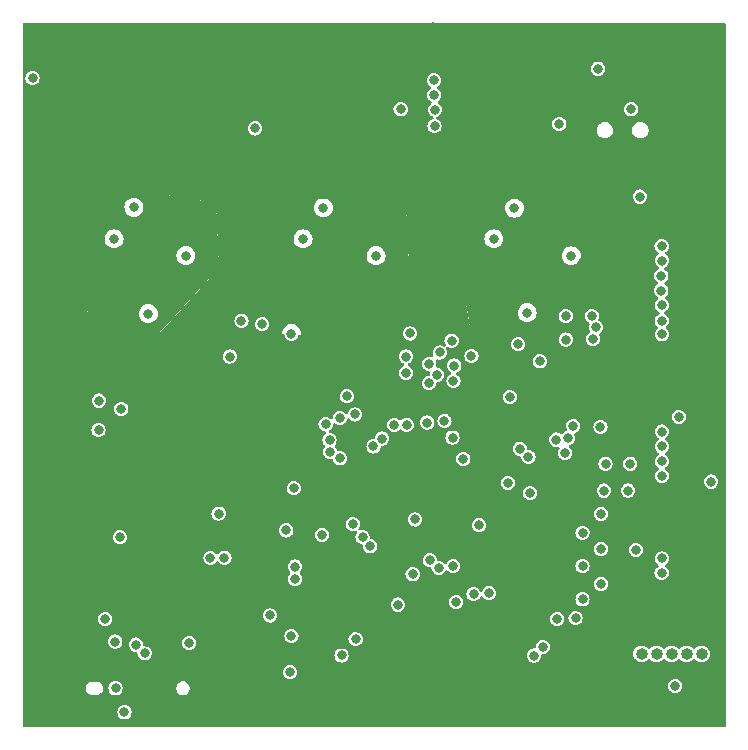
<source format=gbr>
%TF.GenerationSoftware,KiCad,Pcbnew,8.0.2*%
%TF.CreationDate,2025-04-21T15:08:20+02:00*%
%TF.ProjectId,logic,6c6f6769-632e-46b6-9963-61645f706362,rev?*%
%TF.SameCoordinates,Original*%
%TF.FileFunction,Copper,L2,Inr*%
%TF.FilePolarity,Positive*%
%FSLAX46Y46*%
G04 Gerber Fmt 4.6, Leading zero omitted, Abs format (unit mm)*
G04 Created by KiCad (PCBNEW 8.0.2) date 2025-04-21 15:08:20*
%MOMM*%
%LPD*%
G01*
G04 APERTURE LIST*
%TA.AperFunction,ComponentPad*%
%ADD10R,1.000000X1.000000*%
%TD*%
%TA.AperFunction,ComponentPad*%
%ADD11O,1.000000X1.000000*%
%TD*%
%TA.AperFunction,ComponentPad*%
%ADD12C,1.100000*%
%TD*%
%TA.AperFunction,ViaPad*%
%ADD13C,0.800000*%
%TD*%
G04 APERTURE END LIST*
D10*
%TO.N,GND*%
%TO.C,J23*%
X167233600Y-151536400D03*
D11*
%TO.N,nrf_rx*%
X168503600Y-151536400D03*
%TO.N,nrf_tx*%
X169773600Y-151536400D03*
%TO.N,/mcu/NRF_swclk*%
X171043600Y-151536400D03*
%TO.N,/mcu/NRF_swdio*%
X172313600Y-151536400D03*
%TO.N,+3V3*%
X173583600Y-151536400D03*
%TD*%
D12*
%TO.N,GND*%
%TO.C,J2*%
X128327000Y-156605400D03*
X128327000Y-152305400D03*
X123527000Y-156605400D03*
X123527000Y-152305400D03*
%TD*%
D13*
%TO.N,TM*%
X165456700Y-135438300D03*
X162031531Y-134534457D03*
X170211200Y-136469600D03*
%TO.N,H3*%
X170211200Y-135219600D03*
X150502100Y-128625600D03*
X167538400Y-135438300D03*
X165023800Y-132308600D03*
%TO.N,H2*%
X170211200Y-133969600D03*
X168021000Y-142722600D03*
X167356700Y-137713300D03*
X167356700Y-137713300D03*
X151210862Y-127920149D03*
%TO.N,H1*%
X165303200Y-137718800D03*
X151815800Y-131800600D03*
X170211200Y-132719600D03*
%TO.N,+3V3*%
X168351200Y-112826800D03*
X133644600Y-126365000D03*
X165074600Y-145630600D03*
X158064200Y-125323600D03*
X159067200Y-137922000D03*
X143560800Y-129717800D03*
X157353000Y-129794000D03*
X134630995Y-123327995D03*
X170230800Y-124485400D03*
X152819400Y-147142200D03*
X174396400Y-136956800D03*
X145542000Y-142433200D03*
X164640300Y-123901200D03*
X162918200Y-148525000D03*
X171358600Y-154254200D03*
X122529600Y-132588000D03*
X165074600Y-139687000D03*
X165074600Y-142658800D03*
X123085800Y-148590000D03*
X138430000Y-141084600D03*
X137052000Y-148285200D03*
X136390900Y-123618700D03*
%TO.N,/mcu/NRST*%
X149338600Y-140157200D03*
X132695975Y-139655575D03*
%TO.N,/Fet/SENSE_B*%
X150571200Y-143611600D03*
X149123400Y-144805400D03*
%TO.N,/Fet/SENSE_C*%
X147875700Y-147370800D03*
X151334588Y-144257544D03*
X144297400Y-150298800D03*
X143103600Y-151675800D03*
%TO.N,in_2_-*%
X139164403Y-144153400D03*
%TO.N,in_3_-*%
X159394768Y-151679032D03*
%TO.N,+BATT*%
X124349000Y-141655000D03*
X116941600Y-102792700D03*
%TO.N,/Fet/TEMP*%
X154279600Y-146494200D03*
X154736800Y-140639800D03*
X155593967Y-146401945D03*
%TO.N,/Fet/TEMP1*%
X141451200Y-141455000D03*
X144881600Y-141655800D03*
X144060599Y-140547869D03*
X153416000Y-135026400D03*
X158927800Y-134856586D03*
%TO.N,/Fet/TEMP2*%
X159880600Y-126771400D03*
X161289266Y-133400066D03*
%TO.N,+12V*%
X135785800Y-107048000D03*
X162560000Y-117845800D03*
X150952200Y-104216200D03*
X150977600Y-106857800D03*
X146024600Y-117830600D03*
X150916600Y-102980182D03*
X151003000Y-105460800D03*
X164820600Y-101994000D03*
X129921000Y-117820400D03*
X148104400Y-105435400D03*
%TO.N,/Drivers/PHASE_B*%
X141568400Y-113781800D03*
%TO.N,/Drivers/PHASE_A*%
X125526800Y-113731000D03*
%TO.N,+5V*%
X130200400Y-150622000D03*
X161544000Y-106680000D03*
X139054800Y-137515600D03*
X170208200Y-123340600D03*
X133184166Y-143394966D03*
%TO.N,/Drivers/PHASE_C*%
X157747400Y-113807200D03*
%TO.N,/mcu/USBD-*%
X148613600Y-132148932D03*
X124727000Y-156489400D03*
X126431432Y-151501232D03*
%TO.N,/mcu/USBD+*%
X147563600Y-132148932D03*
X125688968Y-150758768D03*
%TO.N,LINE*%
X167640000Y-105435400D03*
X171653200Y-131469600D03*
%TO.N,/Drivers/G_T_A*%
X123841000Y-116407400D03*
%TO.N,/Drivers/G_B_A*%
X126746000Y-122744000D03*
%TO.N,/Drivers/G_T_B*%
X139843000Y-116407400D03*
%TO.N,/Drivers/G_T_C*%
X155997400Y-116407400D03*
%TO.N,/Drivers/G_B_C*%
X158815800Y-122657400D03*
%TO.N,nrf_rx*%
X145808700Y-133972300D03*
X170205400Y-144678400D03*
X142118045Y-134430038D03*
%TO.N,nrf_tx*%
X170230800Y-143459200D03*
X146555124Y-133306826D03*
X142087600Y-133430500D03*
%TO.N,adc1*%
X170208200Y-122013600D03*
X164312600Y-122936000D03*
%TO.N,tx*%
X162099046Y-124923401D03*
X170180000Y-119532400D03*
%TO.N,rx*%
X164377800Y-124876600D03*
X170180000Y-120777000D03*
%TO.N,adc2*%
X162099046Y-122929799D03*
X170256200Y-118237000D03*
X157175200Y-137058400D03*
X162725834Y-132245834D03*
%TO.N,/mcu/ADC_15*%
X170205400Y-117017800D03*
X162281255Y-133273717D03*
%TO.N,/mcu/SWDIO*%
X124460000Y-130806900D03*
X144221200Y-131267200D03*
%TO.N,/mcu/SWCLK*%
X142951200Y-131572000D03*
X122549200Y-130098800D03*
%TO.N,/mcu/NRF_swdio*%
X161366200Y-148586900D03*
X152501600Y-133223000D03*
%TO.N,/mcu/NRF_swclk*%
X142946740Y-134989743D03*
%TO.N,/Drivers/sens supply*%
X152552400Y-144094200D03*
X132003800Y-143408400D03*
%TO.N,/Fet/CURR_FILTER*%
X138734800Y-153085800D03*
X138861800Y-150037800D03*
%TO.N,/Drivers/Tin_B*%
X138861800Y-124431500D03*
X148564600Y-126365000D03*
%TO.N,/Drivers/Bin_C*%
X154101800Y-126314200D03*
X152654000Y-127127000D03*
%TO.N,/Drivers/sensfil*%
X150368000Y-131953000D03*
X163510000Y-141289800D03*
X163510000Y-144109200D03*
X163510000Y-146928600D03*
%TO.N,/Drivers/Bin_B*%
X152577800Y-128422400D03*
X148894800Y-124409200D03*
%TO.N,/Drivers/Tin_C*%
X152424666Y-125019534D03*
X150521134Y-126999266D03*
X148564600Y-127736600D03*
X151421366Y-126022834D03*
%TO.N,in_2_+*%
X139164403Y-145203400D03*
%TO.N,GND*%
X123012200Y-126619000D03*
X127152400Y-115163600D03*
X168122600Y-149453600D03*
X124180600Y-100330000D03*
X155458031Y-144148099D03*
X155752800Y-128574800D03*
X153771600Y-133248400D03*
X151053800Y-109651800D03*
X120319800Y-139420600D03*
X128346200Y-111607600D03*
X168554400Y-125018800D03*
X123139200Y-98653600D03*
X131978400Y-136956800D03*
X142951200Y-114681000D03*
X174904400Y-109804200D03*
X141325600Y-129413000D03*
X137515600Y-111404400D03*
X163423600Y-126415800D03*
X134536034Y-128689693D03*
X121996200Y-148767800D03*
X123164600Y-104927400D03*
X164160200Y-133350000D03*
X155219400Y-142697200D03*
X119354600Y-100152200D03*
X165277800Y-129438400D03*
X133273800Y-104648000D03*
X123215400Y-100152200D03*
X122732800Y-142900400D03*
X130835400Y-98628200D03*
X136779000Y-119862600D03*
X169316400Y-154152600D03*
X141859000Y-120065800D03*
X144678400Y-149047200D03*
X146100800Y-132283200D03*
X159461200Y-105714800D03*
X165938200Y-144246600D03*
X172974000Y-129641600D03*
X148158200Y-109143800D03*
X150825200Y-98501200D03*
X137541000Y-101676200D03*
X155651200Y-104419400D03*
X136652000Y-99491800D03*
X160121600Y-129768600D03*
X172389800Y-113207800D03*
X120548400Y-98602800D03*
X146862800Y-122580400D03*
X147396200Y-137845800D03*
X145719800Y-137693400D03*
X165379400Y-100304600D03*
X150876000Y-114071400D03*
X165201600Y-147370800D03*
X132003800Y-134391400D03*
X141554200Y-99466400D03*
X168960800Y-137566400D03*
X120396000Y-138303000D03*
X173101000Y-115189000D03*
X148539200Y-154330400D03*
X145719800Y-111379000D03*
X131953000Y-98704400D03*
X153263600Y-122529600D03*
X153339800Y-110947200D03*
X151307800Y-145796000D03*
X125349000Y-134137400D03*
X160223200Y-119100600D03*
X169418000Y-125704600D03*
X157022800Y-107746800D03*
X118491000Y-141528800D03*
X152984200Y-104571800D03*
X148945600Y-100863400D03*
X132359400Y-117627400D03*
X164338000Y-99771200D03*
X123317000Y-125069600D03*
X121920000Y-105105200D03*
X136550400Y-142519400D03*
X135494800Y-138884100D03*
X142417800Y-111379000D03*
X152247600Y-116255800D03*
X120472200Y-99949000D03*
X155549600Y-148031200D03*
X137795000Y-122529600D03*
X121716800Y-100076000D03*
X153822400Y-152654000D03*
X124231400Y-120370600D03*
X151511000Y-100330000D03*
X144602200Y-154228800D03*
X118837075Y-134354059D03*
X127965200Y-102717600D03*
X122478800Y-111785400D03*
X153390600Y-121285000D03*
X119657600Y-105575400D03*
X158572200Y-105765600D03*
X154609800Y-104444800D03*
X150418800Y-147421600D03*
X140995400Y-145745200D03*
X139115800Y-156362400D03*
X167309800Y-103962200D03*
X124180600Y-98526600D03*
X171704000Y-147929600D03*
X161264600Y-116332000D03*
X145034000Y-116154200D03*
X121310400Y-123113800D03*
X144957800Y-99466400D03*
X131876800Y-126898400D03*
X158521400Y-107645200D03*
X150037800Y-110718600D03*
X119964200Y-144729200D03*
X117957600Y-105283000D03*
X157454600Y-139725400D03*
X159207200Y-130048000D03*
X150037800Y-122580400D03*
X129641600Y-102692200D03*
X171907200Y-149275800D03*
X161610000Y-144109200D03*
X151714200Y-122529600D03*
X148158200Y-144449800D03*
X157048200Y-147878800D03*
X147980400Y-135204200D03*
X163017200Y-113004600D03*
X145262600Y-130584500D03*
X158369000Y-126898400D03*
X153543000Y-119964200D03*
X118440200Y-100152200D03*
X173355000Y-141706600D03*
X144043400Y-111379000D03*
X140639800Y-111379000D03*
X162610800Y-153238200D03*
X174548800Y-146507200D03*
X128117600Y-104978200D03*
X146634200Y-99466400D03*
X129971800Y-120091200D03*
X144500600Y-122631200D03*
X146888200Y-110540800D03*
X143662400Y-127482600D03*
X149275800Y-133223000D03*
X139446000Y-127025400D03*
X147777200Y-128701800D03*
X125730000Y-120091200D03*
X164744400Y-110769400D03*
X122021600Y-147650200D03*
X128905000Y-126390400D03*
X125526800Y-127279400D03*
X140360400Y-128320800D03*
X156337000Y-120294400D03*
X135890000Y-105003600D03*
X128676400Y-122047000D03*
X169037000Y-146888200D03*
X168351200Y-127533400D03*
X146812000Y-119989600D03*
X169087800Y-140614400D03*
X134340600Y-113182400D03*
X150037800Y-99466400D03*
X152958800Y-108102400D03*
X159969200Y-99847400D03*
X161163000Y-110896400D03*
X143332200Y-99466400D03*
X159258000Y-114808000D03*
X131495800Y-117678200D03*
X136550400Y-144348200D03*
X128549400Y-122961400D03*
X135737600Y-111404400D03*
X148437600Y-122580400D03*
X169011600Y-115468400D03*
X151206200Y-137617200D03*
X119199200Y-125748800D03*
X159893000Y-101676200D03*
X148412200Y-99466400D03*
X128295400Y-107365800D03*
X165862000Y-121869200D03*
X153035000Y-114960400D03*
X149021800Y-101752400D03*
X172389800Y-101015800D03*
X168402000Y-130683000D03*
X126593600Y-136779000D03*
X160934400Y-137109200D03*
X161508433Y-141391367D03*
X119303800Y-112268000D03*
X123139200Y-106248200D03*
X116611400Y-100304600D03*
X152882600Y-137388600D03*
X160223200Y-119126000D03*
X139141200Y-111404400D03*
X153873200Y-124866400D03*
X164820600Y-130327400D03*
X158369000Y-128651000D03*
X140182600Y-157149800D03*
X164791059Y-115210259D03*
X173126400Y-124256800D03*
X137490200Y-109575600D03*
X121513600Y-122047000D03*
X168452800Y-120751600D03*
X147142200Y-145643600D03*
X116738400Y-98729800D03*
X172135800Y-105029000D03*
X174040800Y-139776200D03*
X126746000Y-133400800D03*
X154432000Y-156819600D03*
X138430000Y-99491800D03*
X159308800Y-104724200D03*
X172186600Y-107213400D03*
X154660600Y-113360200D03*
X135229600Y-121843800D03*
X116941600Y-101067700D03*
X141630400Y-154203400D03*
X171653200Y-141478000D03*
X154101800Y-148132800D03*
X153085800Y-105714800D03*
X140055600Y-99491800D03*
X124612400Y-148717000D03*
X157886400Y-120218200D03*
X135128000Y-129895600D03*
X131851400Y-154432000D03*
X157251400Y-105765600D03*
X148996400Y-116052600D03*
X137109200Y-100711000D03*
X149301200Y-135509000D03*
X130022600Y-125780800D03*
X119199200Y-125748800D03*
X144297400Y-119151400D03*
X159462935Y-119480733D03*
X119199200Y-125748800D03*
X124561600Y-136626600D03*
X121970800Y-106095800D03*
X149123400Y-111379000D03*
X173101000Y-127635000D03*
X167563800Y-133934200D03*
X149479000Y-153898600D03*
X166065200Y-124129800D03*
X119659400Y-134569200D03*
X120040400Y-156743400D03*
X155575000Y-101193600D03*
X130632200Y-134315200D03*
X129641600Y-105029000D03*
X128193800Y-118897400D03*
X118516400Y-98806000D03*
X119634000Y-147142200D03*
X172085000Y-146558000D03*
X162179000Y-123926600D03*
X134239000Y-132359400D03*
X160020000Y-146862800D03*
X154889200Y-130225800D03*
X122351800Y-150647400D03*
X144145000Y-142417800D03*
X169189400Y-142417800D03*
X145516600Y-153924000D03*
X119456200Y-136474200D03*
X167817800Y-144348200D03*
X169265600Y-101041200D03*
X165100000Y-141249400D03*
X148691600Y-118262400D03*
X151511000Y-139725400D03*
X120472200Y-112903000D03*
X145415000Y-144018000D03*
X132461000Y-115570000D03*
X167233600Y-102362000D03*
X127152400Y-115163600D03*
X140258800Y-120116600D03*
X165862000Y-121869200D03*
%TO.N,in_3_+*%
X160137232Y-150936568D03*
%TO.N,/IMU/sda*%
X141757400Y-132103500D03*
X158191200Y-134165900D03*
%TO.N,Net-(C100-Pad2)*%
X123952000Y-150495000D03*
X123967000Y-154457400D03*
%TD*%
%TA.AperFunction,Conductor*%
%TO.N,GND*%
G36*
X127254000Y-112496600D02*
G01*
X132511800Y-113334800D01*
X132740400Y-118897400D01*
X127762000Y-124307600D01*
X125476000Y-124307600D01*
X125450600Y-124307600D01*
X121869200Y-124307600D01*
X121604182Y-122743996D01*
X125940435Y-122743996D01*
X125940435Y-122744003D01*
X125960630Y-122923249D01*
X125960631Y-122923254D01*
X126020211Y-123093523D01*
X126116184Y-123246262D01*
X126243738Y-123373816D01*
X126396478Y-123469789D01*
X126566745Y-123529368D01*
X126566750Y-123529369D01*
X126745996Y-123549565D01*
X126746000Y-123549565D01*
X126746004Y-123549565D01*
X126925249Y-123529369D01*
X126925252Y-123529368D01*
X126925255Y-123529368D01*
X127095522Y-123469789D01*
X127248262Y-123373816D01*
X127375816Y-123246262D01*
X127471789Y-123093522D01*
X127531368Y-122923255D01*
X127551565Y-122744000D01*
X127531368Y-122564745D01*
X127471789Y-122394478D01*
X127375816Y-122241738D01*
X127248262Y-122114184D01*
X127095523Y-122018211D01*
X126925254Y-121958631D01*
X126925249Y-121958630D01*
X126746004Y-121938435D01*
X126745996Y-121938435D01*
X126566750Y-121958630D01*
X126566745Y-121958631D01*
X126396476Y-122018211D01*
X126243737Y-122114184D01*
X126116184Y-122241737D01*
X126020211Y-122394476D01*
X125960631Y-122564745D01*
X125960630Y-122564750D01*
X125940435Y-122743996D01*
X121604182Y-122743996D01*
X121361200Y-121310400D01*
X120929400Y-118364000D01*
X121032154Y-117820396D01*
X129115435Y-117820396D01*
X129115435Y-117820403D01*
X129135630Y-117999649D01*
X129135631Y-117999654D01*
X129195211Y-118169923D01*
X129291184Y-118322662D01*
X129418738Y-118450216D01*
X129571478Y-118546189D01*
X129741745Y-118605768D01*
X129741750Y-118605769D01*
X129920996Y-118625965D01*
X129921000Y-118625965D01*
X129921004Y-118625965D01*
X130100249Y-118605769D01*
X130100252Y-118605768D01*
X130100255Y-118605768D01*
X130270522Y-118546189D01*
X130423262Y-118450216D01*
X130550816Y-118322662D01*
X130646789Y-118169922D01*
X130706368Y-117999655D01*
X130726565Y-117820400D01*
X130706368Y-117641145D01*
X130646789Y-117470878D01*
X130550816Y-117318138D01*
X130423262Y-117190584D01*
X130270523Y-117094611D01*
X130100254Y-117035031D01*
X130100249Y-117035030D01*
X129921004Y-117014835D01*
X129920996Y-117014835D01*
X129741750Y-117035030D01*
X129741745Y-117035031D01*
X129571476Y-117094611D01*
X129418737Y-117190584D01*
X129291184Y-117318137D01*
X129195211Y-117470876D01*
X129135631Y-117641145D01*
X129135630Y-117641150D01*
X129115435Y-117820396D01*
X121032154Y-117820396D01*
X121299246Y-116407396D01*
X123035435Y-116407396D01*
X123035435Y-116407403D01*
X123055630Y-116586649D01*
X123055631Y-116586654D01*
X123115211Y-116756923D01*
X123211184Y-116909662D01*
X123338738Y-117037216D01*
X123491478Y-117133189D01*
X123661745Y-117192768D01*
X123661750Y-117192769D01*
X123840996Y-117212965D01*
X123841000Y-117212965D01*
X123841004Y-117212965D01*
X124020249Y-117192769D01*
X124020252Y-117192768D01*
X124020255Y-117192768D01*
X124190522Y-117133189D01*
X124343262Y-117037216D01*
X124470816Y-116909662D01*
X124566789Y-116756922D01*
X124626368Y-116586655D01*
X124646565Y-116407400D01*
X124626368Y-116228145D01*
X124566789Y-116057878D01*
X124470816Y-115905138D01*
X124343262Y-115777584D01*
X124190523Y-115681611D01*
X124020254Y-115622031D01*
X124020249Y-115622030D01*
X123841004Y-115601835D01*
X123840996Y-115601835D01*
X123661750Y-115622030D01*
X123661745Y-115622031D01*
X123491476Y-115681611D01*
X123338737Y-115777584D01*
X123211184Y-115905137D01*
X123115211Y-116057876D01*
X123055631Y-116228145D01*
X123055630Y-116228150D01*
X123035435Y-116407396D01*
X121299246Y-116407396D01*
X121716800Y-114198400D01*
X122305608Y-113730996D01*
X124721235Y-113730996D01*
X124721235Y-113731003D01*
X124741430Y-113910249D01*
X124741431Y-113910254D01*
X124801011Y-114080523D01*
X124875079Y-114198400D01*
X124896984Y-114233262D01*
X125024538Y-114360816D01*
X125177278Y-114456789D01*
X125347545Y-114516368D01*
X125347550Y-114516369D01*
X125526796Y-114536565D01*
X125526800Y-114536565D01*
X125526804Y-114536565D01*
X125706049Y-114516369D01*
X125706052Y-114516368D01*
X125706055Y-114516368D01*
X125876322Y-114456789D01*
X126029062Y-114360816D01*
X126156616Y-114233262D01*
X126252589Y-114080522D01*
X126312168Y-113910255D01*
X126332365Y-113731000D01*
X126312168Y-113551745D01*
X126252589Y-113381478D01*
X126156616Y-113228738D01*
X126029062Y-113101184D01*
X125876323Y-113005211D01*
X125706054Y-112945631D01*
X125706049Y-112945630D01*
X125526804Y-112925435D01*
X125526796Y-112925435D01*
X125347550Y-112945630D01*
X125347545Y-112945631D01*
X125177276Y-113005211D01*
X125024537Y-113101184D01*
X124896984Y-113228737D01*
X124801011Y-113381476D01*
X124741431Y-113551745D01*
X124741430Y-113551750D01*
X124721235Y-113730996D01*
X122305608Y-113730996D01*
X124180600Y-112242600D01*
X127254000Y-112496600D01*
G37*
%TD.AperFunction*%
%TD*%
%TA.AperFunction,Conductor*%
%TO.N,GND*%
G36*
X164744400Y-113461800D02*
G01*
X164261800Y-116713000D01*
X163336607Y-118050093D01*
X163345366Y-118025062D01*
X163345369Y-118025049D01*
X163365565Y-117845803D01*
X163365565Y-117845796D01*
X163345369Y-117666550D01*
X163345368Y-117666545D01*
X163285788Y-117496276D01*
X163189815Y-117343537D01*
X163062262Y-117215984D01*
X162909523Y-117120011D01*
X162739254Y-117060431D01*
X162739249Y-117060430D01*
X162560004Y-117040235D01*
X162559996Y-117040235D01*
X162380750Y-117060430D01*
X162380745Y-117060431D01*
X162210476Y-117120011D01*
X162057737Y-117215984D01*
X161930184Y-117343537D01*
X161834211Y-117496276D01*
X161774631Y-117666545D01*
X161774630Y-117666550D01*
X161754435Y-117845796D01*
X161754435Y-117845803D01*
X161774630Y-118025049D01*
X161774631Y-118025054D01*
X161834211Y-118195323D01*
X161930184Y-118348062D01*
X162057738Y-118475616D01*
X162210478Y-118571589D01*
X162380745Y-118631168D01*
X162380750Y-118631169D01*
X162559996Y-118651365D01*
X162560000Y-118651365D01*
X162560004Y-118651365D01*
X162739249Y-118631169D01*
X162739252Y-118631168D01*
X162739255Y-118631168D01*
X162909522Y-118571589D01*
X163026712Y-118497952D01*
X160553400Y-122072400D01*
X159639000Y-124434600D01*
X157632400Y-124434600D01*
X154101800Y-124434600D01*
X153800579Y-122657396D01*
X158010235Y-122657396D01*
X158010235Y-122657403D01*
X158030430Y-122836649D01*
X158030431Y-122836654D01*
X158090011Y-123006923D01*
X158154185Y-123109054D01*
X158185984Y-123159662D01*
X158313538Y-123287216D01*
X158466278Y-123383189D01*
X158605946Y-123432061D01*
X158636545Y-123442768D01*
X158636550Y-123442769D01*
X158815796Y-123462965D01*
X158815800Y-123462965D01*
X158815804Y-123462965D01*
X158995049Y-123442769D01*
X158995052Y-123442768D01*
X158995055Y-123442768D01*
X159165322Y-123383189D01*
X159318062Y-123287216D01*
X159445616Y-123159662D01*
X159541589Y-123006922D01*
X159601168Y-122836655D01*
X159610172Y-122756745D01*
X159621365Y-122657403D01*
X159621365Y-122657396D01*
X159601169Y-122478150D01*
X159601168Y-122478145D01*
X159541588Y-122307876D01*
X159445615Y-122155137D01*
X159318062Y-122027584D01*
X159165323Y-121931611D01*
X158995054Y-121872031D01*
X158995049Y-121872030D01*
X158815804Y-121851835D01*
X158815796Y-121851835D01*
X158636550Y-121872030D01*
X158636545Y-121872031D01*
X158466276Y-121931611D01*
X158313537Y-122027584D01*
X158185984Y-122155137D01*
X158090011Y-122307876D01*
X158030431Y-122478145D01*
X158030430Y-122478150D01*
X158010235Y-122657396D01*
X153800579Y-122657396D01*
X153593800Y-121437400D01*
X153162000Y-118491000D01*
X153555852Y-116407396D01*
X155191835Y-116407396D01*
X155191835Y-116407403D01*
X155212030Y-116586649D01*
X155212031Y-116586654D01*
X155271611Y-116756923D01*
X155367584Y-116909662D01*
X155495138Y-117037216D01*
X155647878Y-117133189D01*
X155818145Y-117192768D01*
X155818150Y-117192769D01*
X155997396Y-117212965D01*
X155997400Y-117212965D01*
X155997404Y-117212965D01*
X156176649Y-117192769D01*
X156176652Y-117192768D01*
X156176655Y-117192768D01*
X156346922Y-117133189D01*
X156499662Y-117037216D01*
X156627216Y-116909662D01*
X156723189Y-116756922D01*
X156782768Y-116586655D01*
X156802965Y-116407400D01*
X156782768Y-116228145D01*
X156723189Y-116057878D01*
X156627216Y-115905138D01*
X156499662Y-115777584D01*
X156346923Y-115681611D01*
X156176654Y-115622031D01*
X156176649Y-115622030D01*
X155997404Y-115601835D01*
X155997396Y-115601835D01*
X155818150Y-115622030D01*
X155818145Y-115622031D01*
X155647876Y-115681611D01*
X155495137Y-115777584D01*
X155367584Y-115905137D01*
X155271611Y-116057876D01*
X155212031Y-116228145D01*
X155212030Y-116228150D01*
X155191835Y-116407396D01*
X153555852Y-116407396D01*
X153949400Y-114325400D01*
X154745899Y-113807196D01*
X156941835Y-113807196D01*
X156941835Y-113807203D01*
X156962030Y-113986449D01*
X156962031Y-113986454D01*
X157021611Y-114156723D01*
X157117584Y-114309462D01*
X157245138Y-114437016D01*
X157397878Y-114532989D01*
X157568145Y-114592568D01*
X157568150Y-114592569D01*
X157747396Y-114612765D01*
X157747400Y-114612765D01*
X157747404Y-114612765D01*
X157926649Y-114592569D01*
X157926652Y-114592568D01*
X157926655Y-114592568D01*
X158096922Y-114532989D01*
X158249662Y-114437016D01*
X158377216Y-114309462D01*
X158473189Y-114156722D01*
X158532768Y-113986455D01*
X158552965Y-113807200D01*
X158532768Y-113627945D01*
X158473189Y-113457678D01*
X158377216Y-113304938D01*
X158249662Y-113177384D01*
X158096923Y-113081411D01*
X157926654Y-113021831D01*
X157926649Y-113021830D01*
X157747404Y-113001635D01*
X157747396Y-113001635D01*
X157568150Y-113021830D01*
X157568145Y-113021831D01*
X157397876Y-113081411D01*
X157245137Y-113177384D01*
X157117584Y-113304937D01*
X157021611Y-113457676D01*
X156962031Y-113627945D01*
X156962030Y-113627950D01*
X156941835Y-113807196D01*
X154745899Y-113807196D01*
X156057600Y-112953800D01*
X159461200Y-112877600D01*
X164744400Y-113461800D01*
G37*
%TD.AperFunction*%
%TD*%
%TA.AperFunction,Conductor*%
%TO.N,GND*%
G36*
X141266522Y-113039337D02*
G01*
X141218879Y-113056009D01*
X141066137Y-113151984D01*
X140938584Y-113279537D01*
X140842611Y-113432276D01*
X140783031Y-113602545D01*
X140783030Y-113602550D01*
X140762835Y-113781796D01*
X140762835Y-113781803D01*
X140783030Y-113961049D01*
X140783031Y-113961054D01*
X140842611Y-114131323D01*
X140938584Y-114284062D01*
X141066138Y-114411616D01*
X141218878Y-114507589D01*
X141389145Y-114567168D01*
X141389150Y-114567169D01*
X141568396Y-114587365D01*
X141568400Y-114587365D01*
X141568404Y-114587365D01*
X141747649Y-114567169D01*
X141747652Y-114567168D01*
X141747655Y-114567168D01*
X141917922Y-114507589D01*
X142070662Y-114411616D01*
X142198216Y-114284062D01*
X142294189Y-114131322D01*
X142353768Y-113961055D01*
X142373965Y-113781800D01*
X142353768Y-113602545D01*
X142294189Y-113432278D01*
X142198216Y-113279538D01*
X142070662Y-113151984D01*
X141917920Y-113056009D01*
X141882330Y-113043555D01*
X143611600Y-113055400D01*
X148590000Y-113512600D01*
X148818600Y-119075200D01*
X143103600Y-124510800D01*
X141554200Y-124561600D01*
X139657222Y-124521523D01*
X139667365Y-124431503D01*
X139667365Y-124431496D01*
X139647169Y-124252250D01*
X139647168Y-124252245D01*
X139587588Y-124081976D01*
X139491615Y-123929237D01*
X139364062Y-123801684D01*
X139211323Y-123705711D01*
X139041054Y-123646131D01*
X139041049Y-123646130D01*
X138861804Y-123625935D01*
X138861796Y-123625935D01*
X138682550Y-123646130D01*
X138682545Y-123646131D01*
X138512276Y-123705711D01*
X138359537Y-123801684D01*
X138231984Y-123929237D01*
X138136011Y-124081976D01*
X138076431Y-124252245D01*
X138076430Y-124252250D01*
X138056235Y-124431496D01*
X138056235Y-124431504D01*
X138062581Y-124487833D01*
X137947400Y-124485400D01*
X137439400Y-121488200D01*
X137007600Y-118541800D01*
X137142035Y-117830596D01*
X145219035Y-117830596D01*
X145219035Y-117830603D01*
X145239230Y-118009849D01*
X145239231Y-118009854D01*
X145298811Y-118180123D01*
X145394784Y-118332862D01*
X145522338Y-118460416D01*
X145675078Y-118556389D01*
X145845345Y-118615968D01*
X145845350Y-118615969D01*
X146024596Y-118636165D01*
X146024600Y-118636165D01*
X146024604Y-118636165D01*
X146203849Y-118615969D01*
X146203852Y-118615968D01*
X146203855Y-118615968D01*
X146374122Y-118556389D01*
X146526862Y-118460416D01*
X146654416Y-118332862D01*
X146750389Y-118180122D01*
X146809968Y-118009855D01*
X146830165Y-117830600D01*
X146809968Y-117651345D01*
X146750389Y-117481078D01*
X146654416Y-117328338D01*
X146526862Y-117200784D01*
X146514105Y-117192768D01*
X146374123Y-117104811D01*
X146203854Y-117045231D01*
X146203849Y-117045230D01*
X146024604Y-117025035D01*
X146024596Y-117025035D01*
X145845350Y-117045230D01*
X145845345Y-117045231D01*
X145675076Y-117104811D01*
X145522337Y-117200784D01*
X145394784Y-117328337D01*
X145298811Y-117481076D01*
X145239231Y-117651345D01*
X145239230Y-117651350D01*
X145219035Y-117830596D01*
X137142035Y-117830596D01*
X137411054Y-116407396D01*
X139037435Y-116407396D01*
X139037435Y-116407403D01*
X139057630Y-116586649D01*
X139057631Y-116586654D01*
X139117211Y-116756923D01*
X139213184Y-116909662D01*
X139340738Y-117037216D01*
X139493478Y-117133189D01*
X139663745Y-117192768D01*
X139663750Y-117192769D01*
X139842996Y-117212965D01*
X139843000Y-117212965D01*
X139843004Y-117212965D01*
X140022249Y-117192769D01*
X140022252Y-117192768D01*
X140022255Y-117192768D01*
X140192522Y-117133189D01*
X140345262Y-117037216D01*
X140472816Y-116909662D01*
X140568789Y-116756922D01*
X140628368Y-116586655D01*
X140648565Y-116407400D01*
X140628368Y-116228145D01*
X140568789Y-116057878D01*
X140472816Y-115905138D01*
X140345262Y-115777584D01*
X140192523Y-115681611D01*
X140022254Y-115622031D01*
X140022249Y-115622030D01*
X139843004Y-115601835D01*
X139842996Y-115601835D01*
X139663750Y-115622030D01*
X139663745Y-115622031D01*
X139493476Y-115681611D01*
X139340737Y-115777584D01*
X139213184Y-115905137D01*
X139117211Y-116057876D01*
X139057631Y-116228145D01*
X139057630Y-116228150D01*
X139037435Y-116407396D01*
X137411054Y-116407396D01*
X137795000Y-114376200D01*
X139903200Y-113030000D01*
X141266522Y-113039337D01*
G37*
%TD.AperFunction*%
%TD*%
%TA.AperFunction,Conductor*%
%TO.N,GND*%
G36*
X175566139Y-98132385D02*
G01*
X175611894Y-98185189D01*
X175623100Y-98236700D01*
X175623100Y-157642900D01*
X175603415Y-157709939D01*
X175550611Y-157755694D01*
X175499100Y-157766900D01*
X116219900Y-157766900D01*
X116152861Y-157747215D01*
X116107106Y-157694411D01*
X116095900Y-157642900D01*
X116095900Y-156489398D01*
X124121318Y-156489398D01*
X124121318Y-156489401D01*
X124141955Y-156646160D01*
X124141956Y-156646162D01*
X124202464Y-156792241D01*
X124298718Y-156917682D01*
X124424159Y-157013936D01*
X124570238Y-157074444D01*
X124648619Y-157084763D01*
X124726999Y-157095082D01*
X124727000Y-157095082D01*
X124727001Y-157095082D01*
X124779254Y-157088202D01*
X124883762Y-157074444D01*
X125029841Y-157013936D01*
X125155282Y-156917682D01*
X125251536Y-156792241D01*
X125312044Y-156646162D01*
X125332682Y-156489400D01*
X125312044Y-156332638D01*
X125251536Y-156186559D01*
X125155282Y-156061118D01*
X125029841Y-155964864D01*
X124883762Y-155904356D01*
X124883760Y-155904355D01*
X124727001Y-155883718D01*
X124726999Y-155883718D01*
X124570239Y-155904355D01*
X124570237Y-155904356D01*
X124424160Y-155964863D01*
X124298718Y-156061118D01*
X124202463Y-156186560D01*
X124141956Y-156332637D01*
X124141955Y-156332639D01*
X124121318Y-156489398D01*
X116095900Y-156489398D01*
X116095900Y-154384242D01*
X121426500Y-154384242D01*
X121426500Y-154526558D01*
X121449974Y-154614162D01*
X121463334Y-154664024D01*
X121463335Y-154664027D01*
X121534489Y-154787271D01*
X121534491Y-154787274D01*
X121534492Y-154787275D01*
X121635125Y-154887908D01*
X121635126Y-154887909D01*
X121635128Y-154887910D01*
X121696750Y-154923487D01*
X121758375Y-154959066D01*
X121895842Y-154995900D01*
X121895844Y-154995900D01*
X122458156Y-154995900D01*
X122458158Y-154995900D01*
X122595625Y-154959066D01*
X122718875Y-154887908D01*
X122819508Y-154787275D01*
X122890666Y-154664025D01*
X122927500Y-154526558D01*
X122927500Y-154457398D01*
X123361318Y-154457398D01*
X123361318Y-154457401D01*
X123381955Y-154614160D01*
X123381956Y-154614162D01*
X123402609Y-154664024D01*
X123442464Y-154760241D01*
X123538718Y-154885682D01*
X123664159Y-154981936D01*
X123810238Y-155042444D01*
X123888619Y-155052763D01*
X123966999Y-155063082D01*
X123967000Y-155063082D01*
X123967001Y-155063082D01*
X124019254Y-155056202D01*
X124123762Y-155042444D01*
X124269841Y-154981936D01*
X124395282Y-154885682D01*
X124491536Y-154760241D01*
X124552044Y-154614162D01*
X124572682Y-154457400D01*
X124562357Y-154378976D01*
X129096500Y-154378976D01*
X129096500Y-154531824D01*
X129136060Y-154679465D01*
X129212484Y-154811835D01*
X129320565Y-154919916D01*
X129452935Y-154996340D01*
X129600576Y-155035900D01*
X129600578Y-155035900D01*
X129753422Y-155035900D01*
X129753424Y-155035900D01*
X129901065Y-154996340D01*
X130033435Y-154919916D01*
X130141516Y-154811835D01*
X130217940Y-154679465D01*
X130257500Y-154531824D01*
X130257500Y-154378976D01*
X130224066Y-154254198D01*
X170752918Y-154254198D01*
X170752918Y-154254201D01*
X170773555Y-154410960D01*
X170773556Y-154410962D01*
X170821437Y-154526558D01*
X170834064Y-154557041D01*
X170930318Y-154682482D01*
X171055759Y-154778736D01*
X171201838Y-154839244D01*
X171280219Y-154849563D01*
X171358599Y-154859882D01*
X171358600Y-154859882D01*
X171358601Y-154859882D01*
X171410854Y-154853002D01*
X171515362Y-154839244D01*
X171661441Y-154778736D01*
X171786882Y-154682482D01*
X171883136Y-154557041D01*
X171943644Y-154410962D01*
X171964282Y-154254200D01*
X171963304Y-154246775D01*
X171943644Y-154097439D01*
X171943644Y-154097438D01*
X171883136Y-153951359D01*
X171786882Y-153825918D01*
X171661441Y-153729664D01*
X171515362Y-153669156D01*
X171515360Y-153669155D01*
X171358601Y-153648518D01*
X171358599Y-153648518D01*
X171201839Y-153669155D01*
X171201837Y-153669156D01*
X171055760Y-153729663D01*
X170930318Y-153825918D01*
X170834063Y-153951360D01*
X170773556Y-154097437D01*
X170773555Y-154097439D01*
X170752918Y-154254198D01*
X130224066Y-154254198D01*
X130217940Y-154231335D01*
X130141516Y-154098965D01*
X130033435Y-153990884D01*
X129901065Y-153914460D01*
X129753424Y-153874900D01*
X129600576Y-153874900D01*
X129452935Y-153914460D01*
X129452932Y-153914461D01*
X129320568Y-153990882D01*
X129320562Y-153990886D01*
X129212486Y-154098962D01*
X129212482Y-154098968D01*
X129136061Y-154231332D01*
X129136060Y-154231335D01*
X129096500Y-154378976D01*
X124562357Y-154378976D01*
X124552044Y-154300638D01*
X124491536Y-154154559D01*
X124395282Y-154029118D01*
X124269841Y-153932864D01*
X124225412Y-153914461D01*
X124123762Y-153872356D01*
X124123760Y-153872355D01*
X123967001Y-153851718D01*
X123966999Y-153851718D01*
X123810239Y-153872355D01*
X123810237Y-153872356D01*
X123664160Y-153932863D01*
X123538718Y-154029118D01*
X123442463Y-154154560D01*
X123381956Y-154300637D01*
X123381955Y-154300639D01*
X123361318Y-154457398D01*
X122927500Y-154457398D01*
X122927500Y-154384242D01*
X122890666Y-154246775D01*
X122837426Y-154154560D01*
X122819510Y-154123528D01*
X122819506Y-154123523D01*
X122718876Y-154022893D01*
X122718871Y-154022889D01*
X122595627Y-153951735D01*
X122595626Y-153951734D01*
X122595625Y-153951734D01*
X122458158Y-153914900D01*
X121895842Y-153914900D01*
X121758375Y-153951734D01*
X121758372Y-153951735D01*
X121635128Y-154022889D01*
X121635123Y-154022893D01*
X121534493Y-154123523D01*
X121534489Y-154123528D01*
X121463335Y-154246772D01*
X121463334Y-154246775D01*
X121426500Y-154384242D01*
X116095900Y-154384242D01*
X116095900Y-153085798D01*
X138129118Y-153085798D01*
X138129118Y-153085801D01*
X138149755Y-153242560D01*
X138149756Y-153242562D01*
X138210264Y-153388641D01*
X138306518Y-153514082D01*
X138431959Y-153610336D01*
X138578038Y-153670844D01*
X138656419Y-153681163D01*
X138734799Y-153691482D01*
X138734800Y-153691482D01*
X138734801Y-153691482D01*
X138787054Y-153684602D01*
X138891562Y-153670844D01*
X139037641Y-153610336D01*
X139163082Y-153514082D01*
X139259336Y-153388641D01*
X139319844Y-153242562D01*
X139340482Y-153085800D01*
X139319844Y-152929038D01*
X139259336Y-152782959D01*
X139163082Y-152657518D01*
X139037641Y-152561264D01*
X138891562Y-152500756D01*
X138891560Y-152500755D01*
X138734801Y-152480118D01*
X138734799Y-152480118D01*
X138578039Y-152500755D01*
X138578037Y-152500756D01*
X138431960Y-152561263D01*
X138306518Y-152657518D01*
X138210263Y-152782960D01*
X138149756Y-152929037D01*
X138149755Y-152929039D01*
X138129118Y-153085798D01*
X116095900Y-153085798D01*
X116095900Y-150494998D01*
X123346318Y-150494998D01*
X123346318Y-150495001D01*
X123366955Y-150651760D01*
X123366956Y-150651762D01*
X123419993Y-150779806D01*
X123427464Y-150797841D01*
X123523718Y-150923282D01*
X123649159Y-151019536D01*
X123795238Y-151080044D01*
X123873619Y-151090363D01*
X123951999Y-151100682D01*
X123952000Y-151100682D01*
X123952001Y-151100682D01*
X124007859Y-151093328D01*
X124108762Y-151080044D01*
X124254841Y-151019536D01*
X124380282Y-150923282D01*
X124476536Y-150797841D01*
X124492721Y-150758766D01*
X125083286Y-150758766D01*
X125083286Y-150758769D01*
X125103923Y-150915528D01*
X125103924Y-150915530D01*
X125164432Y-151061609D01*
X125260686Y-151187050D01*
X125386127Y-151283304D01*
X125532206Y-151343812D01*
X125610587Y-151354131D01*
X125688967Y-151364450D01*
X125697095Y-151364450D01*
X125697095Y-151366494D01*
X125755298Y-151375567D01*
X125807557Y-151421944D01*
X125826446Y-151489212D01*
X125825750Y-151498964D01*
X125825750Y-151501233D01*
X125846387Y-151657992D01*
X125846388Y-151657994D01*
X125906896Y-151804073D01*
X126003150Y-151929514D01*
X126128591Y-152025768D01*
X126274670Y-152086276D01*
X126353051Y-152096595D01*
X126431431Y-152106914D01*
X126431432Y-152106914D01*
X126431433Y-152106914D01*
X126483686Y-152100034D01*
X126588194Y-152086276D01*
X126734273Y-152025768D01*
X126859714Y-151929514D01*
X126955968Y-151804073D01*
X127009101Y-151675798D01*
X142497918Y-151675798D01*
X142497918Y-151675801D01*
X142518555Y-151832560D01*
X142518556Y-151832562D01*
X142578331Y-151976873D01*
X142579064Y-151978641D01*
X142675318Y-152104082D01*
X142800759Y-152200336D01*
X142946838Y-152260844D01*
X142971388Y-152264076D01*
X143103599Y-152281482D01*
X143103600Y-152281482D01*
X143103601Y-152281482D01*
X143155854Y-152274602D01*
X143260362Y-152260844D01*
X143406441Y-152200336D01*
X143531882Y-152104082D01*
X143628136Y-151978641D01*
X143688644Y-151832562D01*
X143708857Y-151679030D01*
X158789086Y-151679030D01*
X158789086Y-151679033D01*
X158809723Y-151835792D01*
X158809724Y-151835794D01*
X158870232Y-151981873D01*
X158966486Y-152107314D01*
X159091927Y-152203568D01*
X159238006Y-152264076D01*
X159316387Y-152274395D01*
X159394767Y-152284714D01*
X159394768Y-152284714D01*
X159394769Y-152284714D01*
X159447022Y-152277834D01*
X159551530Y-152264076D01*
X159697609Y-152203568D01*
X159823050Y-152107314D01*
X159919304Y-151981873D01*
X159979812Y-151835794D01*
X159996995Y-151705274D01*
X160000450Y-151679033D01*
X160000450Y-151670905D01*
X160002493Y-151670905D01*
X160011569Y-151612698D01*
X160057947Y-151560441D01*
X160125215Y-151541553D01*
X160134967Y-151542250D01*
X160137232Y-151542250D01*
X160137233Y-151542250D01*
X160181663Y-151536400D01*
X167797955Y-151536400D01*
X167818459Y-151705269D01*
X167818460Y-151705274D01*
X167878782Y-151864331D01*
X167934998Y-151945772D01*
X167975417Y-152004329D01*
X168081105Y-152097960D01*
X168102750Y-152117136D01*
X168253373Y-152196189D01*
X168253375Y-152196190D01*
X168418544Y-152236900D01*
X168588656Y-152236900D01*
X168753825Y-152196190D01*
X168833292Y-152154481D01*
X168904449Y-152117136D01*
X168904450Y-152117134D01*
X168904452Y-152117134D01*
X169031783Y-152004329D01*
X169036550Y-151997421D01*
X169090830Y-151953433D01*
X169160278Y-151945772D01*
X169222844Y-151976873D01*
X169240646Y-151997417D01*
X169245417Y-152004329D01*
X169269617Y-152025768D01*
X169372750Y-152117136D01*
X169523373Y-152196189D01*
X169523375Y-152196190D01*
X169688544Y-152236900D01*
X169858656Y-152236900D01*
X170023825Y-152196190D01*
X170103292Y-152154481D01*
X170174449Y-152117136D01*
X170174450Y-152117134D01*
X170174452Y-152117134D01*
X170301783Y-152004329D01*
X170306550Y-151997421D01*
X170360830Y-151953433D01*
X170430278Y-151945772D01*
X170492844Y-151976873D01*
X170510646Y-151997417D01*
X170515417Y-152004329D01*
X170539617Y-152025768D01*
X170642750Y-152117136D01*
X170793373Y-152196189D01*
X170793375Y-152196190D01*
X170958544Y-152236900D01*
X171128656Y-152236900D01*
X171293825Y-152196190D01*
X171373292Y-152154481D01*
X171444449Y-152117136D01*
X171444450Y-152117134D01*
X171444452Y-152117134D01*
X171571783Y-152004329D01*
X171576550Y-151997421D01*
X171630830Y-151953433D01*
X171700278Y-151945772D01*
X171762844Y-151976873D01*
X171780646Y-151997417D01*
X171785417Y-152004329D01*
X171809617Y-152025768D01*
X171912750Y-152117136D01*
X172063373Y-152196189D01*
X172063375Y-152196190D01*
X172228544Y-152236900D01*
X172398656Y-152236900D01*
X172563825Y-152196190D01*
X172643292Y-152154481D01*
X172714449Y-152117136D01*
X172714450Y-152117134D01*
X172714452Y-152117134D01*
X172841783Y-152004329D01*
X172846550Y-151997421D01*
X172900830Y-151953433D01*
X172970278Y-151945772D01*
X173032844Y-151976873D01*
X173050646Y-151997417D01*
X173055417Y-152004329D01*
X173079617Y-152025768D01*
X173182750Y-152117136D01*
X173333373Y-152196189D01*
X173333375Y-152196190D01*
X173498544Y-152236900D01*
X173668656Y-152236900D01*
X173833825Y-152196190D01*
X173913292Y-152154481D01*
X173984449Y-152117136D01*
X173984450Y-152117134D01*
X173984452Y-152117134D01*
X174111783Y-152004329D01*
X174208418Y-151864330D01*
X174268740Y-151705272D01*
X174289245Y-151536400D01*
X174268740Y-151367528D01*
X174267724Y-151364850D01*
X174208417Y-151208468D01*
X174165668Y-151146536D01*
X174111783Y-151068471D01*
X173984452Y-150955666D01*
X173984449Y-150955663D01*
X173833826Y-150876610D01*
X173668656Y-150835900D01*
X173498544Y-150835900D01*
X173333373Y-150876610D01*
X173182750Y-150955663D01*
X173055415Y-151068472D01*
X173050649Y-151075378D01*
X172996366Y-151119368D01*
X172926917Y-151127027D01*
X172864353Y-151095923D01*
X172846551Y-151075378D01*
X172841784Y-151068472D01*
X172714449Y-150955663D01*
X172563826Y-150876610D01*
X172398656Y-150835900D01*
X172228544Y-150835900D01*
X172063373Y-150876610D01*
X171912750Y-150955663D01*
X171785415Y-151068472D01*
X171780649Y-151075378D01*
X171726366Y-151119368D01*
X171656917Y-151127027D01*
X171594353Y-151095923D01*
X171576551Y-151075378D01*
X171571784Y-151068472D01*
X171444449Y-150955663D01*
X171293826Y-150876610D01*
X171128656Y-150835900D01*
X170958544Y-150835900D01*
X170793373Y-150876610D01*
X170642750Y-150955663D01*
X170515415Y-151068472D01*
X170510649Y-151075378D01*
X170456366Y-151119368D01*
X170386917Y-151127027D01*
X170324353Y-151095923D01*
X170306551Y-151075378D01*
X170301784Y-151068472D01*
X170174449Y-150955663D01*
X170023826Y-150876610D01*
X169858656Y-150835900D01*
X169688544Y-150835900D01*
X169523373Y-150876610D01*
X169372750Y-150955663D01*
X169245415Y-151068472D01*
X169240649Y-151075378D01*
X169186366Y-151119368D01*
X169116917Y-151127027D01*
X169054353Y-151095923D01*
X169036551Y-151075378D01*
X169031784Y-151068472D01*
X168904449Y-150955663D01*
X168753826Y-150876610D01*
X168588656Y-150835900D01*
X168418544Y-150835900D01*
X168253373Y-150876610D01*
X168102750Y-150955663D01*
X167975416Y-151068472D01*
X167878782Y-151208468D01*
X167818460Y-151367525D01*
X167818459Y-151367530D01*
X167797955Y-151536400D01*
X160181663Y-151536400D01*
X160189486Y-151535370D01*
X160293994Y-151521612D01*
X160440073Y-151461104D01*
X160565514Y-151364850D01*
X160661768Y-151239409D01*
X160722276Y-151093330D01*
X160742914Y-150936568D01*
X160740144Y-150915530D01*
X160722276Y-150779807D01*
X160722276Y-150779806D01*
X160661768Y-150633727D01*
X160565514Y-150508286D01*
X160440073Y-150412032D01*
X160293994Y-150351524D01*
X160293992Y-150351523D01*
X160137233Y-150330886D01*
X160137231Y-150330886D01*
X159980471Y-150351523D01*
X159980469Y-150351524D01*
X159834392Y-150412031D01*
X159708950Y-150508286D01*
X159612695Y-150633728D01*
X159552188Y-150779805D01*
X159552187Y-150779807D01*
X159531550Y-150936566D01*
X159531550Y-150944695D01*
X159529509Y-150944695D01*
X159520422Y-151002919D01*
X159474036Y-151055169D01*
X159406764Y-151074046D01*
X159397034Y-151073350D01*
X159394767Y-151073350D01*
X159238007Y-151093987D01*
X159238005Y-151093988D01*
X159091928Y-151154495D01*
X158966486Y-151250750D01*
X158870231Y-151376192D01*
X158809724Y-151522269D01*
X158809723Y-151522271D01*
X158789086Y-151679030D01*
X143708857Y-151679030D01*
X143709282Y-151675800D01*
X143688644Y-151519038D01*
X143628136Y-151372959D01*
X143531882Y-151247518D01*
X143406441Y-151151264D01*
X143329437Y-151119368D01*
X143260362Y-151090756D01*
X143260360Y-151090755D01*
X143103601Y-151070118D01*
X143103599Y-151070118D01*
X142946839Y-151090755D01*
X142946837Y-151090756D01*
X142800760Y-151151263D01*
X142675318Y-151247518D01*
X142579063Y-151372960D01*
X142518556Y-151519037D01*
X142518555Y-151519039D01*
X142497918Y-151675798D01*
X127009101Y-151675798D01*
X127016476Y-151657994D01*
X127034344Y-151522270D01*
X127037114Y-151501233D01*
X127037114Y-151501230D01*
X127016476Y-151344471D01*
X127016476Y-151344470D01*
X126955968Y-151198391D01*
X126859714Y-151072950D01*
X126734273Y-150976696D01*
X126588194Y-150916188D01*
X126588192Y-150916187D01*
X126431433Y-150895550D01*
X126423305Y-150895550D01*
X126423305Y-150893510D01*
X126365078Y-150884421D01*
X126312829Y-150838033D01*
X126293953Y-150770761D01*
X126294650Y-150761031D01*
X126294650Y-150758766D01*
X126276644Y-150621998D01*
X129594718Y-150621998D01*
X129594718Y-150622001D01*
X129615355Y-150778760D01*
X129615356Y-150778762D01*
X129675864Y-150924841D01*
X129772118Y-151050282D01*
X129897559Y-151146536D01*
X130043638Y-151207044D01*
X130054470Y-151208470D01*
X130200399Y-151227682D01*
X130200400Y-151227682D01*
X130200401Y-151227682D01*
X130252654Y-151220802D01*
X130357162Y-151207044D01*
X130503241Y-151146536D01*
X130628682Y-151050282D01*
X130724936Y-150924841D01*
X130785444Y-150778762D01*
X130806082Y-150622000D01*
X130803401Y-150601639D01*
X130785444Y-150465239D01*
X130785444Y-150465238D01*
X130724936Y-150319159D01*
X130628682Y-150193718D01*
X130503241Y-150097464D01*
X130359195Y-150037798D01*
X138256118Y-150037798D01*
X138256118Y-150037801D01*
X138276755Y-150194560D01*
X138276756Y-150194562D01*
X138336268Y-150338238D01*
X138337264Y-150340641D01*
X138433518Y-150466082D01*
X138558959Y-150562336D01*
X138705038Y-150622844D01*
X138783419Y-150633163D01*
X138861799Y-150643482D01*
X138861800Y-150643482D01*
X138861801Y-150643482D01*
X138935897Y-150633727D01*
X139018562Y-150622844D01*
X139164641Y-150562336D01*
X139290082Y-150466082D01*
X139386336Y-150340641D01*
X139403668Y-150298798D01*
X143691718Y-150298798D01*
X143691718Y-150298801D01*
X143712355Y-150455560D01*
X143712356Y-150455562D01*
X143772864Y-150601641D01*
X143869118Y-150727082D01*
X143994559Y-150823336D01*
X144140638Y-150883844D01*
X144214059Y-150893510D01*
X144297399Y-150904482D01*
X144297400Y-150904482D01*
X144297401Y-150904482D01*
X144349654Y-150897602D01*
X144454162Y-150883844D01*
X144600241Y-150823336D01*
X144725682Y-150727082D01*
X144821936Y-150601641D01*
X144882444Y-150455562D01*
X144898858Y-150330886D01*
X144903082Y-150298801D01*
X144903082Y-150298798D01*
X144889043Y-150192159D01*
X144882444Y-150142038D01*
X144821936Y-149995959D01*
X144725682Y-149870518D01*
X144600241Y-149774264D01*
X144505350Y-149734959D01*
X144454162Y-149713756D01*
X144454160Y-149713755D01*
X144297401Y-149693118D01*
X144297399Y-149693118D01*
X144140639Y-149713755D01*
X144140637Y-149713756D01*
X143994560Y-149774263D01*
X143869118Y-149870518D01*
X143772863Y-149995960D01*
X143712356Y-150142037D01*
X143712355Y-150142039D01*
X143691718Y-150298798D01*
X139403668Y-150298798D01*
X139446844Y-150194562D01*
X139467482Y-150037800D01*
X139446844Y-149881038D01*
X139386336Y-149734959D01*
X139290082Y-149609518D01*
X139164641Y-149513264D01*
X139018562Y-149452756D01*
X139018560Y-149452755D01*
X138861801Y-149432118D01*
X138861799Y-149432118D01*
X138705039Y-149452755D01*
X138705037Y-149452756D01*
X138558960Y-149513263D01*
X138433518Y-149609518D01*
X138337263Y-149734960D01*
X138276756Y-149881037D01*
X138276755Y-149881039D01*
X138256118Y-150037798D01*
X130359195Y-150037798D01*
X130357162Y-150036956D01*
X130357160Y-150036955D01*
X130200401Y-150016318D01*
X130200399Y-150016318D01*
X130043639Y-150036955D01*
X130043637Y-150036956D01*
X129897560Y-150097463D01*
X129772118Y-150193718D01*
X129675863Y-150319160D01*
X129615356Y-150465237D01*
X129615355Y-150465239D01*
X129594718Y-150621998D01*
X126276644Y-150621998D01*
X126274012Y-150602007D01*
X126274012Y-150602006D01*
X126213504Y-150455927D01*
X126117250Y-150330486D01*
X125991809Y-150234232D01*
X125896032Y-150194560D01*
X125845730Y-150173724D01*
X125845728Y-150173723D01*
X125688969Y-150153086D01*
X125688967Y-150153086D01*
X125532207Y-150173723D01*
X125532205Y-150173724D01*
X125386128Y-150234231D01*
X125260686Y-150330486D01*
X125164431Y-150455928D01*
X125103924Y-150602005D01*
X125103923Y-150602007D01*
X125083286Y-150758766D01*
X124492721Y-150758766D01*
X124537044Y-150651762D01*
X124557682Y-150495000D01*
X124537044Y-150338238D01*
X124476536Y-150192159D01*
X124380282Y-150066718D01*
X124254841Y-149970464D01*
X124108762Y-149909956D01*
X124108760Y-149909955D01*
X123952001Y-149889318D01*
X123951999Y-149889318D01*
X123795239Y-149909955D01*
X123795237Y-149909956D01*
X123649160Y-149970463D01*
X123523718Y-150066718D01*
X123427463Y-150192160D01*
X123366956Y-150338237D01*
X123366955Y-150338239D01*
X123346318Y-150494998D01*
X116095900Y-150494998D01*
X116095900Y-148589998D01*
X122480118Y-148589998D01*
X122480118Y-148590001D01*
X122500755Y-148746760D01*
X122500756Y-148746762D01*
X122560452Y-148890882D01*
X122561264Y-148892841D01*
X122657518Y-149018282D01*
X122782959Y-149114536D01*
X122929038Y-149175044D01*
X123007419Y-149185363D01*
X123085799Y-149195682D01*
X123085800Y-149195682D01*
X123085801Y-149195682D01*
X123138054Y-149188802D01*
X123242562Y-149175044D01*
X123388641Y-149114536D01*
X123514082Y-149018282D01*
X123610336Y-148892841D01*
X123670844Y-148746762D01*
X123691482Y-148590000D01*
X123670844Y-148433238D01*
X123610336Y-148287159D01*
X123608831Y-148285198D01*
X136446318Y-148285198D01*
X136446318Y-148285201D01*
X136466955Y-148441960D01*
X136466956Y-148441962D01*
X136526990Y-148586898D01*
X136527464Y-148588041D01*
X136623718Y-148713482D01*
X136749159Y-148809736D01*
X136895238Y-148870244D01*
X136973619Y-148880563D01*
X137051999Y-148890882D01*
X137052000Y-148890882D01*
X137052001Y-148890882D01*
X137104254Y-148884002D01*
X137208762Y-148870244D01*
X137354841Y-148809736D01*
X137480282Y-148713482D01*
X137576536Y-148588041D01*
X137577009Y-148586898D01*
X160760518Y-148586898D01*
X160760518Y-148586901D01*
X160781155Y-148743660D01*
X160781156Y-148743662D01*
X160841664Y-148889741D01*
X160937918Y-149015182D01*
X161063359Y-149111436D01*
X161209438Y-149171944D01*
X161287819Y-149182263D01*
X161366199Y-149192582D01*
X161366200Y-149192582D01*
X161366201Y-149192582D01*
X161418454Y-149185702D01*
X161522962Y-149171944D01*
X161669041Y-149111436D01*
X161794482Y-149015182D01*
X161890736Y-148889741D01*
X161951244Y-148743662D01*
X161971882Y-148586900D01*
X161963732Y-148524998D01*
X162312518Y-148524998D01*
X162312518Y-148525001D01*
X162333155Y-148681760D01*
X162333156Y-148681762D01*
X162393664Y-148827841D01*
X162489918Y-148953282D01*
X162615359Y-149049536D01*
X162761438Y-149110044D01*
X162839819Y-149120363D01*
X162918199Y-149130682D01*
X162918200Y-149130682D01*
X162918201Y-149130682D01*
X162970454Y-149123802D01*
X163074962Y-149110044D01*
X163221041Y-149049536D01*
X163346482Y-148953282D01*
X163442736Y-148827841D01*
X163503244Y-148681762D01*
X163523882Y-148525000D01*
X163511801Y-148433239D01*
X163503244Y-148368239D01*
X163503244Y-148368238D01*
X163442736Y-148222159D01*
X163346482Y-148096718D01*
X163221041Y-148000464D01*
X163163143Y-147976482D01*
X163074962Y-147939956D01*
X163074960Y-147939955D01*
X162918201Y-147919318D01*
X162918199Y-147919318D01*
X162761439Y-147939955D01*
X162761437Y-147939956D01*
X162615360Y-148000463D01*
X162489918Y-148096718D01*
X162393663Y-148222160D01*
X162333156Y-148368237D01*
X162333155Y-148368239D01*
X162312518Y-148524998D01*
X161963732Y-148524998D01*
X161951244Y-148430139D01*
X161951244Y-148430138D01*
X161890736Y-148284059D01*
X161794482Y-148158618D01*
X161669041Y-148062364D01*
X161522962Y-148001856D01*
X161522960Y-148001855D01*
X161366201Y-147981218D01*
X161366199Y-147981218D01*
X161209439Y-148001855D01*
X161209437Y-148001856D01*
X161063360Y-148062363D01*
X160937918Y-148158618D01*
X160841663Y-148284060D01*
X160781156Y-148430137D01*
X160781155Y-148430139D01*
X160760518Y-148586898D01*
X137577009Y-148586898D01*
X137637044Y-148441962D01*
X137657682Y-148285200D01*
X137637044Y-148128438D01*
X137576536Y-147982359D01*
X137480282Y-147856918D01*
X137354841Y-147760664D01*
X137208762Y-147700156D01*
X137208760Y-147700155D01*
X137052001Y-147679518D01*
X137051999Y-147679518D01*
X136895239Y-147700155D01*
X136895237Y-147700156D01*
X136749160Y-147760663D01*
X136623718Y-147856918D01*
X136527463Y-147982360D01*
X136466956Y-148128437D01*
X136466955Y-148128439D01*
X136446318Y-148285198D01*
X123608831Y-148285198D01*
X123514082Y-148161718D01*
X123388641Y-148065464D01*
X123242562Y-148004956D01*
X123242560Y-148004955D01*
X123085801Y-147984318D01*
X123085799Y-147984318D01*
X122929039Y-148004955D01*
X122929037Y-148004956D01*
X122782960Y-148065463D01*
X122657518Y-148161718D01*
X122561263Y-148287160D01*
X122500756Y-148433237D01*
X122500755Y-148433239D01*
X122480118Y-148589998D01*
X116095900Y-148589998D01*
X116095900Y-147370798D01*
X147270018Y-147370798D01*
X147270018Y-147370801D01*
X147290655Y-147527560D01*
X147290656Y-147527562D01*
X147351164Y-147673641D01*
X147447418Y-147799082D01*
X147572859Y-147895336D01*
X147718938Y-147955844D01*
X147797319Y-147966163D01*
X147875699Y-147976482D01*
X147875700Y-147976482D01*
X147875701Y-147976482D01*
X147927954Y-147969602D01*
X148032462Y-147955844D01*
X148178541Y-147895336D01*
X148303982Y-147799082D01*
X148400236Y-147673641D01*
X148460744Y-147527562D01*
X148481382Y-147370800D01*
X148460744Y-147214038D01*
X148430987Y-147142198D01*
X152213718Y-147142198D01*
X152213718Y-147142201D01*
X152234355Y-147298960D01*
X152234356Y-147298962D01*
X152294864Y-147445041D01*
X152391118Y-147570482D01*
X152516559Y-147666736D01*
X152662638Y-147727244D01*
X152741019Y-147737563D01*
X152819399Y-147747882D01*
X152819400Y-147747882D01*
X152819401Y-147747882D01*
X152871654Y-147741002D01*
X152976162Y-147727244D01*
X153122241Y-147666736D01*
X153247682Y-147570482D01*
X153343936Y-147445041D01*
X153404444Y-147298962D01*
X153425082Y-147142200D01*
X153404444Y-146985438D01*
X153343936Y-146839359D01*
X153247682Y-146713918D01*
X153122241Y-146617664D01*
X152976162Y-146557156D01*
X152976160Y-146557155D01*
X152819401Y-146536518D01*
X152819399Y-146536518D01*
X152662639Y-146557155D01*
X152662637Y-146557156D01*
X152516560Y-146617663D01*
X152391118Y-146713918D01*
X152294863Y-146839360D01*
X152234356Y-146985437D01*
X152234355Y-146985439D01*
X152213718Y-147142198D01*
X148430987Y-147142198D01*
X148400236Y-147067959D01*
X148303982Y-146942518D01*
X148178541Y-146846264D01*
X148161873Y-146839360D01*
X148032462Y-146785756D01*
X148032460Y-146785755D01*
X147875701Y-146765118D01*
X147875699Y-146765118D01*
X147718939Y-146785755D01*
X147718937Y-146785756D01*
X147572860Y-146846263D01*
X147447418Y-146942518D01*
X147351163Y-147067960D01*
X147290656Y-147214037D01*
X147290655Y-147214039D01*
X147270018Y-147370798D01*
X116095900Y-147370798D01*
X116095900Y-146494198D01*
X153673918Y-146494198D01*
X153673918Y-146494201D01*
X153694555Y-146650960D01*
X153694556Y-146650962D01*
X153750389Y-146785756D01*
X153755064Y-146797041D01*
X153851318Y-146922482D01*
X153976759Y-147018736D01*
X154122838Y-147079244D01*
X154169294Y-147085360D01*
X154279599Y-147099882D01*
X154279600Y-147099882D01*
X154279601Y-147099882D01*
X154331854Y-147093002D01*
X154436362Y-147079244D01*
X154582441Y-147018736D01*
X154707882Y-146922482D01*
X154804136Y-146797041D01*
X154841329Y-146707248D01*
X154885170Y-146652845D01*
X154951464Y-146630780D01*
X155019163Y-146648059D01*
X155066774Y-146699196D01*
X155068932Y-146703922D01*
X155069427Y-146704781D01*
X155069431Y-146704786D01*
X155165685Y-146830227D01*
X155291126Y-146926481D01*
X155437205Y-146986989D01*
X155515586Y-146997308D01*
X155593966Y-147007627D01*
X155593967Y-147007627D01*
X155593968Y-147007627D01*
X155646221Y-147000747D01*
X155750729Y-146986989D01*
X155891697Y-146928598D01*
X162904318Y-146928598D01*
X162904318Y-146928601D01*
X162924955Y-147085360D01*
X162924956Y-147085362D01*
X162948499Y-147142201D01*
X162985464Y-147231441D01*
X163081718Y-147356882D01*
X163207159Y-147453136D01*
X163353238Y-147513644D01*
X163431619Y-147523963D01*
X163509999Y-147534282D01*
X163510000Y-147534282D01*
X163510001Y-147534282D01*
X163562254Y-147527402D01*
X163666762Y-147513644D01*
X163812841Y-147453136D01*
X163938282Y-147356882D01*
X164034536Y-147231441D01*
X164095044Y-147085362D01*
X164115682Y-146928600D01*
X164114876Y-146922481D01*
X164095044Y-146771839D01*
X164095044Y-146771838D01*
X164034536Y-146625759D01*
X163938282Y-146500318D01*
X163812841Y-146404064D01*
X163807725Y-146401945D01*
X163666762Y-146343556D01*
X163666760Y-146343555D01*
X163510001Y-146322918D01*
X163509999Y-146322918D01*
X163353239Y-146343555D01*
X163353237Y-146343556D01*
X163207160Y-146404063D01*
X163081718Y-146500318D01*
X162985463Y-146625760D01*
X162924956Y-146771837D01*
X162924955Y-146771839D01*
X162904318Y-146928598D01*
X155891697Y-146928598D01*
X155896808Y-146926481D01*
X156022249Y-146830227D01*
X156118503Y-146704786D01*
X156179011Y-146558707D01*
X156199649Y-146401945D01*
X156191156Y-146337437D01*
X156179011Y-146245184D01*
X156179011Y-146245183D01*
X156118503Y-146099104D01*
X156022249Y-145973663D01*
X155896808Y-145877409D01*
X155750729Y-145816901D01*
X155750727Y-145816900D01*
X155593968Y-145796263D01*
X155593966Y-145796263D01*
X155437206Y-145816900D01*
X155437204Y-145816901D01*
X155291127Y-145877408D01*
X155165685Y-145973663D01*
X155069431Y-146099104D01*
X155032237Y-146188897D01*
X154988395Y-146243300D01*
X154922101Y-146265364D01*
X154854402Y-146248084D01*
X154806792Y-146196947D01*
X154804632Y-146192219D01*
X154804139Y-146191363D01*
X154776341Y-146155136D01*
X154707882Y-146065918D01*
X154582441Y-145969664D01*
X154436362Y-145909156D01*
X154436360Y-145909155D01*
X154279601Y-145888518D01*
X154279599Y-145888518D01*
X154122839Y-145909155D01*
X154122837Y-145909156D01*
X153976760Y-145969663D01*
X153851318Y-146065918D01*
X153755063Y-146191360D01*
X153694556Y-146337437D01*
X153694555Y-146337439D01*
X153673918Y-146494198D01*
X116095900Y-146494198D01*
X116095900Y-144153398D01*
X138558721Y-144153398D01*
X138558721Y-144153401D01*
X138579358Y-144310160D01*
X138579359Y-144310162D01*
X138637582Y-144450726D01*
X138639867Y-144456241D01*
X138736121Y-144581682D01*
X138736123Y-144581683D01*
X138736125Y-144581686D01*
X138741868Y-144587429D01*
X138740423Y-144588873D01*
X138775166Y-144636460D01*
X138779316Y-144706206D01*
X138745100Y-144767124D01*
X138737720Y-144773518D01*
X138736125Y-144775113D01*
X138639866Y-144900560D01*
X138579359Y-145046637D01*
X138579358Y-145046639D01*
X138558721Y-145203398D01*
X138558721Y-145203401D01*
X138579358Y-145360160D01*
X138579359Y-145360162D01*
X138626445Y-145473839D01*
X138639867Y-145506241D01*
X138736121Y-145631682D01*
X138861562Y-145727936D01*
X139007641Y-145788444D01*
X139067033Y-145796263D01*
X139164402Y-145809082D01*
X139164403Y-145809082D01*
X139164404Y-145809082D01*
X139261773Y-145796263D01*
X139321165Y-145788444D01*
X139467244Y-145727936D01*
X139592685Y-145631682D01*
X139593517Y-145630598D01*
X164468918Y-145630598D01*
X164468918Y-145630601D01*
X164489555Y-145787360D01*
X164489556Y-145787362D01*
X164550064Y-145933441D01*
X164646318Y-146058882D01*
X164771759Y-146155136D01*
X164917838Y-146215644D01*
X164996219Y-146225963D01*
X165074599Y-146236282D01*
X165074600Y-146236282D01*
X165074601Y-146236282D01*
X165126854Y-146229402D01*
X165231362Y-146215644D01*
X165377441Y-146155136D01*
X165502882Y-146058882D01*
X165599136Y-145933441D01*
X165659644Y-145787362D01*
X165680282Y-145630600D01*
X165659644Y-145473838D01*
X165599136Y-145327759D01*
X165502882Y-145202318D01*
X165377441Y-145106064D01*
X165231362Y-145045556D01*
X165231360Y-145045555D01*
X165074601Y-145024918D01*
X165074599Y-145024918D01*
X164917839Y-145045555D01*
X164917837Y-145045556D01*
X164771760Y-145106063D01*
X164646318Y-145202318D01*
X164550063Y-145327760D01*
X164489556Y-145473837D01*
X164489555Y-145473839D01*
X164468918Y-145630598D01*
X139593517Y-145630598D01*
X139688939Y-145506241D01*
X139749447Y-145360162D01*
X139766098Y-145233682D01*
X139770085Y-145203401D01*
X139770085Y-145203398D01*
X139749447Y-145046639D01*
X139749447Y-145046638D01*
X139688939Y-144900559D01*
X139615920Y-144805398D01*
X148517718Y-144805398D01*
X148517718Y-144805401D01*
X148538355Y-144962160D01*
X148538356Y-144962162D01*
X148573347Y-145046639D01*
X148598864Y-145108241D01*
X148695118Y-145233682D01*
X148820559Y-145329936D01*
X148966638Y-145390444D01*
X149045019Y-145400763D01*
X149123399Y-145411082D01*
X149123400Y-145411082D01*
X149123401Y-145411082D01*
X149175654Y-145404202D01*
X149280162Y-145390444D01*
X149426241Y-145329936D01*
X149551682Y-145233682D01*
X149647936Y-145108241D01*
X149708444Y-144962162D01*
X149729082Y-144805400D01*
X149725095Y-144775118D01*
X149708444Y-144648639D01*
X149708444Y-144648638D01*
X149647936Y-144502559D01*
X149551682Y-144377118D01*
X149426241Y-144280864D01*
X149402154Y-144270887D01*
X149280162Y-144220356D01*
X149280160Y-144220355D01*
X149123401Y-144199718D01*
X149123399Y-144199718D01*
X148966639Y-144220355D01*
X148966637Y-144220356D01*
X148820560Y-144280863D01*
X148695118Y-144377118D01*
X148598863Y-144502560D01*
X148538356Y-144648637D01*
X148538355Y-144648639D01*
X148517718Y-144805398D01*
X139615920Y-144805398D01*
X139592685Y-144775118D01*
X139592682Y-144775115D01*
X139592680Y-144775113D01*
X139586938Y-144769371D01*
X139588383Y-144767925D01*
X139553644Y-144720353D01*
X139549486Y-144650607D01*
X139583695Y-144589685D01*
X139591083Y-144583283D01*
X139592680Y-144581686D01*
X139592680Y-144581685D01*
X139592685Y-144581682D01*
X139688939Y-144456241D01*
X139749447Y-144310162D01*
X139770085Y-144153400D01*
X139749447Y-143996638D01*
X139688939Y-143850559D01*
X139592685Y-143725118D01*
X139467244Y-143628864D01*
X139425567Y-143611601D01*
X139425560Y-143611598D01*
X149965518Y-143611598D01*
X149965518Y-143611601D01*
X149986155Y-143768360D01*
X149986156Y-143768362D01*
X150035497Y-143887483D01*
X150046664Y-143914441D01*
X150142918Y-144039882D01*
X150268359Y-144136136D01*
X150414438Y-144196644D01*
X150571200Y-144217282D01*
X150598069Y-144213744D01*
X150667102Y-144224508D01*
X150719358Y-144270887D01*
X150737193Y-144320496D01*
X150749544Y-144414305D01*
X150749544Y-144414306D01*
X150794351Y-144522481D01*
X150810052Y-144560385D01*
X150906306Y-144685826D01*
X151031747Y-144782080D01*
X151177826Y-144842588D01*
X151256207Y-144852907D01*
X151334587Y-144863226D01*
X151334588Y-144863226D01*
X151334589Y-144863226D01*
X151386842Y-144856346D01*
X151491350Y-144842588D01*
X151637429Y-144782080D01*
X151762870Y-144685826D01*
X151859124Y-144560385D01*
X151880029Y-144509915D01*
X151923868Y-144455514D01*
X151990162Y-144433448D01*
X152057861Y-144450726D01*
X152092964Y-144481882D01*
X152124115Y-144522479D01*
X152124116Y-144522480D01*
X152124118Y-144522482D01*
X152249559Y-144618736D01*
X152395638Y-144679244D01*
X152445626Y-144685825D01*
X152552399Y-144699882D01*
X152552400Y-144699882D01*
X152552401Y-144699882D01*
X152604654Y-144693002D01*
X152709162Y-144679244D01*
X152855241Y-144618736D01*
X152980682Y-144522482D01*
X153076936Y-144397041D01*
X153137444Y-144250962D01*
X153152561Y-144136136D01*
X153156108Y-144109198D01*
X162904318Y-144109198D01*
X162904318Y-144109201D01*
X162924955Y-144265960D01*
X162924956Y-144265962D01*
X162985464Y-144412041D01*
X163081718Y-144537482D01*
X163207159Y-144633736D01*
X163353238Y-144694244D01*
X163431619Y-144704563D01*
X163509999Y-144714882D01*
X163510000Y-144714882D01*
X163510001Y-144714882D01*
X163575901Y-144706206D01*
X163666762Y-144694244D01*
X163705018Y-144678398D01*
X169599718Y-144678398D01*
X169599718Y-144678401D01*
X169620355Y-144835160D01*
X169620356Y-144835162D01*
X169631980Y-144863226D01*
X169680864Y-144981241D01*
X169777118Y-145106682D01*
X169902559Y-145202936D01*
X170048638Y-145263444D01*
X170127019Y-145273763D01*
X170205399Y-145284082D01*
X170205400Y-145284082D01*
X170205401Y-145284082D01*
X170257654Y-145277202D01*
X170362162Y-145263444D01*
X170508241Y-145202936D01*
X170633682Y-145106682D01*
X170729936Y-144981241D01*
X170790444Y-144835162D01*
X170810104Y-144685826D01*
X170811082Y-144678401D01*
X170811082Y-144678398D01*
X170790444Y-144521639D01*
X170790444Y-144521638D01*
X170729936Y-144375559D01*
X170633682Y-144250118D01*
X170633680Y-144250117D01*
X170633680Y-144250116D01*
X170558875Y-144192717D01*
X170538288Y-144176920D01*
X170497086Y-144120493D01*
X170492931Y-144050747D01*
X170527143Y-143989827D01*
X170538284Y-143980173D01*
X170659082Y-143887482D01*
X170755336Y-143762041D01*
X170815844Y-143615962D01*
X170836482Y-143459200D01*
X170828025Y-143394966D01*
X170815844Y-143302439D01*
X170815844Y-143302438D01*
X170755336Y-143156359D01*
X170659082Y-143030918D01*
X170533641Y-142934664D01*
X170387562Y-142874156D01*
X170387560Y-142874155D01*
X170230801Y-142853518D01*
X170230799Y-142853518D01*
X170074039Y-142874155D01*
X170074037Y-142874156D01*
X169927960Y-142934663D01*
X169802518Y-143030918D01*
X169706263Y-143156360D01*
X169645756Y-143302437D01*
X169645755Y-143302439D01*
X169625118Y-143459198D01*
X169625118Y-143459201D01*
X169645755Y-143615960D01*
X169645756Y-143615962D01*
X169679656Y-143697805D01*
X169706264Y-143762041D01*
X169802518Y-143887482D01*
X169897911Y-143960679D01*
X169939113Y-144017106D01*
X169943268Y-144086852D01*
X169909056Y-144147772D01*
X169897911Y-144157429D01*
X169777120Y-144250116D01*
X169777119Y-144250117D01*
X169777118Y-144250118D01*
X169753527Y-144280863D01*
X169680863Y-144375560D01*
X169620356Y-144521637D01*
X169620355Y-144521639D01*
X169599718Y-144678398D01*
X163705018Y-144678398D01*
X163812841Y-144633736D01*
X163938282Y-144537482D01*
X164034536Y-144412041D01*
X164095044Y-144265962D01*
X164115682Y-144109200D01*
X164113707Y-144094201D01*
X164100863Y-143996637D01*
X164095044Y-143952438D01*
X164034536Y-143806359D01*
X163938282Y-143680918D01*
X163812841Y-143584664D01*
X163776625Y-143569663D01*
X163666762Y-143524156D01*
X163666760Y-143524155D01*
X163510001Y-143503518D01*
X163509999Y-143503518D01*
X163353239Y-143524155D01*
X163353237Y-143524156D01*
X163207160Y-143584663D01*
X163081718Y-143680918D01*
X162985463Y-143806360D01*
X162924956Y-143952437D01*
X162924955Y-143952439D01*
X162904318Y-144109198D01*
X153156108Y-144109198D01*
X153158082Y-144094201D01*
X153158082Y-144094198D01*
X153137444Y-143937439D01*
X153137444Y-143937438D01*
X153076936Y-143791359D01*
X152980682Y-143665918D01*
X152855241Y-143569664D01*
X152852083Y-143568356D01*
X152709162Y-143509156D01*
X152709160Y-143509155D01*
X152552401Y-143488518D01*
X152552399Y-143488518D01*
X152395639Y-143509155D01*
X152395637Y-143509156D01*
X152249560Y-143569663D01*
X152124118Y-143665918D01*
X152027864Y-143791359D01*
X152006959Y-143841828D01*
X151963117Y-143896231D01*
X151896823Y-143918295D01*
X151829124Y-143901015D01*
X151794023Y-143869861D01*
X151772512Y-143841828D01*
X151762870Y-143829262D01*
X151637429Y-143733008D01*
X151552446Y-143697807D01*
X151491350Y-143672500D01*
X151491348Y-143672499D01*
X151334589Y-143651862D01*
X151334585Y-143651862D01*
X151307716Y-143655399D01*
X151238680Y-143644633D01*
X151186425Y-143598252D01*
X151168594Y-143548647D01*
X151156244Y-143454838D01*
X151095736Y-143308759D01*
X150999482Y-143183318D01*
X150874041Y-143087064D01*
X150826406Y-143067333D01*
X150727962Y-143026556D01*
X150727960Y-143026555D01*
X150571201Y-143005918D01*
X150571199Y-143005918D01*
X150414439Y-143026555D01*
X150414437Y-143026556D01*
X150268360Y-143087063D01*
X150142918Y-143183318D01*
X150046663Y-143308760D01*
X149986156Y-143454837D01*
X149986155Y-143454839D01*
X149965518Y-143611598D01*
X139425560Y-143611598D01*
X139321165Y-143568356D01*
X139321163Y-143568355D01*
X139164404Y-143547718D01*
X139164402Y-143547718D01*
X139007642Y-143568355D01*
X139007640Y-143568356D01*
X138861563Y-143628863D01*
X138736121Y-143725118D01*
X138639866Y-143850560D01*
X138579359Y-143996637D01*
X138579358Y-143996639D01*
X138558721Y-144153398D01*
X116095900Y-144153398D01*
X116095900Y-143408398D01*
X131398118Y-143408398D01*
X131398118Y-143408401D01*
X131418755Y-143565160D01*
X131418756Y-143565162D01*
X131473698Y-143697805D01*
X131479264Y-143711241D01*
X131575518Y-143836682D01*
X131700959Y-143932936D01*
X131847038Y-143993444D01*
X131871307Y-143996639D01*
X132003799Y-144014082D01*
X132003800Y-144014082D01*
X132003801Y-144014082D01*
X132056054Y-144007202D01*
X132160562Y-143993444D01*
X132306641Y-143932936D01*
X132432082Y-143836682D01*
X132500761Y-143747176D01*
X132557189Y-143705974D01*
X132626935Y-143701819D01*
X132687855Y-143736031D01*
X132697513Y-143747177D01*
X132742924Y-143806359D01*
X132755884Y-143823248D01*
X132881325Y-143919502D01*
X133027404Y-143980010D01*
X133101972Y-143989827D01*
X133184165Y-144000648D01*
X133184166Y-144000648D01*
X133184167Y-144000648D01*
X133266360Y-143989827D01*
X133340928Y-143980010D01*
X133487007Y-143919502D01*
X133612448Y-143823248D01*
X133708702Y-143697807D01*
X133769210Y-143551728D01*
X133789848Y-143394966D01*
X133769210Y-143238204D01*
X133708702Y-143092125D01*
X133612448Y-142966684D01*
X133487007Y-142870430D01*
X133465402Y-142861481D01*
X133340928Y-142809922D01*
X133340926Y-142809921D01*
X133184167Y-142789284D01*
X133184165Y-142789284D01*
X133027405Y-142809921D01*
X133027403Y-142809922D01*
X132881326Y-142870429D01*
X132755881Y-142966686D01*
X132687203Y-143056189D01*
X132630775Y-143097392D01*
X132561029Y-143101546D01*
X132500109Y-143067333D01*
X132490452Y-143056188D01*
X132432083Y-142980119D01*
X132408002Y-142961641D01*
X132306641Y-142883864D01*
X132295772Y-142879362D01*
X132160562Y-142823356D01*
X132160560Y-142823355D01*
X132003801Y-142802718D01*
X132003799Y-142802718D01*
X131847039Y-142823355D01*
X131847037Y-142823356D01*
X131700960Y-142883863D01*
X131575518Y-142980118D01*
X131479263Y-143105560D01*
X131418756Y-143251637D01*
X131418755Y-143251639D01*
X131398118Y-143408398D01*
X116095900Y-143408398D01*
X116095900Y-141654998D01*
X123743318Y-141654998D01*
X123743318Y-141655001D01*
X123763955Y-141811760D01*
X123763956Y-141811762D01*
X123824464Y-141957841D01*
X123920718Y-142083282D01*
X124046159Y-142179536D01*
X124192238Y-142240044D01*
X124268819Y-142250126D01*
X124348999Y-142260682D01*
X124349000Y-142260682D01*
X124349001Y-142260682D01*
X124429181Y-142250126D01*
X124505762Y-142240044D01*
X124651841Y-142179536D01*
X124777282Y-142083282D01*
X124873536Y-141957841D01*
X124934044Y-141811762D01*
X124954682Y-141655000D01*
X124948989Y-141611760D01*
X124934044Y-141498239D01*
X124934044Y-141498238D01*
X124873536Y-141352159D01*
X124777282Y-141226718D01*
X124651841Y-141130464D01*
X124632988Y-141122655D01*
X124541111Y-141084598D01*
X137824318Y-141084598D01*
X137824318Y-141084601D01*
X137844955Y-141241360D01*
X137844956Y-141241362D01*
X137905464Y-141387441D01*
X138001718Y-141512882D01*
X138127159Y-141609136D01*
X138273238Y-141669644D01*
X138351619Y-141679963D01*
X138429999Y-141690282D01*
X138430000Y-141690282D01*
X138430001Y-141690282D01*
X138482254Y-141683402D01*
X138586762Y-141669644D01*
X138732841Y-141609136D01*
X138858282Y-141512882D01*
X138902698Y-141454998D01*
X140845518Y-141454998D01*
X140845518Y-141455001D01*
X140866155Y-141611760D01*
X140866156Y-141611762D01*
X140890131Y-141669644D01*
X140926664Y-141757841D01*
X141022918Y-141883282D01*
X141148359Y-141979536D01*
X141294438Y-142040044D01*
X141372819Y-142050363D01*
X141451199Y-142060682D01*
X141451200Y-142060682D01*
X141451201Y-142060682D01*
X141503454Y-142053802D01*
X141607962Y-142040044D01*
X141754041Y-141979536D01*
X141879482Y-141883282D01*
X141975736Y-141757841D01*
X142036244Y-141611762D01*
X142056882Y-141455000D01*
X142047987Y-141387439D01*
X142036244Y-141298239D01*
X142036244Y-141298238D01*
X141975736Y-141152159D01*
X141879482Y-141026718D01*
X141754041Y-140930464D01*
X141747701Y-140927838D01*
X141607962Y-140869956D01*
X141607960Y-140869955D01*
X141451201Y-140849318D01*
X141451199Y-140849318D01*
X141294439Y-140869955D01*
X141294437Y-140869956D01*
X141148360Y-140930463D01*
X141022918Y-141026718D01*
X140926663Y-141152160D01*
X140866156Y-141298237D01*
X140866155Y-141298239D01*
X140845518Y-141454998D01*
X138902698Y-141454998D01*
X138954536Y-141387441D01*
X139015044Y-141241362D01*
X139035682Y-141084600D01*
X139033859Y-141070756D01*
X139016993Y-140942641D01*
X139015044Y-140927838D01*
X138954536Y-140781759D01*
X138858282Y-140656318D01*
X138732841Y-140560064D01*
X138703395Y-140547867D01*
X143454917Y-140547867D01*
X143454917Y-140547870D01*
X143475554Y-140704629D01*
X143475555Y-140704631D01*
X143507502Y-140781759D01*
X143536063Y-140850710D01*
X143632317Y-140976151D01*
X143757758Y-141072405D01*
X143903837Y-141132913D01*
X143982218Y-141143232D01*
X144060598Y-141153551D01*
X144060599Y-141153551D01*
X144060600Y-141153551D01*
X144114453Y-141146461D01*
X144217361Y-141132913D01*
X144242126Y-141122654D01*
X144311594Y-141115186D01*
X144374074Y-141146461D01*
X144409726Y-141206550D01*
X144407233Y-141276375D01*
X144387954Y-141312702D01*
X144357064Y-141352957D01*
X144296556Y-141499037D01*
X144296555Y-141499039D01*
X144275918Y-141655798D01*
X144275918Y-141655801D01*
X144296555Y-141812560D01*
X144296556Y-141812562D01*
X144356732Y-141957841D01*
X144357064Y-141958641D01*
X144453318Y-142084082D01*
X144578759Y-142180336D01*
X144724838Y-142240844D01*
X144834669Y-142255303D01*
X144898565Y-142283569D01*
X144937036Y-142341894D01*
X144941422Y-142394426D01*
X144936318Y-142433197D01*
X144936318Y-142433201D01*
X144956955Y-142589960D01*
X144956956Y-142589962D01*
X145011896Y-142722600D01*
X145017464Y-142736041D01*
X145113718Y-142861482D01*
X145239159Y-142957736D01*
X145385238Y-143018244D01*
X145439890Y-143025439D01*
X145541999Y-143038882D01*
X145542000Y-143038882D01*
X145542001Y-143038882D01*
X145602493Y-143030918D01*
X145698762Y-143018244D01*
X145844841Y-142957736D01*
X145970282Y-142861482D01*
X146066536Y-142736041D01*
X146098531Y-142658798D01*
X164468918Y-142658798D01*
X164468918Y-142658801D01*
X164489555Y-142815560D01*
X164489556Y-142815562D01*
X164550064Y-142961641D01*
X164646318Y-143087082D01*
X164771759Y-143183336D01*
X164917838Y-143243844D01*
X164977032Y-143251637D01*
X165074599Y-143264482D01*
X165074600Y-143264482D01*
X165074601Y-143264482D01*
X165126854Y-143257602D01*
X165231362Y-143243844D01*
X165377441Y-143183336D01*
X165502882Y-143087082D01*
X165599136Y-142961641D01*
X165659644Y-142815562D01*
X165671883Y-142722598D01*
X167415318Y-142722598D01*
X167415318Y-142722601D01*
X167435955Y-142879360D01*
X167435956Y-142879362D01*
X167477690Y-142980118D01*
X167496464Y-143025441D01*
X167592718Y-143150882D01*
X167718159Y-143247136D01*
X167864238Y-143307644D01*
X167942619Y-143317963D01*
X168020999Y-143328282D01*
X168021000Y-143328282D01*
X168021001Y-143328282D01*
X168073254Y-143321402D01*
X168177762Y-143307644D01*
X168323841Y-143247136D01*
X168449282Y-143150882D01*
X168545536Y-143025441D01*
X168606044Y-142879362D01*
X168619802Y-142774854D01*
X168626682Y-142722601D01*
X168626682Y-142722598D01*
X168606044Y-142565839D01*
X168606044Y-142565838D01*
X168545536Y-142419759D01*
X168449282Y-142294318D01*
X168323841Y-142198064D01*
X168177762Y-142137556D01*
X168177760Y-142137555D01*
X168021001Y-142116918D01*
X168020999Y-142116918D01*
X167864239Y-142137555D01*
X167864237Y-142137556D01*
X167718160Y-142198063D01*
X167592718Y-142294318D01*
X167496463Y-142419760D01*
X167435956Y-142565837D01*
X167435955Y-142565839D01*
X167415318Y-142722598D01*
X165671883Y-142722598D01*
X165680282Y-142658800D01*
X165659644Y-142502038D01*
X165599136Y-142355959D01*
X165502882Y-142230518D01*
X165377441Y-142134264D01*
X165231362Y-142073756D01*
X165231360Y-142073755D01*
X165074601Y-142053118D01*
X165074599Y-142053118D01*
X164917839Y-142073755D01*
X164917837Y-142073756D01*
X164771760Y-142134263D01*
X164646318Y-142230518D01*
X164550063Y-142355960D01*
X164489556Y-142502037D01*
X164489555Y-142502039D01*
X164468918Y-142658798D01*
X146098531Y-142658798D01*
X146127044Y-142589962D01*
X146147682Y-142433200D01*
X146145912Y-142419759D01*
X146127044Y-142276439D01*
X146127044Y-142276438D01*
X146066536Y-142130359D01*
X145970282Y-142004918D01*
X145844841Y-141908664D01*
X145698762Y-141848156D01*
X145672508Y-141844699D01*
X145588930Y-141833696D01*
X145525034Y-141805429D01*
X145486563Y-141747105D01*
X145482177Y-141694573D01*
X145487282Y-141655800D01*
X145487176Y-141654998D01*
X145473523Y-141551292D01*
X145466644Y-141499038D01*
X145406136Y-141352959D01*
X145357671Y-141289798D01*
X162904318Y-141289798D01*
X162904318Y-141289801D01*
X162924955Y-141446560D01*
X162924956Y-141446562D01*
X162946360Y-141498237D01*
X162985464Y-141592641D01*
X163081718Y-141718082D01*
X163207159Y-141814336D01*
X163353238Y-141874844D01*
X163417324Y-141883281D01*
X163509999Y-141895482D01*
X163510000Y-141895482D01*
X163510001Y-141895482D01*
X163562254Y-141888602D01*
X163666762Y-141874844D01*
X163812841Y-141814336D01*
X163938282Y-141718082D01*
X164034536Y-141592641D01*
X164095044Y-141446562D01*
X164115682Y-141289800D01*
X164109847Y-141245482D01*
X164099164Y-141164336D01*
X164095044Y-141133038D01*
X164034536Y-140986959D01*
X163938282Y-140861518D01*
X163812841Y-140765264D01*
X163807090Y-140762882D01*
X163666762Y-140704756D01*
X163666760Y-140704755D01*
X163510001Y-140684118D01*
X163509999Y-140684118D01*
X163353239Y-140704755D01*
X163353237Y-140704756D01*
X163207160Y-140765263D01*
X163081718Y-140861518D01*
X162985463Y-140986960D01*
X162924956Y-141133037D01*
X162924955Y-141133039D01*
X162904318Y-141289798D01*
X145357671Y-141289798D01*
X145309882Y-141227518D01*
X145184441Y-141131264D01*
X145182507Y-141130463D01*
X145038362Y-141070756D01*
X145038360Y-141070755D01*
X144881601Y-141050118D01*
X144881599Y-141050118D01*
X144724839Y-141070755D01*
X144724837Y-141070756D01*
X144700069Y-141081015D01*
X144630599Y-141088481D01*
X144568121Y-141057204D01*
X144532471Y-140997114D01*
X144534967Y-140927289D01*
X144554241Y-140890970D01*
X144585135Y-140850710D01*
X144645643Y-140704631D01*
X144666281Y-140547869D01*
X144659920Y-140499555D01*
X144645643Y-140391108D01*
X144645643Y-140391107D01*
X144585135Y-140245028D01*
X144517741Y-140157198D01*
X148732918Y-140157198D01*
X148732918Y-140157201D01*
X148753555Y-140313960D01*
X148753556Y-140313962D01*
X148785510Y-140391107D01*
X148814064Y-140460041D01*
X148910318Y-140585482D01*
X149035759Y-140681736D01*
X149181838Y-140742244D01*
X149260219Y-140752563D01*
X149338599Y-140762882D01*
X149338600Y-140762882D01*
X149338601Y-140762882D01*
X149390854Y-140756002D01*
X149495362Y-140742244D01*
X149641441Y-140681736D01*
X149696096Y-140639798D01*
X154131118Y-140639798D01*
X154131118Y-140639801D01*
X154151755Y-140796560D01*
X154151756Y-140796562D01*
X154212264Y-140942641D01*
X154308518Y-141068082D01*
X154433959Y-141164336D01*
X154580038Y-141224844D01*
X154658419Y-141235163D01*
X154736799Y-141245482D01*
X154736800Y-141245482D01*
X154736801Y-141245482D01*
X154789054Y-141238602D01*
X154893562Y-141224844D01*
X155039641Y-141164336D01*
X155165082Y-141068082D01*
X155261336Y-140942641D01*
X155321844Y-140796562D01*
X155342482Y-140639800D01*
X155331984Y-140560063D01*
X155321844Y-140483039D01*
X155321844Y-140483038D01*
X155261336Y-140336959D01*
X155165082Y-140211518D01*
X155039641Y-140115264D01*
X154893562Y-140054756D01*
X154893560Y-140054755D01*
X154736801Y-140034118D01*
X154736799Y-140034118D01*
X154580039Y-140054755D01*
X154580037Y-140054756D01*
X154433960Y-140115263D01*
X154308518Y-140211518D01*
X154212263Y-140336960D01*
X154151756Y-140483037D01*
X154151755Y-140483039D01*
X154131118Y-140639798D01*
X149696096Y-140639798D01*
X149766882Y-140585482D01*
X149863136Y-140460041D01*
X149923644Y-140313962D01*
X149944282Y-140157200D01*
X149938763Y-140115282D01*
X149923644Y-140000439D01*
X149923644Y-140000438D01*
X149863136Y-139854359D01*
X149766882Y-139728918D01*
X149712251Y-139686998D01*
X164468918Y-139686998D01*
X164468918Y-139687001D01*
X164489555Y-139843760D01*
X164489556Y-139843762D01*
X164538873Y-139962825D01*
X164550064Y-139989841D01*
X164646318Y-140115282D01*
X164771759Y-140211536D01*
X164917838Y-140272044D01*
X164996219Y-140282363D01*
X165074599Y-140292682D01*
X165074600Y-140292682D01*
X165074601Y-140292682D01*
X165126854Y-140285802D01*
X165231362Y-140272044D01*
X165377441Y-140211536D01*
X165502882Y-140115282D01*
X165599136Y-139989841D01*
X165659644Y-139843762D01*
X165680282Y-139687000D01*
X165673128Y-139632663D01*
X165665162Y-139572155D01*
X165659644Y-139530238D01*
X165599136Y-139384159D01*
X165502882Y-139258718D01*
X165377441Y-139162464D01*
X165301574Y-139131039D01*
X165231362Y-139101956D01*
X165231360Y-139101955D01*
X165074601Y-139081318D01*
X165074599Y-139081318D01*
X164917839Y-139101955D01*
X164917837Y-139101956D01*
X164771760Y-139162463D01*
X164646318Y-139258718D01*
X164550063Y-139384160D01*
X164489556Y-139530237D01*
X164489555Y-139530239D01*
X164468918Y-139686998D01*
X149712251Y-139686998D01*
X149641441Y-139632664D01*
X149495362Y-139572156D01*
X149495360Y-139572155D01*
X149338601Y-139551518D01*
X149338599Y-139551518D01*
X149181839Y-139572155D01*
X149181837Y-139572156D01*
X149035760Y-139632663D01*
X148910318Y-139728918D01*
X148814063Y-139854360D01*
X148753556Y-140000437D01*
X148753555Y-140000439D01*
X148732918Y-140157198D01*
X144517741Y-140157198D01*
X144488881Y-140119587D01*
X144363440Y-140023333D01*
X144308164Y-140000437D01*
X144217361Y-139962825D01*
X144217359Y-139962824D01*
X144060600Y-139942187D01*
X144060598Y-139942187D01*
X143903838Y-139962824D01*
X143903836Y-139962825D01*
X143757759Y-140023332D01*
X143632317Y-140119587D01*
X143536062Y-140245029D01*
X143475555Y-140391106D01*
X143475554Y-140391108D01*
X143454917Y-140547867D01*
X138703395Y-140547867D01*
X138586762Y-140499556D01*
X138586760Y-140499555D01*
X138430001Y-140478918D01*
X138429999Y-140478918D01*
X138273239Y-140499555D01*
X138273237Y-140499556D01*
X138127160Y-140560063D01*
X138001718Y-140656318D01*
X137905463Y-140781760D01*
X137844956Y-140927837D01*
X137844955Y-140927839D01*
X137824318Y-141084598D01*
X124541111Y-141084598D01*
X124505762Y-141069956D01*
X124505760Y-141069955D01*
X124349001Y-141049318D01*
X124348999Y-141049318D01*
X124192239Y-141069955D01*
X124192237Y-141069956D01*
X124046160Y-141130463D01*
X123920718Y-141226718D01*
X123824463Y-141352160D01*
X123763956Y-141498237D01*
X123763955Y-141498239D01*
X123743318Y-141654998D01*
X116095900Y-141654998D01*
X116095900Y-139655573D01*
X132090293Y-139655573D01*
X132090293Y-139655576D01*
X132110930Y-139812335D01*
X132110931Y-139812337D01*
X132128337Y-139854360D01*
X132171439Y-139958416D01*
X132267693Y-140083857D01*
X132393134Y-140180111D01*
X132539213Y-140240619D01*
X132617594Y-140250938D01*
X132695974Y-140261257D01*
X132695975Y-140261257D01*
X132695976Y-140261257D01*
X132748229Y-140254377D01*
X132852737Y-140240619D01*
X132998816Y-140180111D01*
X133124257Y-140083857D01*
X133220511Y-139958416D01*
X133281019Y-139812337D01*
X133301657Y-139655575D01*
X133281019Y-139498813D01*
X133220511Y-139352734D01*
X133124257Y-139227293D01*
X132998816Y-139131039D01*
X132852737Y-139070531D01*
X132852735Y-139070530D01*
X132695976Y-139049893D01*
X132695974Y-139049893D01*
X132539214Y-139070530D01*
X132539212Y-139070531D01*
X132393135Y-139131038D01*
X132267693Y-139227293D01*
X132171438Y-139352735D01*
X132110931Y-139498812D01*
X132110930Y-139498814D01*
X132090293Y-139655573D01*
X116095900Y-139655573D01*
X116095900Y-137515598D01*
X138449118Y-137515598D01*
X138449118Y-137515601D01*
X138469755Y-137672360D01*
X138469756Y-137672362D01*
X138508226Y-137765238D01*
X138530264Y-137818441D01*
X138626518Y-137943882D01*
X138751959Y-138040136D01*
X138898038Y-138100644D01*
X138976419Y-138110963D01*
X139054799Y-138121282D01*
X139054800Y-138121282D01*
X139054801Y-138121282D01*
X139107054Y-138114402D01*
X139211562Y-138100644D01*
X139357641Y-138040136D01*
X139483082Y-137943882D01*
X139499874Y-137921998D01*
X158461518Y-137921998D01*
X158461518Y-137922001D01*
X158482155Y-138078760D01*
X158482156Y-138078762D01*
X158508176Y-138141581D01*
X158542664Y-138224841D01*
X158638918Y-138350282D01*
X158764359Y-138446536D01*
X158910438Y-138507044D01*
X158988819Y-138517363D01*
X159067199Y-138527682D01*
X159067200Y-138527682D01*
X159067201Y-138527682D01*
X159119454Y-138520802D01*
X159223962Y-138507044D01*
X159370041Y-138446536D01*
X159495482Y-138350282D01*
X159591736Y-138224841D01*
X159652244Y-138078762D01*
X159672882Y-137922000D01*
X159652244Y-137765238D01*
X159633008Y-137718798D01*
X164697518Y-137718798D01*
X164697518Y-137718801D01*
X164718155Y-137875560D01*
X164718156Y-137875562D01*
X164778664Y-138021641D01*
X164874918Y-138147082D01*
X165000359Y-138243336D01*
X165146438Y-138303844D01*
X165224819Y-138314163D01*
X165303199Y-138324482D01*
X165303200Y-138324482D01*
X165303201Y-138324482D01*
X165355454Y-138317602D01*
X165459962Y-138303844D01*
X165606041Y-138243336D01*
X165731482Y-138147082D01*
X165827736Y-138021641D01*
X165888244Y-137875562D01*
X165908882Y-137718800D01*
X165908158Y-137713298D01*
X166751018Y-137713298D01*
X166751018Y-137713301D01*
X166771655Y-137870060D01*
X166771656Y-137870062D01*
X166832164Y-138016141D01*
X166928418Y-138141582D01*
X167053859Y-138237836D01*
X167199938Y-138298344D01*
X167241715Y-138303844D01*
X167356699Y-138318982D01*
X167356700Y-138318982D01*
X167356701Y-138318982D01*
X167408954Y-138312102D01*
X167513462Y-138298344D01*
X167659541Y-138237836D01*
X167784982Y-138141582D01*
X167881236Y-138016141D01*
X167941744Y-137870062D01*
X167962382Y-137713300D01*
X167956992Y-137672362D01*
X167945219Y-137582936D01*
X167941744Y-137556538D01*
X167881236Y-137410459D01*
X167784982Y-137285018D01*
X167659541Y-137188764D01*
X167513462Y-137128256D01*
X167513460Y-137128255D01*
X167356701Y-137107618D01*
X167356699Y-137107618D01*
X167199939Y-137128255D01*
X167199937Y-137128256D01*
X167053860Y-137188763D01*
X166928418Y-137285018D01*
X166832163Y-137410460D01*
X166771656Y-137556537D01*
X166771655Y-137556539D01*
X166751018Y-137713298D01*
X165908158Y-137713298D01*
X165888244Y-137562038D01*
X165827736Y-137415959D01*
X165731482Y-137290518D01*
X165606041Y-137194264D01*
X165592760Y-137188763D01*
X165459962Y-137133756D01*
X165459960Y-137133755D01*
X165303201Y-137113118D01*
X165303199Y-137113118D01*
X165146439Y-137133755D01*
X165146437Y-137133756D01*
X165000360Y-137194263D01*
X164874918Y-137290518D01*
X164778663Y-137415960D01*
X164718156Y-137562037D01*
X164718155Y-137562039D01*
X164697518Y-137718798D01*
X159633008Y-137718798D01*
X159591736Y-137619159D01*
X159495482Y-137493718D01*
X159370041Y-137397464D01*
X159340148Y-137385082D01*
X159223962Y-137336956D01*
X159223960Y-137336955D01*
X159067201Y-137316318D01*
X159067199Y-137316318D01*
X158910439Y-137336955D01*
X158910437Y-137336956D01*
X158764360Y-137397463D01*
X158638918Y-137493718D01*
X158542663Y-137619160D01*
X158482156Y-137765237D01*
X158482155Y-137765239D01*
X158461518Y-137921998D01*
X139499874Y-137921998D01*
X139579336Y-137818441D01*
X139639844Y-137672362D01*
X139660482Y-137515600D01*
X139639844Y-137358838D01*
X139579336Y-137212759D01*
X139483082Y-137087318D01*
X139445393Y-137058398D01*
X156569518Y-137058398D01*
X156569518Y-137058401D01*
X156590155Y-137215160D01*
X156590156Y-137215162D01*
X156649668Y-137358838D01*
X156650664Y-137361241D01*
X156746918Y-137486682D01*
X156872359Y-137582936D01*
X157018438Y-137643444D01*
X157096819Y-137653763D01*
X157175199Y-137664082D01*
X157175200Y-137664082D01*
X157175201Y-137664082D01*
X157227454Y-137657202D01*
X157331962Y-137643444D01*
X157478041Y-137582936D01*
X157603482Y-137486682D01*
X157699736Y-137361241D01*
X157760244Y-137215162D01*
X157777075Y-137087318D01*
X157780882Y-137058401D01*
X157780882Y-137058398D01*
X157760244Y-136901639D01*
X157760244Y-136901638D01*
X157699736Y-136755559D01*
X157603482Y-136630118D01*
X157478041Y-136533864D01*
X157331962Y-136473356D01*
X157331960Y-136473355D01*
X157175201Y-136452718D01*
X157175199Y-136452718D01*
X157018439Y-136473355D01*
X157018437Y-136473356D01*
X156872360Y-136533863D01*
X156746918Y-136630118D01*
X156650663Y-136755560D01*
X156590156Y-136901637D01*
X156590155Y-136901639D01*
X156569518Y-137058398D01*
X139445393Y-137058398D01*
X139357641Y-136991064D01*
X139211562Y-136930556D01*
X139211560Y-136930555D01*
X139054801Y-136909918D01*
X139054799Y-136909918D01*
X138898039Y-136930555D01*
X138898037Y-136930556D01*
X138751960Y-136991063D01*
X138626518Y-137087318D01*
X138530263Y-137212760D01*
X138469756Y-137358837D01*
X138469755Y-137358839D01*
X138449118Y-137515598D01*
X116095900Y-137515598D01*
X116095900Y-132587998D01*
X121923918Y-132587998D01*
X121923918Y-132588001D01*
X121944555Y-132744760D01*
X121944556Y-132744762D01*
X121999066Y-132876362D01*
X122005064Y-132890841D01*
X122101318Y-133016282D01*
X122226759Y-133112536D01*
X122372838Y-133173044D01*
X122451219Y-133183363D01*
X122529599Y-133193682D01*
X122529600Y-133193682D01*
X122529601Y-133193682D01*
X122581854Y-133186802D01*
X122686362Y-133173044D01*
X122832441Y-133112536D01*
X122957882Y-133016282D01*
X123054136Y-132890841D01*
X123114644Y-132744762D01*
X123131422Y-132617318D01*
X123135282Y-132588001D01*
X123135282Y-132587998D01*
X123114644Y-132431239D01*
X123114644Y-132431238D01*
X123054136Y-132285159D01*
X122957882Y-132159718D01*
X122884614Y-132103498D01*
X141151718Y-132103498D01*
X141151718Y-132103501D01*
X141172355Y-132260260D01*
X141172356Y-132260262D01*
X141232839Y-132406282D01*
X141232864Y-132406341D01*
X141329118Y-132531782D01*
X141454559Y-132628036D01*
X141600638Y-132688544D01*
X141702847Y-132702000D01*
X141766741Y-132730265D01*
X141805213Y-132788589D01*
X141806045Y-132858454D01*
X141768973Y-132917678D01*
X141762147Y-132923313D01*
X141659320Y-133002215D01*
X141563063Y-133127660D01*
X141502556Y-133273737D01*
X141502555Y-133273739D01*
X141481918Y-133430498D01*
X141481918Y-133430501D01*
X141502555Y-133587260D01*
X141502556Y-133587262D01*
X141536603Y-133669460D01*
X141563064Y-133733341D01*
X141659318Y-133858782D01*
X141659320Y-133858783D01*
X141659322Y-133858786D01*
X141661725Y-133861189D01*
X141663104Y-133863715D01*
X141664266Y-133865229D01*
X141664029Y-133865410D01*
X141695210Y-133922512D01*
X141690226Y-133992204D01*
X141672420Y-134024356D01*
X141593509Y-134127195D01*
X141533001Y-134273275D01*
X141533000Y-134273277D01*
X141512363Y-134430036D01*
X141512363Y-134430039D01*
X141533000Y-134586798D01*
X141533001Y-134586800D01*
X141589648Y-134723559D01*
X141593509Y-134732879D01*
X141689763Y-134858320D01*
X141815204Y-134954574D01*
X141961283Y-135015082D01*
X142039664Y-135025401D01*
X142118044Y-135035720D01*
X142118044Y-135035719D01*
X142118045Y-135035720D01*
X142220272Y-135022261D01*
X142289303Y-135033026D01*
X142341559Y-135079406D01*
X142359393Y-135129012D01*
X142361696Y-135146505D01*
X142419007Y-135284867D01*
X142422204Y-135292584D01*
X142518458Y-135418025D01*
X142643899Y-135514279D01*
X142789978Y-135574787D01*
X142868359Y-135585106D01*
X142946739Y-135595425D01*
X142946740Y-135595425D01*
X142946741Y-135595425D01*
X142998994Y-135588545D01*
X143103502Y-135574787D01*
X143249581Y-135514279D01*
X143375022Y-135418025D01*
X143471276Y-135292584D01*
X143531784Y-135146505D01*
X143547596Y-135026398D01*
X152810318Y-135026398D01*
X152810318Y-135026401D01*
X152830955Y-135183160D01*
X152830956Y-135183162D01*
X152891464Y-135329241D01*
X152987718Y-135454682D01*
X153113159Y-135550936D01*
X153259238Y-135611444D01*
X153337619Y-135621763D01*
X153415999Y-135632082D01*
X153416000Y-135632082D01*
X153416001Y-135632082D01*
X153468254Y-135625202D01*
X153572762Y-135611444D01*
X153718841Y-135550936D01*
X153844282Y-135454682D01*
X153940536Y-135329241D01*
X154001044Y-135183162D01*
X154021682Y-135026400D01*
X154019963Y-135013346D01*
X154001044Y-134869639D01*
X154001044Y-134869638D01*
X153940536Y-134723559D01*
X153844282Y-134598118D01*
X153718841Y-134501864D01*
X153706702Y-134496836D01*
X153572762Y-134441356D01*
X153572760Y-134441355D01*
X153416001Y-134420718D01*
X153415999Y-134420718D01*
X153259239Y-134441355D01*
X153259237Y-134441356D01*
X153113160Y-134501863D01*
X152987718Y-134598118D01*
X152891463Y-134723560D01*
X152830956Y-134869637D01*
X152830955Y-134869639D01*
X152810318Y-135026398D01*
X143547596Y-135026398D01*
X143549314Y-135013348D01*
X143552422Y-134989744D01*
X143552422Y-134989741D01*
X143531784Y-134832982D01*
X143531784Y-134832981D01*
X143471276Y-134686902D01*
X143375022Y-134561461D01*
X143249581Y-134465207D01*
X143191997Y-134441355D01*
X143103502Y-134404699D01*
X143103500Y-134404698D01*
X142946741Y-134384061D01*
X142946739Y-134384061D01*
X142844515Y-134397519D01*
X142775480Y-134386753D01*
X142723224Y-134340373D01*
X142705391Y-134290764D01*
X142703334Y-134275141D01*
X142703089Y-134273276D01*
X142642581Y-134127197D01*
X142546327Y-134001756D01*
X142546324Y-134001753D01*
X142546322Y-134001751D01*
X142543919Y-133999348D01*
X142542539Y-133996820D01*
X142541379Y-133995309D01*
X142541614Y-133995128D01*
X142529148Y-133972298D01*
X145203018Y-133972298D01*
X145203018Y-133972301D01*
X145223655Y-134129060D01*
X145223656Y-134129062D01*
X145283045Y-134272441D01*
X145284164Y-134275141D01*
X145380418Y-134400582D01*
X145505859Y-134496836D01*
X145651938Y-134557344D01*
X145683210Y-134561461D01*
X145808699Y-134577982D01*
X145808700Y-134577982D01*
X145808701Y-134577982D01*
X145860954Y-134571102D01*
X145965462Y-134557344D01*
X146111541Y-134496836D01*
X146236982Y-134400582D01*
X146333236Y-134275141D01*
X146378486Y-134165898D01*
X157585518Y-134165898D01*
X157585518Y-134165901D01*
X157606155Y-134322660D01*
X157606156Y-134322662D01*
X157638431Y-134400582D01*
X157666664Y-134468741D01*
X157762918Y-134594182D01*
X157888359Y-134690436D01*
X158034438Y-134750944D01*
X158112819Y-134761263D01*
X158191199Y-134771582D01*
X158199327Y-134771582D01*
X158199327Y-134774363D01*
X158254960Y-134783028D01*
X158307225Y-134829397D01*
X158325072Y-134879026D01*
X158330040Y-134916759D01*
X158339648Y-134989744D01*
X158342756Y-135013347D01*
X158342756Y-135013348D01*
X158397911Y-135146505D01*
X158403264Y-135159427D01*
X158499518Y-135284868D01*
X158624959Y-135381122D01*
X158771038Y-135441630D01*
X158849419Y-135451949D01*
X158927799Y-135462268D01*
X158927800Y-135462268D01*
X158927801Y-135462268D01*
X158985429Y-135454681D01*
X159084562Y-135441630D01*
X159092606Y-135438298D01*
X164851018Y-135438298D01*
X164851018Y-135438301D01*
X164871655Y-135595060D01*
X164871656Y-135595062D01*
X164932164Y-135741141D01*
X165028418Y-135866582D01*
X165153859Y-135962836D01*
X165299938Y-136023344D01*
X165378319Y-136033663D01*
X165456699Y-136043982D01*
X165456700Y-136043982D01*
X165456701Y-136043982D01*
X165508954Y-136037102D01*
X165613462Y-136023344D01*
X165759541Y-135962836D01*
X165884982Y-135866582D01*
X165981236Y-135741141D01*
X166041744Y-135595062D01*
X166060225Y-135454682D01*
X166062382Y-135438301D01*
X166062382Y-135438298D01*
X166932718Y-135438298D01*
X166932718Y-135438301D01*
X166953355Y-135595060D01*
X166953356Y-135595062D01*
X167013864Y-135741141D01*
X167110118Y-135866582D01*
X167235559Y-135962836D01*
X167381638Y-136023344D01*
X167460019Y-136033663D01*
X167538399Y-136043982D01*
X167538400Y-136043982D01*
X167538401Y-136043982D01*
X167590654Y-136037102D01*
X167695162Y-136023344D01*
X167841241Y-135962836D01*
X167966682Y-135866582D01*
X168062936Y-135741141D01*
X168123444Y-135595062D01*
X168141925Y-135454682D01*
X168144082Y-135438301D01*
X168144082Y-135438298D01*
X168123444Y-135281539D01*
X168123444Y-135281538D01*
X168062936Y-135135459D01*
X167966682Y-135010018D01*
X167841241Y-134913764D01*
X167703196Y-134856584D01*
X167695162Y-134853256D01*
X167695160Y-134853255D01*
X167538401Y-134832618D01*
X167538399Y-134832618D01*
X167381639Y-134853255D01*
X167381637Y-134853256D01*
X167235560Y-134913763D01*
X167110118Y-135010018D01*
X167013863Y-135135460D01*
X166953356Y-135281537D01*
X166953355Y-135281539D01*
X166932718Y-135438298D01*
X166062382Y-135438298D01*
X166041744Y-135281539D01*
X166041744Y-135281538D01*
X165981236Y-135135459D01*
X165884982Y-135010018D01*
X165759541Y-134913764D01*
X165621496Y-134856584D01*
X165613462Y-134853256D01*
X165613460Y-134853255D01*
X165456701Y-134832618D01*
X165456699Y-134832618D01*
X165299939Y-134853255D01*
X165299937Y-134853256D01*
X165153860Y-134913763D01*
X165028418Y-135010018D01*
X164932163Y-135135460D01*
X164871656Y-135281537D01*
X164871655Y-135281539D01*
X164851018Y-135438298D01*
X159092606Y-135438298D01*
X159230641Y-135381122D01*
X159356082Y-135284868D01*
X159452336Y-135159427D01*
X159512844Y-135013348D01*
X159533482Y-134856586D01*
X159533043Y-134853255D01*
X159512844Y-134699825D01*
X159512844Y-134699824D01*
X159452336Y-134553745D01*
X159356082Y-134428304D01*
X159230641Y-134332050D01*
X159207976Y-134322662D01*
X159084562Y-134271542D01*
X159084560Y-134271541D01*
X158927802Y-134250904D01*
X158919673Y-134250904D01*
X158919673Y-134248129D01*
X158863994Y-134239436D01*
X158811748Y-134193046D01*
X158793927Y-134143458D01*
X158791786Y-134127198D01*
X158776244Y-134009138D01*
X158715736Y-133863059D01*
X158619482Y-133737618D01*
X158494041Y-133641364D01*
X158347962Y-133580856D01*
X158347960Y-133580855D01*
X158191201Y-133560218D01*
X158191199Y-133560218D01*
X158034439Y-133580855D01*
X158034437Y-133580856D01*
X157888360Y-133641363D01*
X157762918Y-133737618D01*
X157666663Y-133863060D01*
X157606156Y-134009137D01*
X157606155Y-134009139D01*
X157585518Y-134165898D01*
X146378486Y-134165898D01*
X146393744Y-134129062D01*
X146408332Y-134018250D01*
X146436598Y-133954355D01*
X146494923Y-133915884D01*
X146547460Y-133911499D01*
X146552490Y-133912161D01*
X146555123Y-133912508D01*
X146555124Y-133912508D01*
X146555125Y-133912508D01*
X146607378Y-133905628D01*
X146711886Y-133891870D01*
X146857965Y-133831362D01*
X146983406Y-133735108D01*
X147079660Y-133609667D01*
X147140168Y-133463588D01*
X147160806Y-133306826D01*
X147149770Y-133222998D01*
X151895918Y-133222998D01*
X151895918Y-133223001D01*
X151916555Y-133379760D01*
X151916556Y-133379762D01*
X151977064Y-133525841D01*
X152073318Y-133651282D01*
X152198759Y-133747536D01*
X152344838Y-133808044D01*
X152423219Y-133818363D01*
X152501599Y-133828682D01*
X152501600Y-133828682D01*
X152501601Y-133828682D01*
X152553854Y-133821802D01*
X152658362Y-133808044D01*
X152804441Y-133747536D01*
X152929882Y-133651282D01*
X153026136Y-133525841D01*
X153078235Y-133400064D01*
X160683584Y-133400064D01*
X160683584Y-133400067D01*
X160704221Y-133556826D01*
X160704222Y-133556828D01*
X160764730Y-133702907D01*
X160860984Y-133828348D01*
X160986425Y-133924602D01*
X161132504Y-133985110D01*
X161151076Y-133987555D01*
X161289265Y-134005748D01*
X161289266Y-134005748D01*
X161427452Y-133987555D01*
X161496485Y-133998320D01*
X161548741Y-134044700D01*
X161567627Y-134111969D01*
X161547147Y-134178770D01*
X161542012Y-134185980D01*
X161506995Y-134231614D01*
X161446487Y-134377694D01*
X161446486Y-134377696D01*
X161425849Y-134534455D01*
X161425849Y-134534458D01*
X161446486Y-134691217D01*
X161446487Y-134691219D01*
X161487948Y-134791316D01*
X161506995Y-134837298D01*
X161603249Y-134962739D01*
X161728690Y-135058993D01*
X161874769Y-135119501D01*
X161947013Y-135129012D01*
X162031530Y-135140139D01*
X162031531Y-135140139D01*
X162031532Y-135140139D01*
X162116049Y-135129012D01*
X162188293Y-135119501D01*
X162334372Y-135058993D01*
X162459813Y-134962739D01*
X162556067Y-134837298D01*
X162616575Y-134691219D01*
X162634674Y-134553745D01*
X162637213Y-134534458D01*
X162637213Y-134534455D01*
X162619233Y-134397882D01*
X162616575Y-134377695D01*
X162556067Y-134231616D01*
X162459813Y-134106175D01*
X162413161Y-134070378D01*
X162371961Y-134013952D01*
X162367806Y-133944206D01*
X162402019Y-133883285D01*
X162441196Y-133857444D01*
X162584096Y-133798253D01*
X162709537Y-133701999D01*
X162805791Y-133576558D01*
X162866299Y-133430479D01*
X162886937Y-133273717D01*
X162883317Y-133246224D01*
X162866299Y-133116956D01*
X162866299Y-133116955D01*
X162814993Y-132993093D01*
X162807525Y-132923627D01*
X162838800Y-132861148D01*
X162882103Y-132831082D01*
X162882595Y-132830878D01*
X162882596Y-132830878D01*
X163028675Y-132770370D01*
X163154116Y-132674116D01*
X163250370Y-132548675D01*
X163310878Y-132402596D01*
X163323253Y-132308598D01*
X164418118Y-132308598D01*
X164418118Y-132308601D01*
X164438755Y-132465360D01*
X164438756Y-132465362D01*
X164492836Y-132595924D01*
X164499264Y-132611441D01*
X164595518Y-132736882D01*
X164720959Y-132833136D01*
X164867038Y-132893644D01*
X164945419Y-132903963D01*
X165023799Y-132914282D01*
X165023800Y-132914282D01*
X165023801Y-132914282D01*
X165086989Y-132905963D01*
X165180562Y-132893644D01*
X165326641Y-132833136D01*
X165452082Y-132736882D01*
X165465344Y-132719598D01*
X169605518Y-132719598D01*
X169605518Y-132719601D01*
X169626155Y-132876360D01*
X169626156Y-132876362D01*
X169686664Y-133022441D01*
X169782918Y-133147882D01*
X169880814Y-133223000D01*
X169911080Y-133246224D01*
X169952282Y-133302653D01*
X169956437Y-133372399D01*
X169922224Y-133433319D01*
X169911080Y-133442976D01*
X169782918Y-133541318D01*
X169686663Y-133666760D01*
X169626156Y-133812837D01*
X169626155Y-133812839D01*
X169605518Y-133969598D01*
X169605518Y-133969601D01*
X169626155Y-134126360D01*
X169626156Y-134126362D01*
X169686291Y-134271542D01*
X169686664Y-134272441D01*
X169782918Y-134397882D01*
X169839575Y-134441356D01*
X169911080Y-134496224D01*
X169952282Y-134552653D01*
X169956437Y-134622399D01*
X169922224Y-134683319D01*
X169911080Y-134692976D01*
X169782918Y-134791318D01*
X169686663Y-134916760D01*
X169626156Y-135062837D01*
X169626155Y-135062839D01*
X169605518Y-135219598D01*
X169605518Y-135219601D01*
X169626155Y-135376360D01*
X169626156Y-135376362D01*
X169653190Y-135441629D01*
X169686664Y-135522441D01*
X169782918Y-135647882D01*
X169898482Y-135736557D01*
X169911080Y-135746224D01*
X169952282Y-135802653D01*
X169956437Y-135872399D01*
X169922224Y-135933319D01*
X169911080Y-135942976D01*
X169782918Y-136041318D01*
X169686663Y-136166760D01*
X169626156Y-136312837D01*
X169626155Y-136312839D01*
X169605518Y-136469598D01*
X169605518Y-136469601D01*
X169626155Y-136626360D01*
X169626156Y-136626362D01*
X169679671Y-136755560D01*
X169686664Y-136772441D01*
X169782918Y-136897882D01*
X169908359Y-136994136D01*
X170054438Y-137054644D01*
X170132819Y-137064963D01*
X170211199Y-137075282D01*
X170211200Y-137075282D01*
X170211201Y-137075282D01*
X170263454Y-137068402D01*
X170367962Y-137054644D01*
X170514041Y-136994136D01*
X170562701Y-136956798D01*
X173790718Y-136956798D01*
X173790718Y-136956801D01*
X173811355Y-137113560D01*
X173811356Y-137113562D01*
X173844783Y-137194263D01*
X173871864Y-137259641D01*
X173968118Y-137385082D01*
X174093559Y-137481336D01*
X174239638Y-137541844D01*
X174318019Y-137552163D01*
X174396399Y-137562482D01*
X174396400Y-137562482D01*
X174396401Y-137562482D01*
X174448654Y-137555602D01*
X174553162Y-137541844D01*
X174699241Y-137481336D01*
X174824682Y-137385082D01*
X174920936Y-137259641D01*
X174981444Y-137113562D01*
X175002082Y-136956800D01*
X174981444Y-136800038D01*
X174920936Y-136653959D01*
X174824682Y-136528518D01*
X174699241Y-136432264D01*
X174553162Y-136371756D01*
X174553160Y-136371755D01*
X174396401Y-136351118D01*
X174396399Y-136351118D01*
X174239639Y-136371755D01*
X174239637Y-136371756D01*
X174093560Y-136432263D01*
X173968118Y-136528518D01*
X173871863Y-136653960D01*
X173811356Y-136800037D01*
X173811355Y-136800039D01*
X173790718Y-136956798D01*
X170562701Y-136956798D01*
X170639482Y-136897882D01*
X170735736Y-136772441D01*
X170796244Y-136626362D01*
X170816882Y-136469600D01*
X170814659Y-136452718D01*
X170796244Y-136312839D01*
X170796244Y-136312838D01*
X170735736Y-136166759D01*
X170639482Y-136041318D01*
X170639480Y-136041317D01*
X170639480Y-136041316D01*
X170511320Y-135942976D01*
X170470117Y-135886548D01*
X170465962Y-135816802D01*
X170500174Y-135755882D01*
X170511320Y-135746224D01*
X170533024Y-135729569D01*
X170639482Y-135647882D01*
X170735736Y-135522441D01*
X170796244Y-135376362D01*
X170816882Y-135219600D01*
X170796244Y-135062838D01*
X170735736Y-134916759D01*
X170639482Y-134791318D01*
X170639480Y-134791317D01*
X170639480Y-134791316D01*
X170511320Y-134692976D01*
X170470117Y-134636548D01*
X170465962Y-134566802D01*
X170500174Y-134505882D01*
X170511320Y-134496224D01*
X170582825Y-134441356D01*
X170639482Y-134397882D01*
X170735736Y-134272441D01*
X170796244Y-134126362D01*
X170813101Y-133998320D01*
X170816882Y-133969601D01*
X170816882Y-133969598D01*
X170798286Y-133828347D01*
X170796244Y-133812838D01*
X170735736Y-133666759D01*
X170639482Y-133541318D01*
X170639480Y-133541317D01*
X170639480Y-133541316D01*
X170511320Y-133442976D01*
X170470117Y-133386548D01*
X170465962Y-133316802D01*
X170500174Y-133255882D01*
X170511320Y-133246224D01*
X170606691Y-133173043D01*
X170639482Y-133147882D01*
X170735736Y-133022441D01*
X170796244Y-132876362D01*
X170816882Y-132719600D01*
X170815510Y-132709182D01*
X170796244Y-132562839D01*
X170796244Y-132562838D01*
X170735736Y-132416759D01*
X170639482Y-132291318D01*
X170514041Y-132195064D01*
X170472077Y-132177682D01*
X170367962Y-132134556D01*
X170367960Y-132134555D01*
X170211201Y-132113918D01*
X170211199Y-132113918D01*
X170054439Y-132134555D01*
X170054437Y-132134556D01*
X169908360Y-132195063D01*
X169782918Y-132291318D01*
X169686663Y-132416760D01*
X169626156Y-132562837D01*
X169626155Y-132562839D01*
X169605518Y-132719598D01*
X165465344Y-132719598D01*
X165548336Y-132611441D01*
X165608844Y-132465362D01*
X165629482Y-132308600D01*
X165629099Y-132305694D01*
X165608844Y-132151839D01*
X165608844Y-132151838D01*
X165548336Y-132005759D01*
X165452082Y-131880318D01*
X165326641Y-131784064D01*
X165195223Y-131729629D01*
X165180562Y-131723556D01*
X165180560Y-131723555D01*
X165023801Y-131702918D01*
X165023799Y-131702918D01*
X164867039Y-131723555D01*
X164867037Y-131723556D01*
X164720960Y-131784063D01*
X164595518Y-131880318D01*
X164499263Y-132005760D01*
X164438756Y-132151837D01*
X164438755Y-132151839D01*
X164418118Y-132308598D01*
X163323253Y-132308598D01*
X163331516Y-132245834D01*
X163310878Y-132089072D01*
X163250370Y-131942993D01*
X163154116Y-131817552D01*
X163028675Y-131721298D01*
X163027120Y-131720654D01*
X162882596Y-131660790D01*
X162882594Y-131660789D01*
X162725835Y-131640152D01*
X162725833Y-131640152D01*
X162569073Y-131660789D01*
X162569071Y-131660790D01*
X162422994Y-131721297D01*
X162297552Y-131817552D01*
X162201297Y-131942994D01*
X162140790Y-132089071D01*
X162140789Y-132089073D01*
X162120152Y-132245832D01*
X162120152Y-132245835D01*
X162140789Y-132402594D01*
X162140790Y-132402596D01*
X162160695Y-132450652D01*
X162192094Y-132526454D01*
X162199563Y-132595924D01*
X162168288Y-132658403D01*
X162124986Y-132688468D01*
X161978415Y-132749180D01*
X161935267Y-132782289D01*
X161869002Y-132833136D01*
X161852972Y-132845436D01*
X161817249Y-132891991D01*
X161760820Y-132933193D01*
X161691074Y-132937347D01*
X161643388Y-132914879D01*
X161592108Y-132875530D01*
X161446028Y-132815022D01*
X161446026Y-132815021D01*
X161289267Y-132794384D01*
X161289265Y-132794384D01*
X161132505Y-132815021D01*
X161132503Y-132815022D01*
X160986426Y-132875529D01*
X160860984Y-132971784D01*
X160764729Y-133097226D01*
X160704222Y-133243303D01*
X160704221Y-133243305D01*
X160683584Y-133400064D01*
X153078235Y-133400064D01*
X153086644Y-133379762D01*
X153107282Y-133223000D01*
X153097392Y-133147881D01*
X153086644Y-133066239D01*
X153086644Y-133066238D01*
X153026136Y-132920159D01*
X152929882Y-132794718D01*
X152804441Y-132698464D01*
X152780803Y-132688673D01*
X152658362Y-132637956D01*
X152658360Y-132637955D01*
X152501601Y-132617318D01*
X152501599Y-132617318D01*
X152344839Y-132637955D01*
X152344837Y-132637956D01*
X152198760Y-132698463D01*
X152073318Y-132794718D01*
X151977063Y-132920160D01*
X151916556Y-133066237D01*
X151916555Y-133066239D01*
X151895918Y-133222998D01*
X147149770Y-133222998D01*
X147140168Y-133150064D01*
X147079660Y-133003985D01*
X146983406Y-132878544D01*
X146857965Y-132782290D01*
X146791149Y-132754614D01*
X146711886Y-132721782D01*
X146711884Y-132721781D01*
X146555125Y-132701144D01*
X146555123Y-132701144D01*
X146398363Y-132721781D01*
X146398361Y-132721782D01*
X146252284Y-132782289D01*
X146126842Y-132878544D01*
X146030587Y-133003986D01*
X145970080Y-133150063D01*
X145970080Y-133150065D01*
X145955491Y-133260874D01*
X145927224Y-133324771D01*
X145868899Y-133363241D01*
X145816369Y-133367627D01*
X145808704Y-133366618D01*
X145808699Y-133366618D01*
X145651939Y-133387255D01*
X145651937Y-133387256D01*
X145505860Y-133447763D01*
X145380418Y-133544018D01*
X145284163Y-133669460D01*
X145223656Y-133815537D01*
X145223655Y-133815539D01*
X145203018Y-133972298D01*
X142529148Y-133972298D01*
X142510434Y-133938025D01*
X142515418Y-133868333D01*
X142533221Y-133836185D01*
X142612136Y-133733341D01*
X142672644Y-133587262D01*
X142693282Y-133430500D01*
X142689275Y-133400067D01*
X142672644Y-133273739D01*
X142672644Y-133273738D01*
X142612136Y-133127659D01*
X142515882Y-133002218D01*
X142390441Y-132905964D01*
X142356707Y-132891991D01*
X142244362Y-132845456D01*
X142244360Y-132845455D01*
X142142154Y-132832000D01*
X142078257Y-132803733D01*
X142039786Y-132745409D01*
X142038955Y-132675544D01*
X142076027Y-132616321D01*
X142082853Y-132610685D01*
X142102090Y-132595924D01*
X142185682Y-132531782D01*
X142281936Y-132406341D01*
X142342444Y-132260262D01*
X142362056Y-132111292D01*
X142390321Y-132047399D01*
X142448645Y-132008927D01*
X142518510Y-132008095D01*
X142560477Y-132029102D01*
X142648359Y-132096536D01*
X142794438Y-132157044D01*
X142872819Y-132167363D01*
X142951199Y-132177682D01*
X142951200Y-132177682D01*
X142951201Y-132177682D01*
X143003454Y-132170802D01*
X143107962Y-132157044D01*
X143127551Y-132148930D01*
X146957918Y-132148930D01*
X146957918Y-132148933D01*
X146978555Y-132305692D01*
X146978556Y-132305694D01*
X147038599Y-132450652D01*
X147039064Y-132451773D01*
X147135318Y-132577214D01*
X147260759Y-132673468D01*
X147406838Y-132733976D01*
X147485219Y-132744295D01*
X147563599Y-132754614D01*
X147563600Y-132754614D01*
X147563601Y-132754614D01*
X147633519Y-132745409D01*
X147720362Y-132733976D01*
X147866441Y-132673468D01*
X147991882Y-132577214D01*
X147991886Y-132577209D01*
X147997629Y-132571467D01*
X147999074Y-132572912D01*
X148046647Y-132538173D01*
X148116393Y-132534015D01*
X148177315Y-132568224D01*
X148183716Y-132575612D01*
X148185313Y-132577209D01*
X148185315Y-132577211D01*
X148185318Y-132577214D01*
X148310759Y-132673468D01*
X148456838Y-132733976D01*
X148535219Y-132744295D01*
X148613599Y-132754614D01*
X148613600Y-132754614D01*
X148613601Y-132754614D01*
X148683519Y-132745409D01*
X148770362Y-132733976D01*
X148916441Y-132673468D01*
X149041882Y-132577214D01*
X149138136Y-132451773D01*
X149198644Y-132305694D01*
X149218899Y-132151839D01*
X149219282Y-132148933D01*
X149219282Y-132148930D01*
X149200850Y-132008927D01*
X149198644Y-131992170D01*
X149182418Y-131952998D01*
X149762318Y-131952998D01*
X149762318Y-131953001D01*
X149782955Y-132109760D01*
X149782956Y-132109762D01*
X149843464Y-132255841D01*
X149939718Y-132381282D01*
X150065159Y-132477536D01*
X150211238Y-132538044D01*
X150289619Y-132548363D01*
X150367999Y-132558682D01*
X150368000Y-132558682D01*
X150368001Y-132558682D01*
X150444026Y-132548673D01*
X150524762Y-132538044D01*
X150670841Y-132477536D01*
X150796282Y-132381282D01*
X150892536Y-132255841D01*
X150953044Y-132109762D01*
X150973682Y-131953000D01*
X150972857Y-131946737D01*
X150953618Y-131800598D01*
X151210118Y-131800598D01*
X151210118Y-131800601D01*
X151230755Y-131957360D01*
X151230756Y-131957362D01*
X151285312Y-132089073D01*
X151291264Y-132103441D01*
X151387518Y-132228882D01*
X151512959Y-132325136D01*
X151659038Y-132385644D01*
X151737419Y-132395963D01*
X151815799Y-132406282D01*
X151815800Y-132406282D01*
X151815801Y-132406282D01*
X151868054Y-132399402D01*
X151972562Y-132385644D01*
X152118641Y-132325136D01*
X152244082Y-132228882D01*
X152340336Y-132103441D01*
X152400844Y-131957362D01*
X152421482Y-131800600D01*
X152410956Y-131720650D01*
X152400844Y-131643839D01*
X152400844Y-131643838D01*
X152340336Y-131497759D01*
X152318727Y-131469598D01*
X171047518Y-131469598D01*
X171047518Y-131469601D01*
X171068155Y-131626360D01*
X171068156Y-131626362D01*
X171110571Y-131728762D01*
X171128664Y-131772441D01*
X171224918Y-131897882D01*
X171350359Y-131994136D01*
X171496438Y-132054644D01*
X171563425Y-132063463D01*
X171653199Y-132075282D01*
X171653200Y-132075282D01*
X171653201Y-132075282D01*
X171705454Y-132068402D01*
X171809962Y-132054644D01*
X171956041Y-131994136D01*
X172081482Y-131897882D01*
X172177736Y-131772441D01*
X172238244Y-131626362D01*
X172258882Y-131469600D01*
X172253466Y-131428464D01*
X172238244Y-131312839D01*
X172238244Y-131312838D01*
X172177736Y-131166759D01*
X172081482Y-131041318D01*
X171956041Y-130945064D01*
X171809962Y-130884556D01*
X171809960Y-130884555D01*
X171653201Y-130863918D01*
X171653199Y-130863918D01*
X171496439Y-130884555D01*
X171496437Y-130884556D01*
X171350360Y-130945063D01*
X171224918Y-131041318D01*
X171128663Y-131166760D01*
X171068156Y-131312837D01*
X171068155Y-131312839D01*
X171047518Y-131469598D01*
X152318727Y-131469598D01*
X152244082Y-131372318D01*
X152118641Y-131276064D01*
X152101973Y-131269160D01*
X151972562Y-131215556D01*
X151972560Y-131215555D01*
X151815801Y-131194918D01*
X151815799Y-131194918D01*
X151659039Y-131215555D01*
X151659037Y-131215556D01*
X151512960Y-131276063D01*
X151387518Y-131372318D01*
X151291263Y-131497760D01*
X151230756Y-131643837D01*
X151230755Y-131643839D01*
X151210118Y-131800598D01*
X150953618Y-131800598D01*
X150953044Y-131796239D01*
X150953044Y-131796238D01*
X150892536Y-131650159D01*
X150796282Y-131524718D01*
X150670841Y-131428464D01*
X150659972Y-131423962D01*
X150524762Y-131367956D01*
X150524760Y-131367955D01*
X150368001Y-131347318D01*
X150367999Y-131347318D01*
X150211239Y-131367955D01*
X150211237Y-131367956D01*
X150065160Y-131428463D01*
X149939718Y-131524718D01*
X149843463Y-131650160D01*
X149782956Y-131796237D01*
X149782955Y-131796239D01*
X149762318Y-131952998D01*
X149182418Y-131952998D01*
X149138136Y-131846091D01*
X149041882Y-131720650D01*
X148916441Y-131624396D01*
X148877917Y-131608439D01*
X148770362Y-131563888D01*
X148770360Y-131563887D01*
X148613601Y-131543250D01*
X148613599Y-131543250D01*
X148456839Y-131563887D01*
X148456837Y-131563888D01*
X148310760Y-131624395D01*
X148263329Y-131660790D01*
X148197062Y-131711639D01*
X148185313Y-131720654D01*
X148179571Y-131726397D01*
X148178126Y-131724952D01*
X148130540Y-131759695D01*
X148060794Y-131763845D01*
X147999876Y-131729629D01*
X147993481Y-131722249D01*
X147991886Y-131720654D01*
X147991883Y-131720652D01*
X147991882Y-131720650D01*
X147866441Y-131624396D01*
X147827917Y-131608439D01*
X147720362Y-131563888D01*
X147720360Y-131563887D01*
X147563601Y-131543250D01*
X147563599Y-131543250D01*
X147406839Y-131563887D01*
X147406837Y-131563888D01*
X147260760Y-131624395D01*
X147135318Y-131720650D01*
X147039063Y-131846092D01*
X146978556Y-131992169D01*
X146978555Y-131992171D01*
X146957918Y-132148930D01*
X143127551Y-132148930D01*
X143254041Y-132096536D01*
X143379482Y-132000282D01*
X143475736Y-131874841D01*
X143536244Y-131728762D01*
X143538498Y-131711638D01*
X143566764Y-131647743D01*
X143625088Y-131609271D01*
X143694953Y-131608439D01*
X143754177Y-131645511D01*
X143759806Y-131652330D01*
X143792918Y-131695482D01*
X143918359Y-131791736D01*
X144064438Y-131852244D01*
X144142819Y-131862563D01*
X144221199Y-131872882D01*
X144221200Y-131872882D01*
X144221201Y-131872882D01*
X144273454Y-131866002D01*
X144377962Y-131852244D01*
X144524041Y-131791736D01*
X144649482Y-131695482D01*
X144745736Y-131570041D01*
X144806244Y-131423962D01*
X144826882Y-131267200D01*
X144822084Y-131230758D01*
X144813123Y-131162692D01*
X144806244Y-131110438D01*
X144745736Y-130964359D01*
X144649482Y-130838918D01*
X144524041Y-130742664D01*
X144377962Y-130682156D01*
X144377960Y-130682155D01*
X144221201Y-130661518D01*
X144221199Y-130661518D01*
X144064439Y-130682155D01*
X144064437Y-130682156D01*
X143918360Y-130742663D01*
X143792918Y-130838918D01*
X143696663Y-130964360D01*
X143636156Y-131110437D01*
X143633901Y-131127565D01*
X143605632Y-131191460D01*
X143547306Y-131229929D01*
X143477441Y-131230758D01*
X143418219Y-131193684D01*
X143412595Y-131186872D01*
X143379482Y-131143718D01*
X143254041Y-131047464D01*
X143239203Y-131041318D01*
X143107962Y-130986956D01*
X143107960Y-130986955D01*
X142951201Y-130966318D01*
X142951199Y-130966318D01*
X142794439Y-130986955D01*
X142794437Y-130986956D01*
X142648360Y-131047463D01*
X142522918Y-131143718D01*
X142426663Y-131269160D01*
X142366156Y-131415237D01*
X142366156Y-131415238D01*
X142346544Y-131564205D01*
X142318277Y-131628101D01*
X142259953Y-131666572D01*
X142190088Y-131667403D01*
X142148119Y-131646395D01*
X142060242Y-131578964D01*
X141914162Y-131518456D01*
X141914160Y-131518455D01*
X141757401Y-131497818D01*
X141757399Y-131497818D01*
X141600639Y-131518455D01*
X141600637Y-131518456D01*
X141454560Y-131578963D01*
X141329118Y-131675218D01*
X141232863Y-131800660D01*
X141172356Y-131946737D01*
X141172355Y-131946739D01*
X141151718Y-132103498D01*
X122884614Y-132103498D01*
X122832441Y-132063464D01*
X122811145Y-132054643D01*
X122686362Y-132002956D01*
X122686360Y-132002955D01*
X122529601Y-131982318D01*
X122529599Y-131982318D01*
X122372839Y-132002955D01*
X122372837Y-132002956D01*
X122226760Y-132063463D01*
X122101318Y-132159718D01*
X122005063Y-132285160D01*
X121944556Y-132431237D01*
X121944555Y-132431239D01*
X121923918Y-132587998D01*
X116095900Y-132587998D01*
X116095900Y-130806898D01*
X123854318Y-130806898D01*
X123854318Y-130806901D01*
X123874955Y-130963660D01*
X123874956Y-130963662D01*
X123909667Y-131047463D01*
X123935464Y-131109741D01*
X124031718Y-131235182D01*
X124157159Y-131331436D01*
X124303238Y-131391944D01*
X124381619Y-131402263D01*
X124459999Y-131412582D01*
X124460000Y-131412582D01*
X124460001Y-131412582D01*
X124512254Y-131405702D01*
X124616762Y-131391944D01*
X124762841Y-131331436D01*
X124888282Y-131235182D01*
X124984536Y-131109741D01*
X125045044Y-130963662D01*
X125065682Y-130806900D01*
X125045044Y-130650138D01*
X124984536Y-130504059D01*
X124888282Y-130378618D01*
X124762841Y-130282364D01*
X124698135Y-130255562D01*
X124616762Y-130221856D01*
X124616760Y-130221855D01*
X124460001Y-130201218D01*
X124459999Y-130201218D01*
X124303239Y-130221855D01*
X124303237Y-130221856D01*
X124157160Y-130282363D01*
X124031718Y-130378618D01*
X123935463Y-130504060D01*
X123874956Y-130650137D01*
X123874955Y-130650139D01*
X123854318Y-130806898D01*
X116095900Y-130806898D01*
X116095900Y-130098798D01*
X121943518Y-130098798D01*
X121943518Y-130098801D01*
X121964155Y-130255560D01*
X121964156Y-130255562D01*
X122023852Y-130399682D01*
X122024664Y-130401641D01*
X122120918Y-130527082D01*
X122246359Y-130623336D01*
X122392438Y-130683844D01*
X122470819Y-130694163D01*
X122549199Y-130704482D01*
X122549200Y-130704482D01*
X122549201Y-130704482D01*
X122601454Y-130697602D01*
X122705962Y-130683844D01*
X122852041Y-130623336D01*
X122977482Y-130527082D01*
X123073736Y-130401641D01*
X123134244Y-130255562D01*
X123154882Y-130098800D01*
X123134244Y-129942038D01*
X123073736Y-129795959D01*
X123013761Y-129717798D01*
X142955118Y-129717798D01*
X142955118Y-129717801D01*
X142975755Y-129874560D01*
X142975756Y-129874562D01*
X143003705Y-129942038D01*
X143036264Y-130020641D01*
X143132518Y-130146082D01*
X143257959Y-130242336D01*
X143404038Y-130302844D01*
X143482419Y-130313163D01*
X143560799Y-130323482D01*
X143560800Y-130323482D01*
X143560801Y-130323482D01*
X143613054Y-130316602D01*
X143717562Y-130302844D01*
X143863641Y-130242336D01*
X143989082Y-130146082D01*
X144085336Y-130020641D01*
X144145844Y-129874562D01*
X144156450Y-129793998D01*
X156747318Y-129793998D01*
X156747318Y-129794001D01*
X156767955Y-129950760D01*
X156767956Y-129950762D01*
X156828464Y-130096841D01*
X156924718Y-130222282D01*
X157050159Y-130318536D01*
X157196238Y-130379044D01*
X157274619Y-130389363D01*
X157352999Y-130399682D01*
X157353000Y-130399682D01*
X157353001Y-130399682D01*
X157405254Y-130392802D01*
X157509762Y-130379044D01*
X157655841Y-130318536D01*
X157781282Y-130222282D01*
X157877536Y-130096841D01*
X157938044Y-129950762D01*
X157958682Y-129794000D01*
X157938044Y-129637238D01*
X157877536Y-129491159D01*
X157781282Y-129365718D01*
X157655841Y-129269464D01*
X157509762Y-129208956D01*
X157509760Y-129208955D01*
X157353001Y-129188318D01*
X157352999Y-129188318D01*
X157196239Y-129208955D01*
X157196237Y-129208956D01*
X157050160Y-129269463D01*
X156924718Y-129365718D01*
X156828463Y-129491160D01*
X156767956Y-129637237D01*
X156767955Y-129637239D01*
X156747318Y-129793998D01*
X144156450Y-129793998D01*
X144166482Y-129717800D01*
X144145844Y-129561038D01*
X144085336Y-129414959D01*
X143989082Y-129289518D01*
X143863641Y-129193264D01*
X143851700Y-129188318D01*
X143717562Y-129132756D01*
X143717560Y-129132755D01*
X143560801Y-129112118D01*
X143560799Y-129112118D01*
X143404039Y-129132755D01*
X143404037Y-129132756D01*
X143257960Y-129193263D01*
X143132518Y-129289518D01*
X143036263Y-129414960D01*
X142975756Y-129561037D01*
X142975755Y-129561039D01*
X142955118Y-129717798D01*
X123013761Y-129717798D01*
X122977482Y-129670518D01*
X122852041Y-129574264D01*
X122820108Y-129561037D01*
X122705962Y-129513756D01*
X122705960Y-129513755D01*
X122549201Y-129493118D01*
X122549199Y-129493118D01*
X122392439Y-129513755D01*
X122392437Y-129513756D01*
X122246360Y-129574263D01*
X122120918Y-129670518D01*
X122024663Y-129795960D01*
X121964156Y-129942037D01*
X121964155Y-129942039D01*
X121943518Y-130098798D01*
X116095900Y-130098798D01*
X116095900Y-128625598D01*
X149896418Y-128625598D01*
X149896418Y-128625601D01*
X149917055Y-128782360D01*
X149917056Y-128782362D01*
X149977564Y-128928441D01*
X150073818Y-129053882D01*
X150199259Y-129150136D01*
X150345338Y-129210644D01*
X150423719Y-129220963D01*
X150502099Y-129231282D01*
X150502100Y-129231282D01*
X150502101Y-129231282D01*
X150554354Y-129224402D01*
X150658862Y-129210644D01*
X150804941Y-129150136D01*
X150930382Y-129053882D01*
X151026636Y-128928441D01*
X151087144Y-128782362D01*
X151106911Y-128632216D01*
X151135177Y-128568319D01*
X151193502Y-128529848D01*
X151213665Y-128525462D01*
X151224536Y-128524030D01*
X151367624Y-128505193D01*
X151513703Y-128444685D01*
X151542748Y-128422398D01*
X151972118Y-128422398D01*
X151972118Y-128422401D01*
X151992755Y-128579160D01*
X151992756Y-128579162D01*
X152053264Y-128725241D01*
X152149518Y-128850682D01*
X152274959Y-128946936D01*
X152421038Y-129007444D01*
X152499419Y-129017763D01*
X152577799Y-129028082D01*
X152577800Y-129028082D01*
X152577801Y-129028082D01*
X152630054Y-129021202D01*
X152734562Y-129007444D01*
X152880641Y-128946936D01*
X153006082Y-128850682D01*
X153102336Y-128725241D01*
X153162844Y-128579162D01*
X153183482Y-128422400D01*
X153162844Y-128265638D01*
X153102336Y-128119559D01*
X153006082Y-127994118D01*
X152880641Y-127897864D01*
X152880639Y-127897863D01*
X152874192Y-127892916D01*
X152875197Y-127891605D01*
X152833590Y-127847965D01*
X152820370Y-127779357D01*
X152846341Y-127714494D01*
X152896353Y-127676590D01*
X152956841Y-127651536D01*
X153082282Y-127555282D01*
X153178536Y-127429841D01*
X153239044Y-127283762D01*
X153259682Y-127127000D01*
X153249067Y-127046374D01*
X153239044Y-126970239D01*
X153239044Y-126970238D01*
X153178536Y-126824159D01*
X153082282Y-126698718D01*
X152956841Y-126602464D01*
X152937935Y-126594633D01*
X152810762Y-126541956D01*
X152810760Y-126541955D01*
X152654001Y-126521318D01*
X152653999Y-126521318D01*
X152497239Y-126541955D01*
X152497237Y-126541956D01*
X152351160Y-126602463D01*
X152225718Y-126698718D01*
X152129463Y-126824160D01*
X152068956Y-126970237D01*
X152068955Y-126970239D01*
X152048318Y-127126998D01*
X152048318Y-127127001D01*
X152068955Y-127283760D01*
X152068956Y-127283762D01*
X152099061Y-127356443D01*
X152129464Y-127429841D01*
X152225718Y-127555282D01*
X152351159Y-127651536D01*
X152351160Y-127651536D01*
X152357608Y-127656484D01*
X152356601Y-127657795D01*
X152398206Y-127701428D01*
X152411430Y-127770035D01*
X152385462Y-127834900D01*
X152335444Y-127872810D01*
X152274960Y-127897863D01*
X152149518Y-127994118D01*
X152053263Y-128119560D01*
X151992756Y-128265637D01*
X151992755Y-128265639D01*
X151972118Y-128422398D01*
X151542748Y-128422398D01*
X151639144Y-128348431D01*
X151735398Y-128222990D01*
X151795906Y-128076911D01*
X151816544Y-127920149D01*
X151813017Y-127893362D01*
X151795906Y-127763388D01*
X151795906Y-127763387D01*
X151735398Y-127617308D01*
X151639144Y-127491867D01*
X151513703Y-127395613D01*
X151367624Y-127335105D01*
X151338890Y-127331322D01*
X151208922Y-127314211D01*
X151145026Y-127285944D01*
X151106555Y-127227620D01*
X151105422Y-127164126D01*
X151105117Y-127164086D01*
X151105385Y-127162048D01*
X151105334Y-127159175D01*
X151106174Y-127156035D01*
X151106178Y-127156028D01*
X151126816Y-126999266D01*
X151122994Y-126970238D01*
X151106178Y-126842505D01*
X151106178Y-126842504D01*
X151070613Y-126756644D01*
X151063145Y-126687178D01*
X151094420Y-126624699D01*
X151154508Y-126589046D01*
X151224334Y-126591539D01*
X151232627Y-126594633D01*
X151248260Y-126601108D01*
X151264604Y-126607878D01*
X151334189Y-126617039D01*
X151421365Y-126628516D01*
X151421366Y-126628516D01*
X151421367Y-126628516D01*
X151473620Y-126621636D01*
X151578128Y-126607878D01*
X151724207Y-126547370D01*
X151849648Y-126451116D01*
X151945902Y-126325675D01*
X151950656Y-126314198D01*
X153496118Y-126314198D01*
X153496118Y-126314201D01*
X153516755Y-126470960D01*
X153516756Y-126470962D01*
X153576268Y-126614638D01*
X153577264Y-126617041D01*
X153673518Y-126742482D01*
X153798959Y-126838736D01*
X153945038Y-126899244D01*
X154023419Y-126909563D01*
X154101799Y-126919882D01*
X154101800Y-126919882D01*
X154101801Y-126919882D01*
X154154054Y-126913002D01*
X154258562Y-126899244D01*
X154404641Y-126838736D01*
X154492398Y-126771398D01*
X159274918Y-126771398D01*
X159274918Y-126771401D01*
X159295555Y-126928160D01*
X159295556Y-126928162D01*
X159356064Y-127074241D01*
X159452318Y-127199682D01*
X159577759Y-127295936D01*
X159723838Y-127356444D01*
X159802219Y-127366763D01*
X159880599Y-127377082D01*
X159880600Y-127377082D01*
X159880601Y-127377082D01*
X159932854Y-127370202D01*
X160037362Y-127356444D01*
X160183441Y-127295936D01*
X160308882Y-127199682D01*
X160405136Y-127074241D01*
X160465644Y-126928162D01*
X160486282Y-126771400D01*
X160465644Y-126614638D01*
X160405136Y-126468559D01*
X160308882Y-126343118D01*
X160183441Y-126246864D01*
X160037362Y-126186356D01*
X160037360Y-126186355D01*
X159880601Y-126165718D01*
X159880599Y-126165718D01*
X159723839Y-126186355D01*
X159723837Y-126186356D01*
X159577760Y-126246863D01*
X159452318Y-126343118D01*
X159356063Y-126468560D01*
X159295556Y-126614637D01*
X159295555Y-126614639D01*
X159274918Y-126771398D01*
X154492398Y-126771398D01*
X154530082Y-126742482D01*
X154626336Y-126617041D01*
X154686844Y-126470962D01*
X154707482Y-126314200D01*
X154686844Y-126157438D01*
X154626336Y-126011359D01*
X154530082Y-125885918D01*
X154404641Y-125789664D01*
X154381201Y-125779955D01*
X154258562Y-125729156D01*
X154258560Y-125729155D01*
X154101801Y-125708518D01*
X154101799Y-125708518D01*
X153945039Y-125729155D01*
X153945037Y-125729156D01*
X153798960Y-125789663D01*
X153673518Y-125885918D01*
X153577263Y-126011360D01*
X153516756Y-126157437D01*
X153516755Y-126157439D01*
X153496118Y-126314198D01*
X151950656Y-126314198D01*
X152006410Y-126179596D01*
X152027048Y-126022834D01*
X152025537Y-126011360D01*
X152006410Y-125866073D01*
X152006410Y-125866072D01*
X151945902Y-125719993D01*
X151939105Y-125711135D01*
X151913912Y-125645968D01*
X151927950Y-125577523D01*
X151976764Y-125527533D01*
X152044855Y-125511869D01*
X152110606Y-125535505D01*
X152112938Y-125537251D01*
X152121825Y-125544070D01*
X152267904Y-125604578D01*
X152346285Y-125614897D01*
X152424665Y-125625216D01*
X152424666Y-125625216D01*
X152424667Y-125625216D01*
X152476920Y-125618336D01*
X152581428Y-125604578D01*
X152727507Y-125544070D01*
X152852948Y-125447816D01*
X152948264Y-125323598D01*
X157458518Y-125323598D01*
X157458518Y-125323601D01*
X157479155Y-125480360D01*
X157479156Y-125480362D01*
X157539156Y-125625216D01*
X157539664Y-125626441D01*
X157635918Y-125751882D01*
X157761359Y-125848136D01*
X157907438Y-125908644D01*
X157985819Y-125918963D01*
X158064199Y-125929282D01*
X158064200Y-125929282D01*
X158064201Y-125929282D01*
X158116454Y-125922402D01*
X158220962Y-125908644D01*
X158367041Y-125848136D01*
X158492482Y-125751882D01*
X158588736Y-125626441D01*
X158649244Y-125480362D01*
X158669882Y-125323600D01*
X158669720Y-125322373D01*
X158649244Y-125166839D01*
X158649244Y-125166838D01*
X158588736Y-125020759D01*
X158514029Y-124923399D01*
X161493364Y-124923399D01*
X161493364Y-124923402D01*
X161514001Y-125080161D01*
X161514002Y-125080163D01*
X161555123Y-125179439D01*
X161574510Y-125226242D01*
X161670764Y-125351683D01*
X161796205Y-125447937D01*
X161942284Y-125508445D01*
X162020665Y-125518764D01*
X162099045Y-125529083D01*
X162099046Y-125529083D01*
X162099047Y-125529083D01*
X162151300Y-125522203D01*
X162255808Y-125508445D01*
X162401887Y-125447937D01*
X162527328Y-125351683D01*
X162623582Y-125226242D01*
X162684090Y-125080163D01*
X162704728Y-124923401D01*
X162703448Y-124913682D01*
X162684090Y-124766640D01*
X162684090Y-124766639D01*
X162623582Y-124620560D01*
X162527328Y-124495119D01*
X162401887Y-124398865D01*
X162255808Y-124338357D01*
X162255806Y-124338356D01*
X162099047Y-124317719D01*
X162099045Y-124317719D01*
X161942285Y-124338356D01*
X161942283Y-124338357D01*
X161796206Y-124398864D01*
X161670764Y-124495119D01*
X161574509Y-124620561D01*
X161514002Y-124766638D01*
X161514001Y-124766640D01*
X161493364Y-124923399D01*
X158514029Y-124923399D01*
X158492482Y-124895318D01*
X158367041Y-124799064D01*
X158340907Y-124788239D01*
X158220962Y-124738556D01*
X158220960Y-124738555D01*
X158064201Y-124717918D01*
X158064199Y-124717918D01*
X157907439Y-124738555D01*
X157907437Y-124738556D01*
X157761360Y-124799063D01*
X157635918Y-124895318D01*
X157539663Y-125020760D01*
X157479156Y-125166837D01*
X157479155Y-125166839D01*
X157458518Y-125323598D01*
X152948264Y-125323598D01*
X152949202Y-125322375D01*
X153009710Y-125176296D01*
X153030348Y-125019534D01*
X153029954Y-125016544D01*
X153009710Y-124862773D01*
X153009710Y-124862772D01*
X152949202Y-124716693D01*
X152852948Y-124591252D01*
X152727507Y-124494998D01*
X152704335Y-124485400D01*
X152581428Y-124434490D01*
X152581426Y-124434489D01*
X152424667Y-124413852D01*
X152424665Y-124413852D01*
X152267905Y-124434489D01*
X152267903Y-124434490D01*
X152121826Y-124494997D01*
X151996384Y-124591252D01*
X151900129Y-124716694D01*
X151839622Y-124862771D01*
X151839621Y-124862773D01*
X151818984Y-125019532D01*
X151818984Y-125019535D01*
X151839621Y-125176294D01*
X151839622Y-125176296D01*
X151900130Y-125322376D01*
X151906925Y-125331231D01*
X151932119Y-125396401D01*
X151918080Y-125464845D01*
X151869266Y-125514835D01*
X151801174Y-125530498D01*
X151735424Y-125506861D01*
X151733063Y-125505093D01*
X151724208Y-125498298D01*
X151578128Y-125437790D01*
X151578126Y-125437789D01*
X151421367Y-125417152D01*
X151421365Y-125417152D01*
X151264605Y-125437789D01*
X151264603Y-125437790D01*
X151118526Y-125498297D01*
X150993084Y-125594552D01*
X150896829Y-125719994D01*
X150836322Y-125866071D01*
X150836321Y-125866073D01*
X150815684Y-126022832D01*
X150815684Y-126022835D01*
X150836321Y-126179594D01*
X150836322Y-126179596D01*
X150864185Y-126246864D01*
X150871885Y-126265452D01*
X150879354Y-126334922D01*
X150848079Y-126397401D01*
X150787990Y-126433053D01*
X150718165Y-126430559D01*
X150709873Y-126427467D01*
X150677896Y-126414222D01*
X150677894Y-126414221D01*
X150521135Y-126393584D01*
X150521133Y-126393584D01*
X150364373Y-126414221D01*
X150364371Y-126414222D01*
X150218294Y-126474729D01*
X150092852Y-126570984D01*
X149996597Y-126696426D01*
X149936090Y-126842503D01*
X149936089Y-126842505D01*
X149915452Y-126999264D01*
X149915452Y-126999267D01*
X149936089Y-127156026D01*
X149936090Y-127156028D01*
X149996598Y-127302107D01*
X150092852Y-127427548D01*
X150218293Y-127523802D01*
X150364372Y-127584310D01*
X150521134Y-127604948D01*
X150521134Y-127604947D01*
X150523072Y-127605203D01*
X150586969Y-127633469D01*
X150625440Y-127691794D01*
X150626575Y-127755290D01*
X150626879Y-127755330D01*
X150626612Y-127757353D01*
X150626664Y-127760226D01*
X150625819Y-127763380D01*
X150606050Y-127913533D01*
X150577783Y-127977430D01*
X150519458Y-128015900D01*
X150499297Y-128020286D01*
X150362938Y-128038238D01*
X150345338Y-128040556D01*
X150345337Y-128040556D01*
X150199260Y-128101063D01*
X150073818Y-128197318D01*
X149977563Y-128322760D01*
X149917056Y-128468837D01*
X149917055Y-128468839D01*
X149896418Y-128625598D01*
X116095900Y-128625598D01*
X116095900Y-126364998D01*
X133038918Y-126364998D01*
X133038918Y-126365001D01*
X133059555Y-126521760D01*
X133059556Y-126521762D01*
X133098026Y-126614638D01*
X133120064Y-126667841D01*
X133216318Y-126793282D01*
X133341759Y-126889536D01*
X133487838Y-126950044D01*
X133566219Y-126960363D01*
X133644599Y-126970682D01*
X133644600Y-126970682D01*
X133644601Y-126970682D01*
X133696854Y-126963802D01*
X133801362Y-126950044D01*
X133947441Y-126889536D01*
X134072882Y-126793282D01*
X134169136Y-126667841D01*
X134229644Y-126521762D01*
X134250282Y-126365000D01*
X134250282Y-126364998D01*
X147958918Y-126364998D01*
X147958918Y-126365001D01*
X147979555Y-126521760D01*
X147979556Y-126521762D01*
X148018026Y-126614638D01*
X148040064Y-126667841D01*
X148136318Y-126793282D01*
X148261759Y-126889536D01*
X148374510Y-126936239D01*
X148428913Y-126980080D01*
X148450978Y-127046374D01*
X148433699Y-127114074D01*
X148382561Y-127161684D01*
X148374510Y-127165361D01*
X148261760Y-127212063D01*
X148136318Y-127308318D01*
X148040063Y-127433760D01*
X147979556Y-127579837D01*
X147979555Y-127579839D01*
X147958918Y-127736598D01*
X147958918Y-127736601D01*
X147979555Y-127893360D01*
X147979556Y-127893362D01*
X148021290Y-127994118D01*
X148040064Y-128039441D01*
X148136318Y-128164882D01*
X148261759Y-128261136D01*
X148407838Y-128321644D01*
X148486219Y-128331963D01*
X148564599Y-128342282D01*
X148564600Y-128342282D01*
X148564601Y-128342282D01*
X148616854Y-128335402D01*
X148721362Y-128321644D01*
X148867441Y-128261136D01*
X148992882Y-128164882D01*
X149089136Y-128039441D01*
X149149644Y-127893362D01*
X149166755Y-127763388D01*
X149170282Y-127736601D01*
X149170282Y-127736598D01*
X149150233Y-127584310D01*
X149149644Y-127579838D01*
X149089136Y-127433759D01*
X148992882Y-127308318D01*
X148867441Y-127212064D01*
X148867440Y-127212063D01*
X148867438Y-127212062D01*
X148754690Y-127165361D01*
X148700286Y-127121520D01*
X148678221Y-127055226D01*
X148695500Y-126987527D01*
X148746637Y-126939916D01*
X148754690Y-126936239D01*
X148867441Y-126889536D01*
X148992882Y-126793282D01*
X149089136Y-126667841D01*
X149149644Y-126521762D01*
X149170282Y-126365000D01*
X149149644Y-126208238D01*
X149089136Y-126062159D01*
X148992882Y-125936718D01*
X148867441Y-125840464D01*
X148721362Y-125779956D01*
X148721360Y-125779955D01*
X148564601Y-125759318D01*
X148564599Y-125759318D01*
X148407839Y-125779955D01*
X148407837Y-125779956D01*
X148261760Y-125840463D01*
X148136318Y-125936718D01*
X148040063Y-126062160D01*
X147979556Y-126208237D01*
X147979555Y-126208239D01*
X147958918Y-126364998D01*
X134250282Y-126364998D01*
X134229644Y-126208238D01*
X134169136Y-126062159D01*
X134072882Y-125936718D01*
X133947441Y-125840464D01*
X133801362Y-125779956D01*
X133801360Y-125779955D01*
X133644601Y-125759318D01*
X133644599Y-125759318D01*
X133487839Y-125779955D01*
X133487837Y-125779956D01*
X133341760Y-125840463D01*
X133216318Y-125936718D01*
X133120063Y-126062160D01*
X133059556Y-126208237D01*
X133059555Y-126208239D01*
X133038918Y-126364998D01*
X116095900Y-126364998D01*
X116095900Y-118364000D01*
X120929400Y-118364000D01*
X121361200Y-121310400D01*
X121869200Y-124307600D01*
X125450600Y-124307600D01*
X125476000Y-124307600D01*
X127762000Y-124307600D01*
X128663422Y-123327993D01*
X134025313Y-123327993D01*
X134025313Y-123327996D01*
X134045950Y-123484755D01*
X134045951Y-123484757D01*
X134101432Y-123618701D01*
X134106459Y-123630836D01*
X134202713Y-123756277D01*
X134328154Y-123852531D01*
X134474233Y-123913039D01*
X134552614Y-123923358D01*
X134630994Y-123933677D01*
X134630995Y-123933677D01*
X134630996Y-123933677D01*
X134683249Y-123926797D01*
X134787757Y-123913039D01*
X134933836Y-123852531D01*
X135059277Y-123756277D01*
X135155531Y-123630836D01*
X135160559Y-123618698D01*
X135785218Y-123618698D01*
X135785218Y-123618701D01*
X135805855Y-123775460D01*
X135805856Y-123775462D01*
X135860325Y-123906963D01*
X135866364Y-123921541D01*
X135962618Y-124046982D01*
X136088059Y-124143236D01*
X136234138Y-124203744D01*
X136312519Y-124214063D01*
X136390899Y-124224382D01*
X136390900Y-124224382D01*
X136390901Y-124224382D01*
X136443154Y-124217502D01*
X136547662Y-124203744D01*
X136693741Y-124143236D01*
X136819182Y-124046982D01*
X136915436Y-123921541D01*
X136975944Y-123775462D01*
X136996582Y-123618700D01*
X136975944Y-123461938D01*
X136915436Y-123315859D01*
X136819182Y-123190418D01*
X136693741Y-123094164D01*
X136690356Y-123092762D01*
X136547662Y-123033656D01*
X136547660Y-123033655D01*
X136390901Y-123013018D01*
X136390899Y-123013018D01*
X136234139Y-123033655D01*
X136234137Y-123033656D01*
X136088060Y-123094163D01*
X135962618Y-123190418D01*
X135866363Y-123315860D01*
X135805856Y-123461937D01*
X135805855Y-123461939D01*
X135785218Y-123618698D01*
X135160559Y-123618698D01*
X135216039Y-123484757D01*
X135236677Y-123327995D01*
X135235968Y-123322612D01*
X135216039Y-123171234D01*
X135216039Y-123171233D01*
X135155531Y-123025154D01*
X135059277Y-122899713D01*
X134933836Y-122803459D01*
X134875361Y-122779238D01*
X134787757Y-122742951D01*
X134787755Y-122742950D01*
X134630996Y-122722313D01*
X134630994Y-122722313D01*
X134474234Y-122742950D01*
X134474232Y-122742951D01*
X134328155Y-122803458D01*
X134202713Y-122899713D01*
X134106458Y-123025155D01*
X134045951Y-123171232D01*
X134045950Y-123171234D01*
X134025313Y-123327993D01*
X128663422Y-123327993D01*
X132740400Y-118897400D01*
X132725786Y-118541800D01*
X137007600Y-118541800D01*
X137439400Y-121488200D01*
X137947400Y-124485400D01*
X138264094Y-124492090D01*
X138276755Y-124588260D01*
X138276756Y-124588262D01*
X138331256Y-124719838D01*
X138337264Y-124734341D01*
X138433518Y-124859782D01*
X138558959Y-124956036D01*
X138705038Y-125016544D01*
X138737062Y-125020760D01*
X138861799Y-125037182D01*
X138861800Y-125037182D01*
X138861801Y-125037182D01*
X138914054Y-125030302D01*
X139018562Y-125016544D01*
X139164641Y-124956036D01*
X139290082Y-124859782D01*
X139386336Y-124734341D01*
X139446844Y-124588262D01*
X139456189Y-124517275D01*
X141554200Y-124561600D01*
X143103600Y-124510800D01*
X143210425Y-124409198D01*
X148289118Y-124409198D01*
X148289118Y-124409201D01*
X148309755Y-124565960D01*
X148309756Y-124565962D01*
X148370264Y-124712041D01*
X148466518Y-124837482D01*
X148591959Y-124933736D01*
X148738038Y-124994244D01*
X148816419Y-125004563D01*
X148894799Y-125014882D01*
X148894800Y-125014882D01*
X148894801Y-125014882D01*
X148947054Y-125008002D01*
X149051562Y-124994244D01*
X149197641Y-124933736D01*
X149323082Y-124837482D01*
X149419336Y-124712041D01*
X149479844Y-124565962D01*
X149495332Y-124448318D01*
X149500482Y-124409201D01*
X149500482Y-124409198D01*
X149479844Y-124252439D01*
X149479844Y-124252438D01*
X149419336Y-124106359D01*
X149323082Y-123980918D01*
X149197641Y-123884664D01*
X149178006Y-123876531D01*
X149051562Y-123824156D01*
X149051560Y-123824155D01*
X148894801Y-123803518D01*
X148894799Y-123803518D01*
X148738039Y-123824155D01*
X148738037Y-123824156D01*
X148591960Y-123884663D01*
X148466518Y-123980918D01*
X148370263Y-124106360D01*
X148309756Y-124252437D01*
X148309755Y-124252439D01*
X148289118Y-124409198D01*
X143210425Y-124409198D01*
X148818600Y-119075200D01*
X148794592Y-118491000D01*
X153162000Y-118491000D01*
X153593800Y-121437400D01*
X154101800Y-124434600D01*
X157632400Y-124434600D01*
X159639000Y-124434600D01*
X160221504Y-122929797D01*
X161493364Y-122929797D01*
X161493364Y-122929800D01*
X161514001Y-123086559D01*
X161514002Y-123086561D01*
X161554295Y-123183838D01*
X161574510Y-123232640D01*
X161670764Y-123358081D01*
X161796205Y-123454335D01*
X161942284Y-123514843D01*
X162020665Y-123525162D01*
X162099045Y-123535481D01*
X162099046Y-123535481D01*
X162099047Y-123535481D01*
X162151300Y-123528601D01*
X162255808Y-123514843D01*
X162401887Y-123454335D01*
X162527328Y-123358081D01*
X162623582Y-123232640D01*
X162684090Y-123086561D01*
X162700721Y-122960239D01*
X162703912Y-122935998D01*
X163706918Y-122935998D01*
X163706918Y-122936001D01*
X163727555Y-123092760D01*
X163727556Y-123092762D01*
X163785494Y-123232638D01*
X163788064Y-123238841D01*
X163884318Y-123364282D01*
X164009759Y-123460536D01*
X164034406Y-123470745D01*
X164088809Y-123514586D01*
X164110874Y-123580880D01*
X164101514Y-123632758D01*
X164055257Y-123744434D01*
X164055255Y-123744439D01*
X164034618Y-123901198D01*
X164034618Y-123901201D01*
X164055255Y-124057960D01*
X164055256Y-124057962D01*
X164116036Y-124204698D01*
X164123505Y-124274168D01*
X164092230Y-124336647D01*
X164076962Y-124350527D01*
X163949518Y-124448318D01*
X163853263Y-124573760D01*
X163792756Y-124719837D01*
X163792755Y-124719839D01*
X163772118Y-124876598D01*
X163772118Y-124876601D01*
X163792755Y-125033360D01*
X163792756Y-125033362D01*
X163853264Y-125179441D01*
X163949518Y-125304882D01*
X164074959Y-125401136D01*
X164221038Y-125461644D01*
X164299419Y-125471963D01*
X164377799Y-125482282D01*
X164377800Y-125482282D01*
X164377801Y-125482282D01*
X164430054Y-125475402D01*
X164534562Y-125461644D01*
X164680641Y-125401136D01*
X164806082Y-125304882D01*
X164902336Y-125179441D01*
X164962844Y-125033362D01*
X164983482Y-124876600D01*
X164981661Y-124862771D01*
X164962844Y-124719839D01*
X164962844Y-124719838D01*
X164902336Y-124573759D01*
X164902335Y-124573757D01*
X164902063Y-124573101D01*
X164894594Y-124503632D01*
X164925869Y-124441152D01*
X164941138Y-124427272D01*
X164943138Y-124425737D01*
X164943141Y-124425736D01*
X165068582Y-124329482D01*
X165164836Y-124204041D01*
X165225344Y-124057962D01*
X165245982Y-123901200D01*
X165243154Y-123879722D01*
X165225344Y-123744439D01*
X165225344Y-123744438D01*
X165164836Y-123598359D01*
X165068582Y-123472918D01*
X164943141Y-123376664D01*
X164943137Y-123376662D01*
X164918492Y-123366453D01*
X164864089Y-123322612D01*
X164842025Y-123256317D01*
X164851385Y-123204440D01*
X164857193Y-123190418D01*
X164897644Y-123092762D01*
X164918282Y-122936000D01*
X164917465Y-122929797D01*
X164900833Y-122803458D01*
X164897644Y-122779238D01*
X164837136Y-122633159D01*
X164740882Y-122507718D01*
X164615441Y-122411464D01*
X164600470Y-122405263D01*
X164469362Y-122350956D01*
X164469360Y-122350955D01*
X164312601Y-122330318D01*
X164312599Y-122330318D01*
X164155839Y-122350955D01*
X164155837Y-122350956D01*
X164009760Y-122411463D01*
X163884318Y-122507718D01*
X163788063Y-122633160D01*
X163727556Y-122779237D01*
X163727555Y-122779239D01*
X163706918Y-122935998D01*
X162703912Y-122935998D01*
X162704728Y-122929800D01*
X162704728Y-122929797D01*
X162686058Y-122787984D01*
X162684090Y-122773037D01*
X162623582Y-122626958D01*
X162527328Y-122501517D01*
X162401887Y-122405263D01*
X162255808Y-122344755D01*
X162255806Y-122344754D01*
X162099047Y-122324117D01*
X162099045Y-122324117D01*
X161942285Y-122344754D01*
X161942283Y-122344755D01*
X161796206Y-122405262D01*
X161670764Y-122501517D01*
X161574509Y-122626959D01*
X161514002Y-122773036D01*
X161514001Y-122773038D01*
X161493364Y-122929797D01*
X160221504Y-122929797D01*
X160553400Y-122072400D01*
X162310937Y-119532398D01*
X169574318Y-119532398D01*
X169574318Y-119532401D01*
X169594955Y-119689160D01*
X169594956Y-119689162D01*
X169655464Y-119835241D01*
X169751718Y-119960682D01*
X169876362Y-120056325D01*
X169917564Y-120112752D01*
X169921719Y-120182498D01*
X169887507Y-120243419D01*
X169876366Y-120253072D01*
X169751721Y-120348716D01*
X169751718Y-120348718D01*
X169655463Y-120474160D01*
X169594956Y-120620237D01*
X169594955Y-120620239D01*
X169574318Y-120776998D01*
X169574318Y-120777001D01*
X169594955Y-120933760D01*
X169594956Y-120933762D01*
X169655464Y-121079841D01*
X169751718Y-121205282D01*
X169877159Y-121301536D01*
X169877160Y-121301536D01*
X169883608Y-121306484D01*
X169881799Y-121308841D01*
X169920201Y-121349104D01*
X169933434Y-121417709D01*
X169907476Y-121482578D01*
X169885481Y-121504317D01*
X169779918Y-121585318D01*
X169683663Y-121710760D01*
X169623156Y-121856837D01*
X169623155Y-121856839D01*
X169602518Y-122013598D01*
X169602518Y-122013601D01*
X169623155Y-122170360D01*
X169623156Y-122170362D01*
X169683364Y-122315718D01*
X169683664Y-122316441D01*
X169779918Y-122441882D01*
X169905359Y-122538136D01*
X169964273Y-122562539D01*
X170018676Y-122606380D01*
X170040741Y-122672674D01*
X170023462Y-122740374D01*
X169972324Y-122787984D01*
X169964273Y-122791661D01*
X169905360Y-122816063D01*
X169779918Y-122912318D01*
X169683663Y-123037760D01*
X169623156Y-123183837D01*
X169623155Y-123183839D01*
X169602518Y-123340598D01*
X169602518Y-123340601D01*
X169623155Y-123497360D01*
X169623156Y-123497362D01*
X169633918Y-123523345D01*
X169683664Y-123643441D01*
X169770245Y-123756276D01*
X169779919Y-123768883D01*
X169788493Y-123775462D01*
X169850830Y-123823295D01*
X169892033Y-123879722D01*
X169896188Y-123949468D01*
X169861976Y-124010388D01*
X169850832Y-124020045D01*
X169802519Y-124057117D01*
X169802518Y-124057118D01*
X169764734Y-124106359D01*
X169706263Y-124182560D01*
X169645756Y-124328637D01*
X169645755Y-124328639D01*
X169625118Y-124485398D01*
X169625118Y-124485401D01*
X169645755Y-124642160D01*
X169645756Y-124642162D01*
X169697316Y-124766640D01*
X169706264Y-124788241D01*
X169802518Y-124913682D01*
X169927959Y-125009936D01*
X170074038Y-125070444D01*
X170147846Y-125080161D01*
X170230799Y-125091082D01*
X170230800Y-125091082D01*
X170230801Y-125091082D01*
X170313738Y-125080163D01*
X170387562Y-125070444D01*
X170533641Y-125009936D01*
X170659082Y-124913682D01*
X170755336Y-124788241D01*
X170815844Y-124642162D01*
X170834082Y-124503632D01*
X170836482Y-124485401D01*
X170836482Y-124485398D01*
X170818726Y-124350527D01*
X170815844Y-124328638D01*
X170755336Y-124182559D01*
X170659082Y-124057118D01*
X170659080Y-124057117D01*
X170659080Y-124057116D01*
X170588169Y-124002705D01*
X170546966Y-123946277D01*
X170542811Y-123876531D01*
X170577023Y-123815611D01*
X170588161Y-123805959D01*
X170636482Y-123768882D01*
X170732736Y-123643441D01*
X170793244Y-123497362D01*
X170813882Y-123340600D01*
X170793244Y-123183838D01*
X170732736Y-123037759D01*
X170636482Y-122912318D01*
X170511041Y-122816064D01*
X170511040Y-122816063D01*
X170511038Y-122816062D01*
X170452127Y-122791661D01*
X170397723Y-122747820D01*
X170375658Y-122681526D01*
X170392937Y-122613827D01*
X170444074Y-122566216D01*
X170452127Y-122562539D01*
X170511041Y-122538136D01*
X170636482Y-122441882D01*
X170732736Y-122316441D01*
X170793244Y-122170362D01*
X170813882Y-122013600D01*
X170793244Y-121856838D01*
X170732736Y-121710759D01*
X170636482Y-121585318D01*
X170511041Y-121489064D01*
X170511039Y-121489063D01*
X170504592Y-121484116D01*
X170506398Y-121481761D01*
X170467988Y-121441476D01*
X170454767Y-121372869D01*
X170480736Y-121308005D01*
X170502713Y-121286286D01*
X170608282Y-121205282D01*
X170704536Y-121079841D01*
X170765044Y-120933762D01*
X170785682Y-120777000D01*
X170765044Y-120620238D01*
X170704536Y-120474159D01*
X170608282Y-120348718D01*
X170608280Y-120348717D01*
X170608280Y-120348716D01*
X170544360Y-120299669D01*
X170483637Y-120253074D01*
X170442435Y-120196648D01*
X170438280Y-120126902D01*
X170472492Y-120065982D01*
X170483633Y-120056327D01*
X170608282Y-119960682D01*
X170704536Y-119835241D01*
X170765044Y-119689162D01*
X170785682Y-119532400D01*
X170765044Y-119375638D01*
X170704536Y-119229559D01*
X170608282Y-119104118D01*
X170482841Y-119007864D01*
X170482839Y-119007863D01*
X170476392Y-119002916D01*
X170477397Y-119001605D01*
X170435790Y-118957965D01*
X170422570Y-118889357D01*
X170448541Y-118824494D01*
X170498553Y-118786590D01*
X170559041Y-118761536D01*
X170684482Y-118665282D01*
X170780736Y-118539841D01*
X170841244Y-118393762D01*
X170861882Y-118237000D01*
X170841244Y-118080238D01*
X170780736Y-117934159D01*
X170684482Y-117808718D01*
X170559041Y-117712464D01*
X170559039Y-117712463D01*
X170552592Y-117707516D01*
X170554405Y-117705152D01*
X170516023Y-117664883D01*
X170502813Y-117596273D01*
X170528793Y-117531413D01*
X170550759Y-117509710D01*
X170633682Y-117446082D01*
X170729936Y-117320641D01*
X170790444Y-117174562D01*
X170811082Y-117017800D01*
X170790444Y-116861038D01*
X170729936Y-116714959D01*
X170633682Y-116589518D01*
X170508241Y-116493264D01*
X170362162Y-116432756D01*
X170362160Y-116432755D01*
X170205401Y-116412118D01*
X170205399Y-116412118D01*
X170048639Y-116432755D01*
X170048637Y-116432756D01*
X169902560Y-116493263D01*
X169777118Y-116589518D01*
X169680863Y-116714960D01*
X169620356Y-116861037D01*
X169620355Y-116861039D01*
X169599718Y-117017798D01*
X169599718Y-117017801D01*
X169620355Y-117174560D01*
X169620356Y-117174562D01*
X169674825Y-117306063D01*
X169680864Y-117320641D01*
X169777118Y-117446082D01*
X169902559Y-117542336D01*
X169902560Y-117542336D01*
X169909008Y-117547284D01*
X169907191Y-117549650D01*
X169945566Y-117589897D01*
X169958788Y-117658504D01*
X169932820Y-117723369D01*
X169910837Y-117745091D01*
X169827920Y-117808715D01*
X169731663Y-117934160D01*
X169671156Y-118080237D01*
X169671155Y-118080239D01*
X169650518Y-118236998D01*
X169650518Y-118237001D01*
X169671155Y-118393760D01*
X169671156Y-118393762D01*
X169731664Y-118539841D01*
X169827918Y-118665282D01*
X169953359Y-118761536D01*
X169953360Y-118761536D01*
X169959808Y-118766484D01*
X169958801Y-118767795D01*
X170000406Y-118811428D01*
X170013630Y-118880035D01*
X169987662Y-118944900D01*
X169937644Y-118982810D01*
X169877160Y-119007863D01*
X169751718Y-119104118D01*
X169655463Y-119229560D01*
X169594956Y-119375637D01*
X169594955Y-119375639D01*
X169574318Y-119532398D01*
X162310937Y-119532398D01*
X164261800Y-116713000D01*
X164744400Y-113461800D01*
X159461200Y-112877600D01*
X156057600Y-112953800D01*
X153949400Y-114325400D01*
X153162000Y-118491000D01*
X148794592Y-118491000D01*
X148590000Y-113512600D01*
X143611600Y-113055400D01*
X139903200Y-113030000D01*
X137795000Y-114376200D01*
X137007600Y-118541800D01*
X132725786Y-118541800D01*
X132511800Y-113334800D01*
X129325242Y-112826798D01*
X167745518Y-112826798D01*
X167745518Y-112826801D01*
X167766155Y-112983560D01*
X167766156Y-112983562D01*
X167826664Y-113129641D01*
X167922918Y-113255082D01*
X168048359Y-113351336D01*
X168194438Y-113411844D01*
X168272819Y-113422163D01*
X168351199Y-113432482D01*
X168351200Y-113432482D01*
X168351201Y-113432482D01*
X168403454Y-113425602D01*
X168507962Y-113411844D01*
X168654041Y-113351336D01*
X168779482Y-113255082D01*
X168875736Y-113129641D01*
X168936244Y-112983562D01*
X168956882Y-112826800D01*
X168936244Y-112670038D01*
X168875736Y-112523959D01*
X168779482Y-112398518D01*
X168654041Y-112302264D01*
X168507962Y-112241756D01*
X168507960Y-112241755D01*
X168351201Y-112221118D01*
X168351199Y-112221118D01*
X168194439Y-112241755D01*
X168194437Y-112241756D01*
X168048360Y-112302263D01*
X167922918Y-112398518D01*
X167826663Y-112523960D01*
X167766156Y-112670037D01*
X167766155Y-112670039D01*
X167745518Y-112826798D01*
X129325242Y-112826798D01*
X127254000Y-112496600D01*
X124180600Y-112242600D01*
X121716800Y-114198400D01*
X120929400Y-118364000D01*
X116095900Y-118364000D01*
X116095900Y-107047998D01*
X135180118Y-107047998D01*
X135180118Y-107048001D01*
X135200755Y-107204760D01*
X135200756Y-107204762D01*
X135261264Y-107350841D01*
X135357518Y-107476282D01*
X135482959Y-107572536D01*
X135629038Y-107633044D01*
X135696648Y-107641945D01*
X135785799Y-107653682D01*
X135785800Y-107653682D01*
X135785801Y-107653682D01*
X135838054Y-107646802D01*
X135942562Y-107633044D01*
X136088641Y-107572536D01*
X136214082Y-107476282D01*
X136310336Y-107350841D01*
X136370844Y-107204762D01*
X136391482Y-107048000D01*
X136382903Y-106982839D01*
X136370844Y-106891239D01*
X136370844Y-106891238D01*
X136310336Y-106745159D01*
X136214082Y-106619718D01*
X136088641Y-106523464D01*
X136088095Y-106523238D01*
X135942562Y-106462956D01*
X135942560Y-106462955D01*
X135785801Y-106442318D01*
X135785799Y-106442318D01*
X135629039Y-106462955D01*
X135629037Y-106462956D01*
X135482960Y-106523463D01*
X135357518Y-106619718D01*
X135261263Y-106745160D01*
X135200756Y-106891237D01*
X135200755Y-106891239D01*
X135180118Y-107047998D01*
X116095900Y-107047998D01*
X116095900Y-105435398D01*
X147498718Y-105435398D01*
X147498718Y-105435401D01*
X147519355Y-105592160D01*
X147519356Y-105592162D01*
X147579864Y-105738241D01*
X147676118Y-105863682D01*
X147801559Y-105959936D01*
X147947638Y-106020444D01*
X148026019Y-106030763D01*
X148104399Y-106041082D01*
X148104400Y-106041082D01*
X148104401Y-106041082D01*
X148156654Y-106034202D01*
X148261162Y-106020444D01*
X148407241Y-105959936D01*
X148532682Y-105863682D01*
X148628936Y-105738241D01*
X148689444Y-105592162D01*
X148710082Y-105435400D01*
X148689444Y-105278638D01*
X148628936Y-105132559D01*
X148532682Y-105007118D01*
X148407241Y-104910864D01*
X148261162Y-104850356D01*
X148261160Y-104850355D01*
X148104401Y-104829718D01*
X148104399Y-104829718D01*
X147947639Y-104850355D01*
X147947637Y-104850356D01*
X147801560Y-104910863D01*
X147676118Y-105007118D01*
X147579863Y-105132560D01*
X147519356Y-105278637D01*
X147519355Y-105278639D01*
X147498718Y-105435398D01*
X116095900Y-105435398D01*
X116095900Y-102861455D01*
X116115428Y-102794949D01*
X116318588Y-102794949D01*
X116338877Y-102826520D01*
X116342839Y-102845270D01*
X116356555Y-102949460D01*
X116356556Y-102949462D01*
X116417064Y-103095541D01*
X116513318Y-103220982D01*
X116638759Y-103317236D01*
X116784838Y-103377744D01*
X116863219Y-103388063D01*
X116941599Y-103398382D01*
X116941600Y-103398382D01*
X116941601Y-103398382D01*
X116993854Y-103391502D01*
X117098362Y-103377744D01*
X117244441Y-103317236D01*
X117369882Y-103220982D01*
X117466136Y-103095541D01*
X117513920Y-102980180D01*
X150310918Y-102980180D01*
X150310918Y-102980183D01*
X150331555Y-103136942D01*
X150331556Y-103136944D01*
X150392064Y-103283023D01*
X150488318Y-103408464D01*
X150613759Y-103504718D01*
X150613760Y-103504718D01*
X150620208Y-103509666D01*
X150619159Y-103511032D01*
X150660596Y-103554483D01*
X150673823Y-103623089D01*
X150647860Y-103687956D01*
X150625871Y-103709686D01*
X150523920Y-103787916D01*
X150427663Y-103913360D01*
X150367156Y-104059437D01*
X150367155Y-104059439D01*
X150346518Y-104216198D01*
X150346518Y-104216201D01*
X150367155Y-104372960D01*
X150367156Y-104372962D01*
X150427664Y-104519041D01*
X150523918Y-104644482D01*
X150649359Y-104740736D01*
X150649360Y-104740736D01*
X150649361Y-104740737D01*
X150649409Y-104740757D01*
X150649445Y-104740786D01*
X150656396Y-104744799D01*
X150655770Y-104745883D01*
X150703813Y-104784598D01*
X150725878Y-104850892D01*
X150708599Y-104918591D01*
X150677444Y-104953694D01*
X150574718Y-105032518D01*
X150478463Y-105157960D01*
X150417956Y-105304037D01*
X150417955Y-105304039D01*
X150397318Y-105460798D01*
X150397318Y-105460801D01*
X150417955Y-105617560D01*
X150417956Y-105617562D01*
X150478464Y-105763641D01*
X150574718Y-105889082D01*
X150700159Y-105985336D01*
X150831412Y-106039702D01*
X150885815Y-106083543D01*
X150907880Y-106149837D01*
X150890601Y-106217536D01*
X150839464Y-106265147D01*
X150828248Y-106269407D01*
X150828347Y-106269646D01*
X150820839Y-106272755D01*
X150820838Y-106272756D01*
X150772508Y-106292774D01*
X150674760Y-106333263D01*
X150549318Y-106429518D01*
X150453063Y-106554960D01*
X150392556Y-106701037D01*
X150392555Y-106701039D01*
X150371918Y-106857798D01*
X150371918Y-106857801D01*
X150392555Y-107014560D01*
X150392556Y-107014562D01*
X150438882Y-107126404D01*
X150453064Y-107160641D01*
X150549318Y-107286082D01*
X150674759Y-107382336D01*
X150820838Y-107442844D01*
X150899219Y-107453163D01*
X150977599Y-107463482D01*
X150977600Y-107463482D01*
X150977601Y-107463482D01*
X151029854Y-107456602D01*
X151134362Y-107442844D01*
X151280441Y-107382336D01*
X151405882Y-107286082D01*
X151502136Y-107160641D01*
X151562644Y-107014562D01*
X151583282Y-106857800D01*
X151580512Y-106836762D01*
X151562644Y-106701039D01*
X151562644Y-106701038D01*
X151553929Y-106679998D01*
X160938318Y-106679998D01*
X160938318Y-106680001D01*
X160958955Y-106836760D01*
X160958956Y-106836762D01*
X161019464Y-106982841D01*
X161115718Y-107108282D01*
X161241159Y-107204536D01*
X161387238Y-107265044D01*
X161465619Y-107275363D01*
X161543999Y-107285682D01*
X161544000Y-107285682D01*
X161544001Y-107285682D01*
X161596254Y-107278802D01*
X161700762Y-107265044D01*
X161702329Y-107264395D01*
X164702899Y-107264395D01*
X164729818Y-107399722D01*
X164729821Y-107399732D01*
X164782621Y-107527204D01*
X164782628Y-107527217D01*
X164859285Y-107641941D01*
X164859288Y-107641945D01*
X164956854Y-107739511D01*
X164956858Y-107739514D01*
X165071582Y-107816171D01*
X165071595Y-107816178D01*
X165199067Y-107868978D01*
X165199072Y-107868980D01*
X165199076Y-107868980D01*
X165199077Y-107868981D01*
X165334404Y-107895900D01*
X165334407Y-107895900D01*
X165472395Y-107895900D01*
X165563441Y-107877789D01*
X165607728Y-107868980D01*
X165735211Y-107816175D01*
X165849942Y-107739514D01*
X165947514Y-107641942D01*
X166024175Y-107527211D01*
X166076980Y-107399728D01*
X166099586Y-107286081D01*
X166103900Y-107264395D01*
X167702899Y-107264395D01*
X167729818Y-107399722D01*
X167729821Y-107399732D01*
X167782621Y-107527204D01*
X167782628Y-107527217D01*
X167859285Y-107641941D01*
X167859288Y-107641945D01*
X167956854Y-107739511D01*
X167956858Y-107739514D01*
X168071582Y-107816171D01*
X168071595Y-107816178D01*
X168199067Y-107868978D01*
X168199072Y-107868980D01*
X168199076Y-107868980D01*
X168199077Y-107868981D01*
X168334404Y-107895900D01*
X168334407Y-107895900D01*
X168472395Y-107895900D01*
X168563441Y-107877789D01*
X168607728Y-107868980D01*
X168735211Y-107816175D01*
X168849942Y-107739514D01*
X168947514Y-107641942D01*
X169024175Y-107527211D01*
X169076980Y-107399728D01*
X169099586Y-107286081D01*
X169103900Y-107264395D01*
X169103900Y-107126404D01*
X169076981Y-106991077D01*
X169076980Y-106991076D01*
X169076980Y-106991072D01*
X169035628Y-106891238D01*
X169024178Y-106863595D01*
X169024171Y-106863582D01*
X168947514Y-106748858D01*
X168947511Y-106748854D01*
X168849945Y-106651288D01*
X168849941Y-106651285D01*
X168735217Y-106574628D01*
X168735204Y-106574621D01*
X168607732Y-106521821D01*
X168607722Y-106521818D01*
X168472395Y-106494900D01*
X168472393Y-106494900D01*
X168334407Y-106494900D01*
X168334405Y-106494900D01*
X168199077Y-106521818D01*
X168199067Y-106521821D01*
X168071595Y-106574621D01*
X168071582Y-106574628D01*
X167956858Y-106651285D01*
X167956854Y-106651288D01*
X167859288Y-106748854D01*
X167859285Y-106748858D01*
X167782628Y-106863582D01*
X167782621Y-106863595D01*
X167729821Y-106991067D01*
X167729818Y-106991077D01*
X167702900Y-107126404D01*
X167702900Y-107126407D01*
X167702900Y-107264393D01*
X167702900Y-107264395D01*
X167702899Y-107264395D01*
X166103900Y-107264395D01*
X166103900Y-107126404D01*
X166076981Y-106991077D01*
X166076980Y-106991076D01*
X166076980Y-106991072D01*
X166035628Y-106891238D01*
X166024178Y-106863595D01*
X166024171Y-106863582D01*
X165947514Y-106748858D01*
X165947511Y-106748854D01*
X165849945Y-106651288D01*
X165849941Y-106651285D01*
X165735217Y-106574628D01*
X165735204Y-106574621D01*
X165607732Y-106521821D01*
X165607722Y-106521818D01*
X165472395Y-106494900D01*
X165472393Y-106494900D01*
X165334407Y-106494900D01*
X165334405Y-106494900D01*
X165199077Y-106521818D01*
X165199067Y-106521821D01*
X165071595Y-106574621D01*
X165071582Y-106574628D01*
X164956858Y-106651285D01*
X164956854Y-106651288D01*
X164859288Y-106748854D01*
X164859285Y-106748858D01*
X164782628Y-106863582D01*
X164782621Y-106863595D01*
X164729821Y-106991067D01*
X164729818Y-106991077D01*
X164702900Y-107126404D01*
X164702900Y-107126407D01*
X164702900Y-107264393D01*
X164702900Y-107264395D01*
X164702899Y-107264395D01*
X161702329Y-107264395D01*
X161846841Y-107204536D01*
X161972282Y-107108282D01*
X162068536Y-106982841D01*
X162129044Y-106836762D01*
X162146912Y-106701038D01*
X162149682Y-106680001D01*
X162149682Y-106679998D01*
X162129074Y-106523464D01*
X162129044Y-106523238D01*
X162068536Y-106377159D01*
X161972282Y-106251718D01*
X161846841Y-106155464D01*
X161833256Y-106149837D01*
X161700762Y-106094956D01*
X161700760Y-106094955D01*
X161544001Y-106074318D01*
X161543999Y-106074318D01*
X161387239Y-106094955D01*
X161387237Y-106094956D01*
X161241160Y-106155463D01*
X161115718Y-106251718D01*
X161019463Y-106377160D01*
X160958956Y-106523237D01*
X160958955Y-106523239D01*
X160938318Y-106679998D01*
X151553929Y-106679998D01*
X151502136Y-106554959D01*
X151405882Y-106429518D01*
X151280441Y-106333264D01*
X151149186Y-106278896D01*
X151094784Y-106235056D01*
X151072719Y-106168762D01*
X151089998Y-106101063D01*
X151141135Y-106053452D01*
X151152352Y-106049193D01*
X151152253Y-106048954D01*
X151159760Y-106045844D01*
X151159762Y-106045844D01*
X151305841Y-105985336D01*
X151431282Y-105889082D01*
X151527536Y-105763641D01*
X151588044Y-105617562D01*
X151608682Y-105460800D01*
X151605338Y-105435398D01*
X167034318Y-105435398D01*
X167034318Y-105435401D01*
X167054955Y-105592160D01*
X167054956Y-105592162D01*
X167115464Y-105738241D01*
X167211718Y-105863682D01*
X167337159Y-105959936D01*
X167483238Y-106020444D01*
X167561619Y-106030763D01*
X167639999Y-106041082D01*
X167640000Y-106041082D01*
X167640001Y-106041082D01*
X167692254Y-106034202D01*
X167796762Y-106020444D01*
X167942841Y-105959936D01*
X168068282Y-105863682D01*
X168164536Y-105738241D01*
X168225044Y-105592162D01*
X168245682Y-105435400D01*
X168225044Y-105278638D01*
X168164536Y-105132559D01*
X168068282Y-105007118D01*
X167942841Y-104910864D01*
X167796762Y-104850356D01*
X167796760Y-104850355D01*
X167640001Y-104829718D01*
X167639999Y-104829718D01*
X167483239Y-104850355D01*
X167483237Y-104850356D01*
X167337160Y-104910863D01*
X167211718Y-105007118D01*
X167115463Y-105132560D01*
X167054956Y-105278637D01*
X167054955Y-105278639D01*
X167034318Y-105435398D01*
X151605338Y-105435398D01*
X151588044Y-105304038D01*
X151527536Y-105157959D01*
X151431282Y-105032518D01*
X151305841Y-104936264D01*
X151305837Y-104936262D01*
X151305782Y-104936239D01*
X151305740Y-104936205D01*
X151298804Y-104932201D01*
X151299428Y-104931118D01*
X151251381Y-104892395D01*
X151229321Y-104826099D01*
X151246604Y-104758401D01*
X151277752Y-104723308D01*
X151380482Y-104644482D01*
X151476736Y-104519041D01*
X151537244Y-104372962D01*
X151557882Y-104216200D01*
X151537244Y-104059438D01*
X151476736Y-103913359D01*
X151380482Y-103787918D01*
X151255041Y-103691664D01*
X151255039Y-103691663D01*
X151248592Y-103686716D01*
X151249639Y-103685350D01*
X151208200Y-103641892D01*
X151194976Y-103573285D01*
X151220943Y-103508420D01*
X151242924Y-103486698D01*
X151344882Y-103408464D01*
X151441136Y-103283023D01*
X151501644Y-103136944D01*
X151522282Y-102980182D01*
X151518237Y-102949460D01*
X151501644Y-102823421D01*
X151501644Y-102823420D01*
X151441136Y-102677341D01*
X151344882Y-102551900D01*
X151219441Y-102455646D01*
X151073362Y-102395138D01*
X151073360Y-102395137D01*
X150916601Y-102374500D01*
X150916599Y-102374500D01*
X150759839Y-102395137D01*
X150759837Y-102395138D01*
X150613760Y-102455645D01*
X150488318Y-102551900D01*
X150392063Y-102677342D01*
X150331556Y-102823419D01*
X150331555Y-102823421D01*
X150310918Y-102980180D01*
X117513920Y-102980180D01*
X117526644Y-102949462D01*
X117547282Y-102792700D01*
X117540745Y-102743050D01*
X117526644Y-102635939D01*
X117526644Y-102635938D01*
X117466136Y-102489859D01*
X117369882Y-102364418D01*
X117244441Y-102268164D01*
X117098362Y-102207656D01*
X117098360Y-102207655D01*
X116941601Y-102187018D01*
X116941599Y-102187018D01*
X116784839Y-102207655D01*
X116784837Y-102207656D01*
X116638760Y-102268163D01*
X116513318Y-102364418D01*
X116417063Y-102489860D01*
X116356556Y-102635937D01*
X116356555Y-102635939D01*
X116342839Y-102740129D01*
X116318588Y-102794949D01*
X116115428Y-102794949D01*
X116115585Y-102794416D01*
X116119843Y-102790726D01*
X116097381Y-102743050D01*
X116095900Y-102723944D01*
X116095900Y-101993998D01*
X164214918Y-101993998D01*
X164214918Y-101994001D01*
X164235555Y-102150760D01*
X164235556Y-102150762D01*
X164284185Y-102268164D01*
X164296064Y-102296841D01*
X164392318Y-102422282D01*
X164517759Y-102518536D01*
X164663838Y-102579044D01*
X164742219Y-102589363D01*
X164820599Y-102599682D01*
X164820600Y-102599682D01*
X164820601Y-102599682D01*
X164872854Y-102592802D01*
X164977362Y-102579044D01*
X165123441Y-102518536D01*
X165248882Y-102422282D01*
X165345136Y-102296841D01*
X165405644Y-102150762D01*
X165426282Y-101994000D01*
X165405644Y-101837238D01*
X165345136Y-101691159D01*
X165248882Y-101565718D01*
X165123441Y-101469464D01*
X164977362Y-101408956D01*
X164977360Y-101408955D01*
X164820601Y-101388318D01*
X164820599Y-101388318D01*
X164663839Y-101408955D01*
X164663837Y-101408956D01*
X164517760Y-101469463D01*
X164392318Y-101565718D01*
X164296063Y-101691160D01*
X164235556Y-101837237D01*
X164235555Y-101837239D01*
X164214918Y-101993998D01*
X116095900Y-101993998D01*
X116095900Y-98236700D01*
X116115585Y-98169661D01*
X116168389Y-98123906D01*
X116219900Y-98112700D01*
X175499100Y-98112700D01*
X175566139Y-98132385D01*
G37*
%TD.AperFunction*%
%TD*%
M02*

</source>
